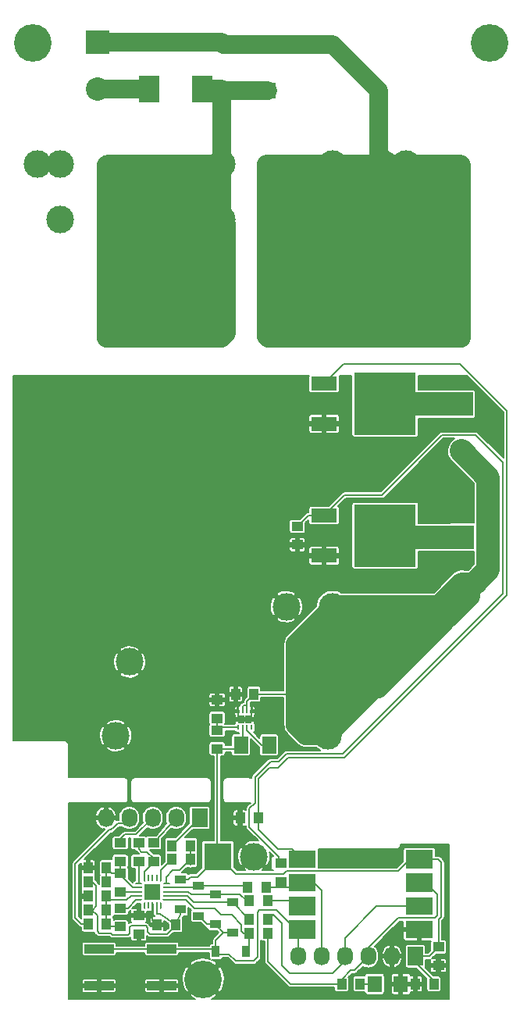
<source format=gtl>
G04 #@! TF.FileFunction,Copper,L1,Top,Signal*
%FSLAX46Y46*%
G04 Gerber Fmt 4.6, Leading zero omitted, Abs format (unit mm)*
G04 Created by KiCad (PCBNEW 4.0.2+dfsg1-stable) date dim. 11 sept. 2016 16:29:45 CEST*
%MOMM*%
G01*
G04 APERTURE LIST*
%ADD10C,0.150000*%
%ADD11R,0.280000X0.500000*%
%ADD12R,0.800000X0.900000*%
%ADD13C,3.000000*%
%ADD14R,1.700000X1.700000*%
%ADD15C,1.700000*%
%ADD16R,3.000000X3.000000*%
%ADD17R,1.250000X1.000000*%
%ADD18R,3.000000X1.900000*%
%ADD19R,3.000000X2.000000*%
%ADD20R,1.727200X2.032000*%
%ADD21O,1.727200X2.032000*%
%ADD22R,0.910000X1.220000*%
%ADD23R,1.000000X1.250000*%
%ADD24R,1.220000X0.910000*%
%ADD25R,1.597660X1.800860*%
%ADD26R,0.800000X0.200000*%
%ADD27R,0.200000X0.800000*%
%ADD28R,2.200000X3.000000*%
%ADD29R,1.501140X1.899920*%
%ADD30R,2.780000X1.550000*%
%ADD31R,6.730000X6.740000*%
%ADD32R,3.200000X1.000000*%
%ADD33R,2.540000X2.540000*%
%ADD34C,2.540000*%
%ADD35R,1.400000X1.400000*%
%ADD36C,1.400000*%
%ADD37C,4.064000*%
%ADD38C,0.200000*%
%ADD39C,2.000000*%
%ADD40C,2.500000*%
G04 APERTURE END LIST*
D10*
D11*
X106250000Y-33400000D03*
X105750000Y-33400000D03*
X105250000Y-33400000D03*
X104750000Y-33400000D03*
X104750000Y-35200000D03*
X105250000Y-35200000D03*
X105750000Y-35200000D03*
X106250000Y-35200000D03*
D12*
X105100000Y-34300000D03*
X105900000Y-34300000D03*
D13*
X91500000Y-36100000D03*
X114500000Y-36100000D03*
X123000000Y25900000D03*
X83000000Y25900000D03*
X120500000Y19900000D03*
X103000000Y19900000D03*
X85500000Y19900000D03*
X115000000Y-22100000D03*
X110000000Y-22100000D03*
X115000000Y25900000D03*
X85500000Y25900000D03*
X103000000Y25900000D03*
X120500000Y25900000D03*
X93000000Y-28100000D03*
X113000000Y-28100000D03*
D14*
X108000000Y33800000D03*
D15*
X120000000Y33800000D03*
D16*
X102600000Y-49200000D03*
D13*
X106485000Y-49200000D03*
D17*
X126500000Y-59000000D03*
X126500000Y-61000000D03*
D18*
X111750000Y-49490000D03*
X111750000Y-52030000D03*
D19*
X111750000Y-54570000D03*
X111750000Y-57110000D03*
D18*
X124450000Y-57110000D03*
X124450000Y-54570000D03*
D19*
X124450000Y-52030000D03*
X124450000Y-49490000D03*
D20*
X124000000Y-60000000D03*
D21*
X121460000Y-60000000D03*
X118920000Y-60000000D03*
X116380000Y-60000000D03*
X113840000Y-60000000D03*
X111300000Y-60000000D03*
D22*
X105635000Y-59500000D03*
X102365000Y-59500000D03*
D17*
X94000000Y-47700000D03*
X94000000Y-49700000D03*
D23*
X126000000Y-63000000D03*
X124000000Y-63000000D03*
D17*
X92000000Y-56800000D03*
X92000000Y-54800000D03*
X92000000Y-51000000D03*
X92000000Y-53000000D03*
D23*
X99600000Y-49500000D03*
X97600000Y-49500000D03*
X98000000Y-56575000D03*
X96000000Y-56575000D03*
D24*
X102300000Y-53265000D03*
X102300000Y-56535000D03*
X100500000Y-52365000D03*
X100500000Y-55635000D03*
X104200000Y-54165000D03*
X104200000Y-57435000D03*
X98500000Y-54935000D03*
X98500000Y-51665000D03*
D23*
X88500000Y-55000000D03*
X90500000Y-55000000D03*
X88500000Y-53500000D03*
X90500000Y-53500000D03*
X88500000Y-56500000D03*
X90500000Y-56500000D03*
D17*
X92000000Y-47700000D03*
X92000000Y-49700000D03*
X95600000Y-47700000D03*
X95600000Y-49700000D03*
D23*
X97600000Y-48000000D03*
X99600000Y-48000000D03*
X88500000Y-51900000D03*
X90500000Y-51900000D03*
X88500000Y-50400000D03*
X90500000Y-50400000D03*
D25*
X122419860Y-63000000D03*
X119580140Y-63000000D03*
D23*
X118000000Y-63000000D03*
X116000000Y-63000000D03*
D10*
G36*
X93600000Y-52200000D02*
X93700000Y-52000000D01*
X94300000Y-52000000D01*
X94400000Y-52200000D01*
X93600000Y-52200000D01*
X93600000Y-52200000D01*
G37*
D26*
X94000000Y-52550000D03*
X94000000Y-53000000D03*
X94000000Y-53450000D03*
D10*
G36*
X94400000Y-53800000D02*
X94300000Y-54000000D01*
X93700000Y-54000000D01*
X93600000Y-53800000D01*
X94400000Y-53800000D01*
X94400000Y-53800000D01*
G37*
G36*
X94700000Y-54900000D02*
X94500000Y-54800000D01*
X94500000Y-54200000D01*
X94700000Y-54100000D01*
X94700000Y-54900000D01*
X94700000Y-54900000D01*
G37*
D27*
X95050000Y-54500000D03*
X95500000Y-54500000D03*
X95950000Y-54500000D03*
D10*
G36*
X96300000Y-54100000D02*
X96500000Y-54200000D01*
X96500000Y-54800000D01*
X96300000Y-54900000D01*
X96300000Y-54100000D01*
X96300000Y-54100000D01*
G37*
G36*
X97400000Y-53800000D02*
X97300000Y-54000000D01*
X96700000Y-54000000D01*
X96600000Y-53800000D01*
X97400000Y-53800000D01*
X97400000Y-53800000D01*
G37*
D26*
X97000000Y-53450000D03*
X97000000Y-53000000D03*
X97000000Y-52550000D03*
D10*
G36*
X96600000Y-52200000D02*
X96700000Y-52000000D01*
X97300000Y-52000000D01*
X97400000Y-52200000D01*
X96600000Y-52200000D01*
X96600000Y-52200000D01*
G37*
G36*
X96300000Y-51100000D02*
X96500000Y-51200000D01*
X96500000Y-51800000D01*
X96300000Y-51900000D01*
X96300000Y-51100000D01*
X96300000Y-51100000D01*
G37*
D27*
X95950000Y-51500000D03*
X95500000Y-51500000D03*
X95050000Y-51500000D03*
D10*
G36*
X94700000Y-51900000D02*
X94500000Y-51800000D01*
X94500000Y-51200000D01*
X94700000Y-51100000D01*
X94700000Y-51900000D01*
X94700000Y-51900000D01*
G37*
D14*
X95500000Y-53000000D03*
D20*
X100600000Y-45000000D03*
D21*
X98060000Y-45000000D03*
X95520000Y-45000000D03*
X92980000Y-45000000D03*
X90440000Y-45000000D03*
D23*
X106500000Y-31600000D03*
X104500000Y-31600000D03*
D28*
X95100000Y34000000D03*
X100900000Y34000000D03*
D29*
X105076000Y-37100000D03*
X108124000Y-37100000D03*
D30*
X114100000Y-2280000D03*
D31*
X120735000Y-100000D03*
D30*
X114100000Y2080000D03*
D17*
X102500000Y-37500000D03*
X102500000Y-35500000D03*
X102500000Y-34200000D03*
X102500000Y-32200000D03*
D23*
X107800000Y-52500000D03*
X105800000Y-52500000D03*
X108000000Y-54000000D03*
X106000000Y-54000000D03*
X107000000Y-45000000D03*
X105000000Y-45000000D03*
X108000000Y-56000000D03*
X106000000Y-56000000D03*
X108000000Y-57500000D03*
X106000000Y-57500000D03*
D32*
X89700000Y-63200000D03*
X96500000Y-63200000D03*
X96500000Y-59200000D03*
X89700000Y-59200000D03*
D17*
X111200000Y-13400000D03*
X111200000Y-15400000D03*
D30*
X114100000Y-16580000D03*
D31*
X120735000Y-14400000D03*
D30*
X114100000Y-12220000D03*
D33*
X89500000Y39040000D03*
D34*
X89500000Y33960000D03*
D33*
X129000000Y-160000D03*
D34*
X129000000Y-5240000D03*
D33*
X129100000Y-14560000D03*
D34*
X129100000Y-19640000D03*
D35*
X103200000Y33800000D03*
D36*
X103200000Y38800000D03*
D17*
X94000000Y-57600000D03*
X94000000Y-55600000D03*
X109400000Y-49900000D03*
X109400000Y-51900000D03*
D37*
X101000000Y-62500000D03*
X132000000Y39000000D03*
X82500000Y39000000D03*
D38*
X104750000Y-33400000D02*
X104750000Y-33990000D01*
X104750000Y-33990000D02*
X105060000Y-34300000D01*
X106250000Y-33400000D02*
X106250000Y-33990000D01*
X106250000Y-33990000D02*
X105940000Y-34300000D01*
X96000000Y-56575000D02*
X95475000Y-56575000D01*
X95475000Y-56575000D02*
X95150000Y-56250000D01*
X95500000Y-54500000D02*
X95500000Y-56075000D01*
X95500000Y-56075000D02*
X96000000Y-56575000D01*
X124450000Y-57110000D02*
X124350000Y-57110000D01*
X122700000Y-63280140D02*
X122419860Y-63000000D01*
X122619860Y-63200000D02*
X122419860Y-63000000D01*
X88500000Y-50400000D02*
X87800000Y-50400000D01*
X87600000Y-53100000D02*
X88000000Y-53500000D01*
X87600000Y-50600000D02*
X87600000Y-53100000D01*
X87800000Y-50400000D02*
X87600000Y-50600000D01*
X88000000Y-53500000D02*
X88500000Y-53500000D01*
X96000000Y-56475000D02*
X96000000Y-56575000D01*
X96000000Y-56575000D02*
X96000000Y-56175000D01*
X126500000Y-59000000D02*
X126500000Y-56015686D01*
X126490000Y-49490000D02*
X124450000Y-49490000D01*
X126800000Y-49800000D02*
X126490000Y-49490000D01*
X126800000Y-55715686D02*
X126800000Y-49800000D01*
X126500000Y-56015686D02*
X126800000Y-55715686D01*
X105250000Y-35200000D02*
X105250000Y-36826000D01*
X105250000Y-36826000D02*
X105076000Y-37000000D01*
X102500000Y-37500000D02*
X104576000Y-37500000D01*
X104576000Y-37500000D02*
X105076000Y-37000000D01*
X102500000Y-37500000D02*
X102500000Y-49100000D01*
X102500000Y-49100000D02*
X102600000Y-49200000D01*
X102600000Y-49200000D02*
X102700000Y-49200000D01*
X102700000Y-49200000D02*
X104550000Y-51050000D01*
X122150000Y-50750000D02*
X123410000Y-49490000D01*
X110000000Y-50750000D02*
X122150000Y-50750000D01*
X109700000Y-51050000D02*
X110000000Y-50750000D01*
X104550000Y-51050000D02*
X109700000Y-51050000D01*
X123410000Y-49490000D02*
X124450000Y-49490000D01*
X98500000Y-51665000D02*
X99335000Y-51665000D01*
X100400000Y-51400000D02*
X102600000Y-49200000D01*
X99600000Y-51400000D02*
X100400000Y-51400000D01*
X99335000Y-51665000D02*
X99600000Y-51400000D01*
X126000000Y-63000000D02*
X126000000Y-62650000D01*
X126000000Y-62650000D02*
X124000000Y-60650000D01*
X124000000Y-60650000D02*
X124000000Y-60000000D01*
X102600000Y-49200000D02*
X101850000Y-49200000D01*
X124000000Y-60000000D02*
X125500000Y-60000000D01*
X125500000Y-60000000D02*
X126500000Y-59000000D01*
X125790000Y-49490000D02*
X124450000Y-49490000D01*
X124000000Y-60000000D02*
X124200000Y-60000000D01*
X125590000Y-49490000D02*
X124450000Y-49490000D01*
X124450000Y-49490000D02*
X125390000Y-49490000D01*
X98735000Y-51900000D02*
X98500000Y-51665000D01*
X125910000Y-49490000D02*
X124450000Y-49490000D01*
X124000000Y-60000000D02*
X124500000Y-60000000D01*
X125890000Y-49490000D02*
X124450000Y-49490000D01*
X97000000Y-53900000D02*
X99100000Y-53900000D01*
X99100000Y-53900000D02*
X100000000Y-54800000D01*
X106000000Y-57500000D02*
X105350000Y-57500000D01*
X100000000Y-54800000D02*
X102200000Y-54800000D01*
X102200000Y-54800000D02*
X102900000Y-55500000D01*
X105350000Y-57500000D02*
X105150000Y-57300000D01*
X105150000Y-57300000D02*
X105150000Y-56550000D01*
X105150000Y-56550000D02*
X104100000Y-55500000D01*
X104100000Y-55500000D02*
X102900000Y-55500000D01*
X106000000Y-57500000D02*
X105500000Y-57500000D01*
X97300000Y-53900000D02*
X97000000Y-53900000D01*
X97300000Y-53900000D02*
X97000000Y-53900000D01*
X106000000Y-57500000D02*
X106000000Y-59435000D01*
X106000000Y-59435000D02*
X105635000Y-59800000D01*
X105600002Y-59800000D02*
X105635000Y-59800000D01*
X105600000Y-57100000D02*
X106000000Y-57500000D01*
X106000000Y-56000000D02*
X106000000Y-55965000D01*
X106000000Y-55965000D02*
X104200000Y-54165000D01*
X104200000Y-54165000D02*
X99965000Y-54165000D01*
X99250000Y-53450000D02*
X97000000Y-53450000D01*
X99965000Y-54165000D02*
X99250000Y-53450000D01*
X105865000Y-55865000D02*
X106000000Y-56000000D01*
X106000000Y-56000000D02*
X105700000Y-56000000D01*
X104335000Y-54300000D02*
X104200000Y-54165000D01*
X104035000Y-54000000D02*
X104200000Y-54165000D01*
X97000000Y-52550000D02*
X100315000Y-52550000D01*
X100315000Y-52550000D02*
X100500000Y-52365000D01*
X100500000Y-52365000D02*
X105865000Y-52365000D01*
X105865000Y-52365000D02*
X106000000Y-52500000D01*
X100500000Y-52365000D02*
X100115000Y-52365000D01*
X100500000Y-52365000D02*
X101035000Y-52565000D01*
X100865000Y-52000000D02*
X100500000Y-52365000D01*
X100185000Y-52050000D02*
X100500000Y-52365000D01*
X105865000Y-52365000D02*
X106000000Y-52500000D01*
X105865000Y-52365000D02*
X106000000Y-52500000D01*
X106000000Y-54000000D02*
X105700000Y-54000000D01*
X105700000Y-54000000D02*
X104965000Y-53265000D01*
X104965000Y-53265000D02*
X102300000Y-53265000D01*
X105800000Y-54000000D02*
X106000000Y-54000000D01*
X97000000Y-53000000D02*
X99400000Y-53000000D01*
X101735000Y-53300000D02*
X102300000Y-53265000D01*
X99700000Y-53300000D02*
X101735000Y-53300000D01*
X99400000Y-53000000D02*
X99700000Y-53300000D01*
X105865000Y-53865000D02*
X106000000Y-54000000D01*
X105865000Y-53865000D02*
X106000000Y-54000000D01*
X105865000Y-53865000D02*
X106000000Y-54000000D01*
X102300000Y-53265000D02*
X102835000Y-53265000D01*
X90500000Y-55000000D02*
X90500000Y-53500000D01*
X90500000Y-56500000D02*
X90500000Y-55000000D01*
X92000000Y-56800000D02*
X90800000Y-56800000D01*
X90800000Y-56800000D02*
X90500000Y-56500000D01*
X94000000Y-53450000D02*
X93150000Y-53450000D01*
X92700000Y-53900000D02*
X90900000Y-53900000D01*
X93150000Y-53450000D02*
X92700000Y-53900000D01*
X90900000Y-53900000D02*
X90500000Y-53500000D01*
X94000000Y-53900000D02*
X93700000Y-53900000D01*
X93700000Y-53900000D02*
X92800000Y-54800000D01*
X92800000Y-54800000D02*
X92000000Y-54800000D01*
X92000000Y-51000000D02*
X91100000Y-51000000D01*
X91100000Y-51000000D02*
X90500000Y-50400000D01*
X90500000Y-51900000D02*
X90500000Y-50400000D01*
X92000000Y-49700000D02*
X92000000Y-51000000D01*
X92000000Y-51200000D02*
X92000000Y-51000000D01*
X94000000Y-52550000D02*
X93350000Y-52550000D01*
X93350000Y-52550000D02*
X92000000Y-51200000D01*
X94000000Y-53000000D02*
X92000000Y-53000000D01*
X94600000Y-51500000D02*
X94600000Y-50800000D01*
X94600000Y-50800000D02*
X95600000Y-49800000D01*
X95600000Y-49800000D02*
X95600000Y-49700000D01*
X95600000Y-49700000D02*
X95600000Y-49400000D01*
X95600000Y-49400000D02*
X94900000Y-48700000D01*
X94000000Y-48400000D02*
X94000000Y-47700000D01*
X94300000Y-48700000D02*
X94000000Y-48400000D01*
X94900000Y-48700000D02*
X94300000Y-48700000D01*
X95600000Y-50000000D02*
X95600000Y-49700000D01*
X94000000Y-47700000D02*
X94000000Y-48000000D01*
X95600000Y-49300000D02*
X95600000Y-49700000D01*
X94400000Y-48100000D02*
X94000000Y-47700000D01*
X94000000Y-49700000D02*
X94000000Y-52100000D01*
X97000000Y-52100000D02*
X97000000Y-51400000D01*
X98400000Y-50700000D02*
X99600000Y-49500000D01*
X97700000Y-50700000D02*
X98400000Y-50700000D01*
X97000000Y-51400000D02*
X97700000Y-50700000D01*
X99600000Y-49500000D02*
X99600000Y-50100000D01*
X99600000Y-48100000D02*
X99600000Y-49500000D01*
X96400000Y-51500000D02*
X96400000Y-50700000D01*
X96400000Y-50700000D02*
X97600000Y-49500000D01*
X88500000Y-51900000D02*
X88925000Y-51900000D01*
X88925000Y-51900000D02*
X89400000Y-52375000D01*
X98000000Y-56575000D02*
X98000000Y-56700000D01*
X98000000Y-56700000D02*
X97100000Y-57600000D01*
X92975000Y-57525000D02*
X92812500Y-57687500D01*
X92975000Y-56875000D02*
X92975000Y-57525000D01*
X93175000Y-56675000D02*
X92975000Y-56875000D01*
X94750000Y-56675000D02*
X93175000Y-56675000D01*
X94975000Y-56900000D02*
X94750000Y-56675000D01*
X94975000Y-57325000D02*
X94975000Y-56900000D01*
X95250000Y-57600000D02*
X94975000Y-57325000D01*
X97100000Y-57600000D02*
X95250000Y-57600000D01*
X91187500Y-57687500D02*
X92812500Y-57687500D01*
X98000000Y-56775000D02*
X98000000Y-56575000D01*
X95950000Y-54500000D02*
X95950000Y-55375000D01*
X96325000Y-55400000D02*
X98000000Y-56575000D01*
X95975000Y-55400000D02*
X96325000Y-55400000D01*
X95950000Y-55375000D02*
X95975000Y-55400000D01*
X98500000Y-54935000D02*
X98500000Y-55500000D01*
X98000000Y-56500000D02*
X98000000Y-56575000D01*
X98500000Y-55500000D02*
X98000000Y-56500000D01*
X89500000Y-56600000D02*
X89500000Y-57300000D01*
X89500000Y-57300000D02*
X89700000Y-57500000D01*
X91000000Y-57500000D02*
X91187500Y-57687500D01*
X89700000Y-57500000D02*
X91000000Y-57500000D01*
X88500000Y-55000000D02*
X88900000Y-55000000D01*
X88900000Y-55000000D02*
X89500000Y-55600000D01*
X89500000Y-55600000D02*
X89500000Y-56600000D01*
X89400000Y-54600000D02*
X89000000Y-55000000D01*
X89400000Y-52375000D02*
X89400000Y-54600000D01*
X89000000Y-55000000D02*
X88500000Y-55000000D01*
X119580140Y-63000000D02*
X118050000Y-63050000D01*
X118050000Y-63050000D02*
X118000000Y-63000000D01*
X119700000Y-63119860D02*
X119580140Y-63000000D01*
X102115000Y-59250000D02*
X102365000Y-59500000D01*
X111300000Y-60000000D02*
X111300000Y-57560000D01*
X111300000Y-57560000D02*
X111750000Y-57110000D01*
X111750000Y-57110000D02*
X111010000Y-57110000D01*
X111010000Y-57110000D02*
X108900000Y-55000000D01*
X103800000Y-59800000D02*
X102365000Y-59800000D01*
X104500000Y-60500000D02*
X103800000Y-59800000D01*
X106500000Y-60500000D02*
X104500000Y-60500000D01*
X106900000Y-60100000D02*
X106500000Y-60500000D01*
X106900000Y-55200000D02*
X106900000Y-60100000D01*
X107100000Y-55000000D02*
X106900000Y-55200000D01*
X108900000Y-55000000D02*
X107100000Y-55000000D01*
X102365000Y-59800000D02*
X102365000Y-58270000D01*
X102365000Y-58270000D02*
X103200000Y-57435000D01*
X102300000Y-56535000D02*
X101400000Y-56535000D01*
X101400000Y-56535000D02*
X100500000Y-55635000D01*
X104200000Y-57435000D02*
X103200000Y-57435000D01*
X103200000Y-57435000D02*
X102300000Y-56535000D01*
X110950000Y-59650000D02*
X111300000Y-60000000D01*
X111700000Y-57160000D02*
X111750000Y-57110000D01*
X104165000Y-57400000D02*
X104200000Y-57435000D01*
X102665000Y-56900000D02*
X102300000Y-56535000D01*
X96550000Y-59250000D02*
X102115000Y-59250000D01*
X96550000Y-59250000D02*
X89750000Y-59250000D01*
X95600000Y-47700000D02*
X95660000Y-47700000D01*
X95660000Y-47700000D02*
X98060000Y-45000000D01*
X92000000Y-47700000D02*
X92000000Y-47300000D01*
X92000000Y-47300000D02*
X92500000Y-46800000D01*
X92500000Y-46800000D02*
X93720000Y-46800000D01*
X93720000Y-46800000D02*
X95520000Y-45000000D01*
X97600000Y-48100000D02*
X97600000Y-48000000D01*
X97600000Y-48000000D02*
X100600000Y-45000000D01*
X87100000Y-55800000D02*
X87100000Y-50000000D01*
X87100000Y-50000000D02*
X90800000Y-46300000D01*
X88500000Y-56500000D02*
X87800000Y-56500000D01*
X87800000Y-56500000D02*
X87100000Y-55800000D01*
X88100000Y-56500000D02*
X88500000Y-56500000D01*
X91000000Y-46300000D02*
X91300000Y-46000000D01*
X90800000Y-46300000D02*
X91000000Y-46300000D01*
X91300000Y-46000000D02*
X91700000Y-45600000D01*
X91700000Y-45600000D02*
X92380000Y-45600000D01*
X92380000Y-45600000D02*
X92980000Y-45000000D01*
X92300000Y-45000000D02*
X92980000Y-45000000D01*
X92300000Y-45000000D02*
X92980000Y-45000000D01*
D39*
X92000000Y7000000D02*
X92000000Y25900000D01*
X92000000Y25900000D02*
X92000000Y25500000D01*
X92000000Y25500000D02*
X92000000Y25900000D01*
X93900000Y25500000D02*
X93900000Y7000000D01*
X93900000Y7000000D02*
X94500000Y7600000D01*
X94500000Y7600000D02*
X94500000Y8000000D01*
X94500000Y8000000D02*
X93500000Y8000000D01*
X93500000Y7000000D02*
X93500000Y8000000D01*
X93500000Y8000000D02*
X93500000Y25900000D01*
X93500000Y25900000D02*
X93900000Y25500000D01*
X93900000Y25500000D02*
X94000000Y25500000D01*
X94000000Y25500000D02*
X94000000Y25900000D01*
X95500000Y25900000D02*
X95500000Y7500000D01*
X95500000Y7500000D02*
X95500000Y8500000D01*
X95500000Y8500000D02*
X95500000Y7500000D01*
X97500000Y7000000D02*
X97500000Y25000000D01*
X99500000Y25900000D02*
X99500000Y7000000D01*
X99500000Y7000000D02*
X99000000Y7500000D01*
X99000000Y7500000D02*
X99000000Y23500000D01*
X99000000Y23500000D02*
X97500000Y25000000D01*
X97500000Y25000000D02*
X96600000Y25900000D01*
X101500000Y7000000D02*
X101500000Y25900000D01*
X101500000Y25900000D02*
X101500000Y25500000D01*
X101500000Y25500000D02*
X101500000Y25900000D01*
X90500000Y7000000D02*
X92000000Y7000000D01*
X92000000Y7000000D02*
X93500000Y7000000D01*
X93500000Y7000000D02*
X97500000Y7000000D01*
X97500000Y7000000D02*
X101500000Y7000000D01*
X101500000Y7000000D02*
X103000000Y7000000D01*
X103000000Y7000000D02*
X103500000Y7500000D01*
X103500000Y7500000D02*
X103500000Y19400000D01*
X103500000Y19400000D02*
X103000000Y19900000D01*
X103000000Y25900000D02*
X101500000Y25900000D01*
X101500000Y25900000D02*
X99500000Y25900000D01*
X99500000Y25900000D02*
X96600000Y25900000D01*
X96600000Y25900000D02*
X95500000Y25900000D01*
X95500000Y25900000D02*
X94000000Y25900000D01*
X94000000Y25900000D02*
X92000000Y25900000D01*
X92000000Y25900000D02*
X90600000Y25900000D01*
X90600000Y25900000D02*
X90500000Y25800000D01*
X90500000Y25800000D02*
X90500000Y7000000D01*
X90500000Y7000000D02*
X91000000Y7500000D01*
X91000000Y7500000D02*
X95500000Y7500000D01*
X95500000Y7500000D02*
X103500000Y7500000D01*
X103500000Y7500000D02*
X103000000Y8000000D01*
X103000000Y8000000D02*
X103000000Y19900000D01*
X100900000Y34000000D02*
X103000000Y34000000D01*
X103000000Y34000000D02*
X103200000Y33800000D01*
X103200000Y33800000D02*
X108000000Y33800000D01*
X103000000Y25900000D02*
X103000000Y33600000D01*
X103000000Y33600000D02*
X103200000Y33800000D01*
X103000000Y19900000D02*
X103000000Y25900000D01*
X115500000Y13500000D02*
X114000000Y12000000D01*
X114000000Y12000000D02*
X113500000Y12500000D01*
X117000000Y16000000D02*
X110500000Y16000000D01*
X110500000Y16000000D02*
X110500000Y10500000D01*
X110500000Y10500000D02*
X115500000Y10500000D01*
X115500000Y10500000D02*
X115500000Y13500000D01*
X115500000Y13500000D02*
X115500000Y15000000D01*
X115500000Y15000000D02*
X115000000Y14500000D01*
X115000000Y14500000D02*
X112000000Y14500000D01*
X112000000Y14500000D02*
X112000000Y12000000D01*
X112000000Y12000000D02*
X114000000Y12000000D01*
X114000000Y12000000D02*
X113500000Y12500000D01*
X113500000Y12500000D02*
X113500000Y13000000D01*
X118500000Y7000000D02*
X118500000Y18000000D01*
X118500000Y18000000D02*
X118000000Y17500000D01*
X118000000Y17500000D02*
X110000000Y17500000D01*
X110000000Y17500000D02*
X109000000Y16500000D01*
X109000000Y16500000D02*
X109000000Y8500000D01*
X109000000Y8500000D02*
X109500000Y9000000D01*
X109500000Y9000000D02*
X117500000Y9000000D01*
X117500000Y9000000D02*
X117000000Y9500000D01*
X117000000Y9500000D02*
X117000000Y16000000D01*
X107800000Y18000000D02*
X107800000Y7200000D01*
X107800000Y7200000D02*
X108000000Y7000000D01*
X108000000Y7000000D02*
X118500000Y7000000D01*
X118500000Y7000000D02*
X120000000Y7000000D01*
X126900000Y25900000D02*
X128900000Y25900000D01*
X128900000Y25900000D02*
X129000000Y25800000D01*
X129000000Y25800000D02*
X129000000Y7000000D01*
X129000000Y7000000D02*
X127000000Y7000000D01*
X124900000Y25900000D02*
X126900000Y25900000D01*
X126900000Y25900000D02*
X127000000Y25800000D01*
X127000000Y25800000D02*
X127000000Y7000000D01*
X127000000Y7000000D02*
X125000000Y7000000D01*
X123000000Y25900000D02*
X124900000Y25900000D01*
X124900000Y25900000D02*
X125000000Y25800000D01*
X125000000Y25800000D02*
X125000000Y7000000D01*
X125000000Y7000000D02*
X123000000Y7000000D01*
X121000000Y7000000D02*
X121000000Y9000000D01*
X121000000Y9000000D02*
X121000000Y25400000D01*
X121000000Y25400000D02*
X120500000Y25900000D01*
X123000000Y25900000D02*
X123000000Y7000000D01*
X123000000Y7000000D02*
X121000000Y7000000D01*
X121000000Y7000000D02*
X120000000Y7000000D01*
X120000000Y9000000D02*
X120000000Y7000000D01*
X120000000Y16000000D02*
X120000000Y9000000D01*
X120000000Y18000000D02*
X120000000Y16000000D01*
X120500000Y18000000D02*
X120000000Y18000000D01*
X120000000Y18000000D02*
X107800000Y18000000D01*
X107800000Y18000000D02*
X108000000Y18000000D01*
X108000000Y18000000D02*
X107800000Y18000000D01*
X107800000Y20000000D02*
X120400000Y20000000D01*
X120400000Y20000000D02*
X120500000Y19900000D01*
X120500000Y22000000D02*
X109000000Y22000000D01*
X120500000Y24000000D02*
X107800000Y24000000D01*
X107800000Y24000000D02*
X108000000Y24000000D01*
X108000000Y24000000D02*
X107800000Y24000000D01*
X107800000Y25900000D02*
X107800000Y24000000D01*
X115000000Y25900000D02*
X107800000Y25900000D01*
X107800000Y24000000D02*
X107800000Y20000000D01*
X107800000Y20000000D02*
X107800000Y18000000D01*
X120500000Y18000000D02*
X120500000Y19900000D01*
X89500000Y39040000D02*
X102960000Y39040000D01*
X102960000Y39040000D02*
X103200000Y38800000D01*
X120500000Y25900000D02*
X120500000Y24000000D01*
X120500000Y24000000D02*
X120500000Y22000000D01*
X120500000Y22000000D02*
X120500000Y19900000D01*
X120500000Y25900000D02*
X123000000Y25900000D01*
X115000000Y25900000D02*
X120500000Y25900000D01*
X120000000Y33800000D02*
X120000000Y26400000D01*
X120000000Y26400000D02*
X120500000Y25900000D01*
X103200000Y38800000D02*
X115000000Y38800000D01*
X115000000Y38800000D02*
X120000000Y33800000D01*
X103060000Y38940000D02*
X103200000Y38800000D01*
X114500000Y-36100000D02*
X112100000Y-36100000D01*
X112100000Y-36100000D02*
X111000000Y-35000000D01*
X111000000Y-35000000D02*
X111000000Y-26100000D01*
X111000000Y-26100000D02*
X115000000Y-22100000D01*
X113000000Y-28100000D02*
X113000000Y-24100000D01*
X113000000Y-24100000D02*
X115000000Y-22100000D01*
X127500000Y-23500000D02*
X120000000Y-31000000D01*
X120000000Y-31000000D02*
X119600000Y-31000000D01*
X119600000Y-31000000D02*
X114500000Y-36100000D01*
X127000000Y-24000000D02*
X127500000Y-23500000D01*
X127500000Y-23500000D02*
X130000000Y-21000000D01*
X130000000Y-21000000D02*
X130000000Y-20540000D01*
X130000000Y-20540000D02*
X129100000Y-19640000D01*
X118300000Y-32300000D02*
X118300000Y-27800000D01*
X118300000Y-27800000D02*
X119500000Y-29000000D01*
X119500000Y-29000000D02*
X120000000Y-29000000D01*
X122800000Y-27800000D02*
X117200000Y-27800000D01*
X117200000Y-27800000D02*
X117000000Y-28000000D01*
X117000000Y-28000000D02*
X117000000Y-33600000D01*
X115800000Y-34800000D02*
X115800000Y-27200000D01*
X115800000Y-27200000D02*
X117000000Y-26000000D01*
X117000000Y-26000000D02*
X124600000Y-26000000D01*
X127000000Y-24000000D02*
X126600000Y-24000000D01*
X126600000Y-24000000D02*
X124600000Y-26000000D01*
X124600000Y-26000000D02*
X122800000Y-27800000D01*
X122800000Y-27800000D02*
X118300000Y-32300000D01*
X118300000Y-32300000D02*
X117000000Y-33600000D01*
X117000000Y-33600000D02*
X115800000Y-34800000D01*
X115800000Y-34800000D02*
X114500000Y-36100000D01*
X117000000Y-24000000D02*
X127000000Y-24000000D01*
X114500000Y-36100000D02*
X114500000Y-28500000D01*
X114500000Y-28500000D02*
X117000000Y-26000000D01*
X117000000Y-26000000D02*
X117000000Y-24000000D01*
D38*
X106500000Y-31600000D02*
X113000000Y-31600000D01*
X113000000Y-31600000D02*
X113000000Y-31500000D01*
D40*
X115000000Y-22100000D02*
X115000000Y-26100000D01*
X115000000Y-26100000D02*
X113000000Y-28100000D01*
X115000000Y-22100000D02*
X126640000Y-22100000D01*
X126640000Y-22100000D02*
X129100000Y-19640000D01*
X129100000Y-19640000D02*
X130360000Y-19640000D01*
X130360000Y-19640000D02*
X131900000Y-18100000D01*
X131900000Y-18100000D02*
X131900000Y-8140000D01*
X131900000Y-8140000D02*
X129000000Y-5240000D01*
X113000000Y-28100000D02*
X113000000Y-31500000D01*
X113000000Y-31500000D02*
X113000000Y-34600000D01*
X113000000Y-34600000D02*
X114500000Y-36100000D01*
D38*
X113000000Y-34600000D02*
X114500000Y-36100000D01*
X105250000Y-33400000D02*
X105250000Y-32950000D01*
X105400000Y-32800000D02*
X105750000Y-32800000D01*
X105250000Y-32950000D02*
X105400000Y-32800000D01*
X105750000Y-33400000D02*
X105750000Y-32800000D01*
X105750000Y-32800000D02*
X105750000Y-32350000D01*
X105750000Y-32350000D02*
X106500000Y-31600000D01*
D39*
X89500000Y33960000D02*
X95060000Y33960000D01*
X95060000Y33960000D02*
X95100000Y34000000D01*
D38*
X105750000Y-35200000D02*
X105750000Y-35550000D01*
X107300000Y-37100000D02*
X108124000Y-37100000D01*
X105750000Y-35550000D02*
X107300000Y-37100000D01*
X118920000Y-59055000D02*
X122125000Y-55850000D01*
X126099998Y-55850000D02*
X126349998Y-55600000D01*
X126349998Y-55600000D02*
X126349998Y-53299998D01*
X126349998Y-53299998D02*
X125080000Y-52030000D01*
X122125000Y-55850000D02*
X126099998Y-55850000D01*
X116000000Y-63000000D02*
X110450000Y-63000000D01*
X110450000Y-63000000D02*
X108000000Y-60550000D01*
X116000000Y-63000000D02*
X116000000Y-62500000D01*
X116000000Y-62500000D02*
X116975000Y-61525000D01*
X116975000Y-61525000D02*
X117395000Y-61525000D01*
X117395000Y-61525000D02*
X118920000Y-60000000D01*
X118920000Y-60000000D02*
X118920000Y-59055000D01*
X125080000Y-52030000D02*
X124450000Y-52030000D01*
X118920000Y-60000000D02*
X118920000Y-60270000D01*
X125230000Y-52030000D02*
X124450000Y-52030000D01*
X108000000Y-57500000D02*
X108000000Y-60550000D01*
X123430000Y-52030000D02*
X124450000Y-52030000D01*
X124450000Y-52030000D02*
X123070000Y-52030000D01*
X118920000Y-60620000D02*
X118920000Y-60000000D01*
X116380000Y-60000000D02*
X116380000Y-60470000D01*
X116380000Y-60470000D02*
X115050000Y-61800000D01*
X116380000Y-60000000D02*
X116380000Y-57995000D01*
X119805000Y-54570000D02*
X124450000Y-54570000D01*
X116380000Y-57995000D02*
X119805000Y-54570000D01*
X116380000Y-60000000D02*
X116380000Y-59270000D01*
X108000000Y-56000000D02*
X108600000Y-55500000D01*
X110350000Y-61800000D02*
X115050000Y-61800000D01*
X109550000Y-61000000D02*
X110350000Y-61800000D01*
X109550000Y-56450000D02*
X109550000Y-61000000D01*
X108600000Y-55500000D02*
X109550000Y-56450000D01*
X108000000Y-56000000D02*
X108300000Y-56000000D01*
X109200000Y-51900000D02*
X109200000Y-52200000D01*
X109200000Y-52200000D02*
X109500000Y-52500000D01*
X113840000Y-60000000D02*
X113840000Y-52865000D01*
X113840000Y-52865000D02*
X113005000Y-52030000D01*
X113005000Y-52030000D02*
X111750000Y-52030000D01*
X108000000Y-52500000D02*
X109500000Y-52500000D01*
X109500000Y-52500000D02*
X111280000Y-52500000D01*
X111280000Y-52500000D02*
X111750000Y-52030000D01*
X111750000Y-52030000D02*
X110670000Y-52030000D01*
D40*
X129000000Y-160000D02*
X120795000Y-160000D01*
X120795000Y-160000D02*
X120735000Y-100000D01*
D38*
X107000000Y-41700000D02*
X107000000Y-40800000D01*
X108200000Y-39600000D02*
X109100000Y-39600000D01*
X107000000Y-40800000D02*
X108200000Y-39600000D01*
X107000000Y-45000000D02*
X107000000Y-41700000D01*
X109100000Y-39600000D02*
X110200000Y-38500000D01*
X107000000Y-45000000D02*
X107000000Y-46300000D01*
X107000000Y-46300000D02*
X109100000Y-48400000D01*
X109100000Y-48400000D02*
X110660000Y-48400000D01*
X110660000Y-48400000D02*
X111750000Y-49490000D01*
X110200000Y-38500000D02*
X116300000Y-38500000D01*
X133900000Y-20900000D02*
X116300000Y-38500000D01*
X133900000Y-900000D02*
X133900000Y-20900000D01*
X128800000Y4200000D02*
X133900000Y-900000D01*
X116220000Y4200000D02*
X114100000Y2080000D01*
X116220000Y4200000D02*
X128800000Y4200000D01*
X107000000Y-45000000D02*
X107000000Y-44700000D01*
X104750000Y-35200000D02*
X102800000Y-35200000D01*
X102800000Y-35200000D02*
X102500000Y-35500000D01*
X102500000Y-34200000D02*
X102500000Y-35500000D01*
X108000000Y-54000000D02*
X111180000Y-54000000D01*
X111180000Y-54000000D02*
X111750000Y-54570000D01*
X108400000Y-54000000D02*
X108000000Y-54000000D01*
X112220000Y-54100000D02*
X111750000Y-54570000D01*
D40*
X129100000Y-14560000D02*
X120895000Y-14560000D01*
X120895000Y-14560000D02*
X120735000Y-14400000D01*
D38*
X106000000Y-44500000D02*
X106000000Y-44000000D01*
X106600000Y-40600000D02*
X108300000Y-38900000D01*
X106600000Y-43400000D02*
X106600000Y-40600000D01*
X106000000Y-44000000D02*
X106600000Y-43400000D01*
X108300000Y-38900000D02*
X109200000Y-38900000D01*
X110050000Y-38050000D02*
X109200000Y-38900000D01*
X116320000Y-10000000D02*
X114100000Y-12220000D01*
X120400000Y-10000000D02*
X116320000Y-10000000D01*
X126900000Y-3500000D02*
X120400000Y-10000000D01*
X130500000Y-3500000D02*
X126900000Y-3500000D01*
X133500000Y-6500000D02*
X130500000Y-3500000D01*
X133500000Y-20700000D02*
X133500000Y-6500000D01*
X116150000Y-38050000D02*
X133500000Y-20700000D01*
X116150000Y-38050000D02*
X110050000Y-38050000D01*
X106000000Y-44500000D02*
X106000000Y-46000000D01*
X109200000Y-49900000D02*
X109200000Y-49200000D01*
X109200000Y-49200000D02*
X106000000Y-46000000D01*
X114100000Y-12220000D02*
X112380000Y-12220000D01*
X112380000Y-12220000D02*
X111200000Y-13400000D01*
D10*
G36*
X112433670Y2855000D02*
X112433670Y1305000D01*
X112437162Y1261207D01*
X112460164Y1186930D01*
X112502949Y1122002D01*
X112562128Y1071564D01*
X112633016Y1039610D01*
X112710000Y1028670D01*
X115490000Y1028670D01*
X115533793Y1032162D01*
X115608070Y1055164D01*
X115672998Y1097949D01*
X115723436Y1157128D01*
X115755390Y1228016D01*
X115766330Y1305000D01*
X115766330Y2855000D01*
X115762838Y2898793D01*
X115754722Y2925000D01*
X117093670Y2925000D01*
X117093670Y-3470000D01*
X117097162Y-3513793D01*
X117120164Y-3588070D01*
X117162949Y-3652998D01*
X117222128Y-3703436D01*
X117293016Y-3735390D01*
X117370000Y-3746330D01*
X124100000Y-3746330D01*
X124143793Y-3742838D01*
X124218070Y-3719836D01*
X124282998Y-3677051D01*
X124333436Y-3617872D01*
X124365390Y-3546984D01*
X124376330Y-3470000D01*
X124376330Y-1685000D01*
X127629966Y-1685000D01*
X127653016Y-1695390D01*
X127730000Y-1706330D01*
X130270000Y-1706330D01*
X130313793Y-1702838D01*
X130388070Y-1679836D01*
X130452998Y-1637051D01*
X130503436Y-1577872D01*
X130535390Y-1506984D01*
X130546330Y-1430000D01*
X130546330Y1110000D01*
X130542838Y1153793D01*
X130519836Y1228070D01*
X130477051Y1292998D01*
X130417872Y1343436D01*
X130346984Y1375390D01*
X130270000Y1386330D01*
X127730000Y1386330D01*
X127686207Y1382838D01*
X127628605Y1365000D01*
X124376330Y1365000D01*
X124376330Y2925000D01*
X129544670Y2925000D01*
X133525000Y-1055330D01*
X133525000Y-5994670D01*
X130765165Y-3234835D01*
X130738425Y-3212871D01*
X130711863Y-3190582D01*
X130710132Y-3189630D01*
X130708611Y-3188381D01*
X130678104Y-3172023D01*
X130647728Y-3155324D01*
X130645849Y-3154728D01*
X130644111Y-3153796D01*
X130611001Y-3143674D01*
X130577967Y-3133195D01*
X130576005Y-3132975D01*
X130574121Y-3132399D01*
X130539647Y-3128897D01*
X130505236Y-3125037D01*
X130501386Y-3125010D01*
X130501309Y-3125002D01*
X130501238Y-3125009D01*
X130500000Y-3125000D01*
X126900000Y-3125000D01*
X126865531Y-3128380D01*
X126831018Y-3131399D01*
X126829122Y-3131950D01*
X126827162Y-3132142D01*
X126794008Y-3142152D01*
X126760737Y-3151818D01*
X126758988Y-3152725D01*
X126757099Y-3153295D01*
X126726489Y-3169571D01*
X126695761Y-3185499D01*
X126694221Y-3186728D01*
X126692478Y-3187655D01*
X126665602Y-3209574D01*
X126638563Y-3231159D01*
X126635820Y-3233863D01*
X126635762Y-3233911D01*
X126635717Y-3233965D01*
X126634835Y-3234835D01*
X120244670Y-9625000D01*
X116320000Y-9625000D01*
X116285531Y-9628380D01*
X116251018Y-9631399D01*
X116249122Y-9631950D01*
X116247162Y-9632142D01*
X116214008Y-9642152D01*
X116180737Y-9651818D01*
X116178988Y-9652725D01*
X116177099Y-9653295D01*
X116146489Y-9669571D01*
X116115761Y-9685499D01*
X116114221Y-9686728D01*
X116112478Y-9687655D01*
X116085602Y-9709574D01*
X116058563Y-9731159D01*
X116055820Y-9733863D01*
X116055762Y-9733911D01*
X116055717Y-9733965D01*
X116054835Y-9734835D01*
X114621000Y-11168670D01*
X112710000Y-11168670D01*
X112666207Y-11172162D01*
X112591930Y-11195164D01*
X112527002Y-11237949D01*
X112476564Y-11297128D01*
X112444610Y-11368016D01*
X112433670Y-11445000D01*
X112433670Y-11845000D01*
X112380000Y-11845000D01*
X112345527Y-11848380D01*
X112311018Y-11851399D01*
X112309122Y-11851950D01*
X112307162Y-11852142D01*
X112274008Y-11862152D01*
X112240737Y-11871818D01*
X112238988Y-11872725D01*
X112237099Y-11873295D01*
X112206489Y-11889571D01*
X112175761Y-11905499D01*
X112174222Y-11906728D01*
X112172478Y-11907655D01*
X112145578Y-11929594D01*
X112118564Y-11951159D01*
X112115822Y-11953862D01*
X112115762Y-11953911D01*
X112115716Y-11953966D01*
X112114835Y-11954835D01*
X111446000Y-12623670D01*
X110575000Y-12623670D01*
X110531207Y-12627162D01*
X110456930Y-12650164D01*
X110392002Y-12692949D01*
X110341564Y-12752128D01*
X110309610Y-12823016D01*
X110298670Y-12900000D01*
X110298670Y-13900000D01*
X110302162Y-13943793D01*
X110325164Y-14018070D01*
X110367949Y-14082998D01*
X110427128Y-14133436D01*
X110498016Y-14165390D01*
X110575000Y-14176330D01*
X111825000Y-14176330D01*
X111868793Y-14172838D01*
X111943070Y-14149836D01*
X112007998Y-14107051D01*
X112058436Y-14047872D01*
X112090390Y-13976984D01*
X112101330Y-13900000D01*
X112101330Y-13029000D01*
X112433670Y-12696660D01*
X112433670Y-12995000D01*
X112437162Y-13038793D01*
X112460164Y-13113070D01*
X112502949Y-13177998D01*
X112562128Y-13228436D01*
X112633016Y-13260390D01*
X112710000Y-13271330D01*
X115490000Y-13271330D01*
X115533793Y-13267838D01*
X115608070Y-13244836D01*
X115672998Y-13202051D01*
X115723436Y-13142872D01*
X115755390Y-13071984D01*
X115766330Y-12995000D01*
X115766330Y-11445000D01*
X115762838Y-11401207D01*
X115739836Y-11326930D01*
X115697051Y-11262002D01*
X115638355Y-11211975D01*
X116475330Y-10375000D01*
X120400000Y-10375000D01*
X120434473Y-10371620D01*
X120468982Y-10368601D01*
X120470878Y-10368050D01*
X120472838Y-10367858D01*
X120505992Y-10357848D01*
X120539263Y-10348182D01*
X120541012Y-10347275D01*
X120542901Y-10346705D01*
X120573511Y-10330429D01*
X120604239Y-10314501D01*
X120605778Y-10313272D01*
X120607522Y-10312345D01*
X120634422Y-10290406D01*
X120661436Y-10268841D01*
X120664178Y-10266138D01*
X120664238Y-10266089D01*
X120664284Y-10266034D01*
X120665165Y-10265165D01*
X127055330Y-3875000D01*
X128264225Y-3875000D01*
X128027213Y-4030097D01*
X127810734Y-4242088D01*
X127639555Y-4492089D01*
X127520194Y-4770578D01*
X127457199Y-5066947D01*
X127452969Y-5369908D01*
X127507664Y-5667920D01*
X127619202Y-5949634D01*
X127783335Y-6204317D01*
X127993809Y-6422270D01*
X128098028Y-6494704D01*
X130375000Y-8771676D01*
X130375000Y-13014381D01*
X130370000Y-13013670D01*
X127830000Y-13013670D01*
X127786207Y-13017162D01*
X127728605Y-13035000D01*
X124376330Y-13035000D01*
X124376330Y-11030000D01*
X124372838Y-10986207D01*
X124349836Y-10911930D01*
X124307051Y-10847002D01*
X124247872Y-10796564D01*
X124176984Y-10764610D01*
X124100000Y-10753670D01*
X117370000Y-10753670D01*
X117326207Y-10757162D01*
X117251930Y-10780164D01*
X117187002Y-10822949D01*
X117136564Y-10882128D01*
X117104610Y-10953016D01*
X117093670Y-11030000D01*
X117093670Y-17770000D01*
X117097162Y-17813793D01*
X117120164Y-17888070D01*
X117162949Y-17952998D01*
X117222128Y-18003436D01*
X117293016Y-18035390D01*
X117370000Y-18046330D01*
X124100000Y-18046330D01*
X124143793Y-18042838D01*
X124218070Y-18019836D01*
X124282998Y-17977051D01*
X124333436Y-17917872D01*
X124365390Y-17846984D01*
X124376330Y-17770000D01*
X124376330Y-16085000D01*
X127729966Y-16085000D01*
X127753016Y-16095390D01*
X127830000Y-16106330D01*
X130370000Y-16106330D01*
X130375000Y-16105931D01*
X130375000Y-17468324D01*
X129728324Y-18115000D01*
X129354699Y-18115000D01*
X129262278Y-18096029D01*
X128959295Y-18093913D01*
X128661672Y-18150688D01*
X128380744Y-18264190D01*
X128127213Y-18430097D01*
X127910734Y-18642088D01*
X127844492Y-18738832D01*
X126008324Y-20575000D01*
X115913448Y-20575000D01*
X115848318Y-20531069D01*
X115527421Y-20396177D01*
X115186436Y-20326183D01*
X114838349Y-20323753D01*
X114496419Y-20388979D01*
X114173671Y-20519378D01*
X113882397Y-20709982D01*
X113633692Y-20953532D01*
X113437030Y-21240750D01*
X113299901Y-21560697D01*
X113227527Y-21901185D01*
X113225146Y-22071732D01*
X110098439Y-25198439D01*
X110023713Y-25289411D01*
X109947980Y-25379667D01*
X109944749Y-25385544D01*
X109940495Y-25390723D01*
X109884866Y-25494471D01*
X109828102Y-25597724D01*
X109826074Y-25604118D01*
X109822907Y-25610024D01*
X109788470Y-25722660D01*
X109752862Y-25834913D01*
X109752115Y-25841572D01*
X109750154Y-25847986D01*
X109738247Y-25965207D01*
X109725124Y-26082198D01*
X109725033Y-26095295D01*
X109725007Y-26095549D01*
X109725029Y-26095785D01*
X109725000Y-26100000D01*
X109725000Y-31225000D01*
X107276330Y-31225000D01*
X107276330Y-30975000D01*
X107272838Y-30931207D01*
X107249836Y-30856930D01*
X107207051Y-30792002D01*
X107147872Y-30741564D01*
X107076984Y-30709610D01*
X107000000Y-30698670D01*
X106000000Y-30698670D01*
X105956207Y-30702162D01*
X105881930Y-30725164D01*
X105817002Y-30767949D01*
X105766564Y-30827128D01*
X105734610Y-30898016D01*
X105723670Y-30975000D01*
X105723670Y-31846000D01*
X105484835Y-32084835D01*
X105462871Y-32111575D01*
X105440582Y-32138137D01*
X105439630Y-32139868D01*
X105438381Y-32141389D01*
X105422023Y-32171896D01*
X105405324Y-32202272D01*
X105404728Y-32204151D01*
X105403796Y-32205889D01*
X105393674Y-32238999D01*
X105383195Y-32272033D01*
X105382975Y-32273995D01*
X105382399Y-32275879D01*
X105378897Y-32310353D01*
X105375037Y-32344764D01*
X105375010Y-32348614D01*
X105375002Y-32348691D01*
X105375009Y-32348762D01*
X105375000Y-32350000D01*
X105375000Y-32427451D01*
X105365527Y-32428380D01*
X105331018Y-32431399D01*
X105329122Y-32431950D01*
X105327162Y-32432142D01*
X105294008Y-32442152D01*
X105260737Y-32451818D01*
X105258988Y-32452725D01*
X105257099Y-32453295D01*
X105226489Y-32469571D01*
X105195761Y-32485499D01*
X105194222Y-32486728D01*
X105192478Y-32487655D01*
X105165578Y-32509594D01*
X105138564Y-32531159D01*
X105135822Y-32533862D01*
X105135762Y-32533911D01*
X105135716Y-32533966D01*
X105134835Y-32534835D01*
X104984835Y-32684835D01*
X104962871Y-32711575D01*
X104940582Y-32738137D01*
X104939630Y-32739868D01*
X104938381Y-32741389D01*
X104922023Y-32771896D01*
X104905324Y-32802272D01*
X104904728Y-32804151D01*
X104903796Y-32805889D01*
X104893674Y-32838999D01*
X104883195Y-32872033D01*
X104882975Y-32873995D01*
X104882399Y-32875879D01*
X104881780Y-32881970D01*
X104820000Y-32943750D01*
X104820000Y-33275000D01*
X104833670Y-33275000D01*
X104833670Y-33525000D01*
X104820000Y-33525000D01*
X104820000Y-33575000D01*
X104680000Y-33575000D01*
X104680000Y-33525000D01*
X104403750Y-33525000D01*
X104335000Y-33593750D01*
X104335000Y-33677085D01*
X104345568Y-33730214D01*
X104366298Y-33780261D01*
X104396393Y-33825302D01*
X104425000Y-33853908D01*
X104425000Y-34052250D01*
X104493750Y-34121000D01*
X104921000Y-34121000D01*
X104921000Y-34101000D01*
X105273750Y-34101000D01*
X105279000Y-34106250D01*
X105279000Y-34121000D01*
X105721000Y-34121000D01*
X105721000Y-34106250D01*
X105726250Y-34101000D01*
X106079000Y-34101000D01*
X106079000Y-34121000D01*
X106506250Y-34121000D01*
X106575000Y-34052250D01*
X106575000Y-33853908D01*
X106603607Y-33825302D01*
X106633702Y-33780261D01*
X106654432Y-33730214D01*
X106665000Y-33677085D01*
X106665000Y-33593750D01*
X106596250Y-33525000D01*
X106320000Y-33525000D01*
X106320000Y-33575000D01*
X106180000Y-33575000D01*
X106180000Y-33525000D01*
X106166330Y-33525000D01*
X106166330Y-33275000D01*
X106180000Y-33275000D01*
X106180000Y-32943750D01*
X106320000Y-32943750D01*
X106320000Y-33275000D01*
X106596250Y-33275000D01*
X106665000Y-33206250D01*
X106665000Y-33122915D01*
X106654432Y-33069786D01*
X106633702Y-33019739D01*
X106603607Y-32974698D01*
X106565302Y-32936394D01*
X106520261Y-32906298D01*
X106470215Y-32885568D01*
X106417085Y-32875000D01*
X106388750Y-32875000D01*
X106320000Y-32943750D01*
X106180000Y-32943750D01*
X106125000Y-32888750D01*
X106125000Y-32505330D01*
X106129000Y-32501330D01*
X107000000Y-32501330D01*
X107043793Y-32497838D01*
X107118070Y-32474836D01*
X107182998Y-32432051D01*
X107233436Y-32372872D01*
X107265390Y-32301984D01*
X107276330Y-32225000D01*
X107276330Y-31975000D01*
X109725000Y-31975000D01*
X109725000Y-35000000D01*
X109736492Y-35117205D01*
X109746757Y-35234538D01*
X109748628Y-35240978D01*
X109749282Y-35247649D01*
X109783311Y-35360358D01*
X109816180Y-35473494D01*
X109819267Y-35479449D01*
X109821204Y-35485865D01*
X109876486Y-35589836D01*
X109930695Y-35694415D01*
X109934877Y-35699654D01*
X109938025Y-35705574D01*
X110012468Y-35796850D01*
X110085939Y-35888886D01*
X110095137Y-35898213D01*
X110095297Y-35898409D01*
X110095479Y-35898560D01*
X110098439Y-35901561D01*
X111198439Y-37001561D01*
X111289438Y-37076309D01*
X111379667Y-37152020D01*
X111385540Y-37155249D01*
X111390723Y-37159506D01*
X111494510Y-37215155D01*
X111597724Y-37271898D01*
X111604118Y-37273926D01*
X111610024Y-37277093D01*
X111722660Y-37311530D01*
X111834913Y-37347138D01*
X111841572Y-37347885D01*
X111847986Y-37349846D01*
X111965202Y-37361753D01*
X112082198Y-37374876D01*
X112095296Y-37374967D01*
X112095550Y-37374993D01*
X112095786Y-37374971D01*
X112100000Y-37375000D01*
X113263607Y-37375000D01*
X113344021Y-37458271D01*
X113629859Y-37656933D01*
X113671213Y-37675000D01*
X110050000Y-37675000D01*
X110015617Y-37678371D01*
X109981019Y-37681398D01*
X109979118Y-37681950D01*
X109977162Y-37682142D01*
X109944084Y-37692129D01*
X109910737Y-37701817D01*
X109908983Y-37702726D01*
X109907099Y-37703295D01*
X109876564Y-37719531D01*
X109845761Y-37735498D01*
X109844218Y-37736730D01*
X109842478Y-37737655D01*
X109815636Y-37759547D01*
X109788564Y-37781158D01*
X109785820Y-37783864D01*
X109785762Y-37783911D01*
X109785717Y-37783965D01*
X109784835Y-37784835D01*
X109044670Y-38525000D01*
X108300000Y-38525000D01*
X108265527Y-38528380D01*
X108231018Y-38531399D01*
X108229122Y-38531950D01*
X108227162Y-38532142D01*
X108194008Y-38542152D01*
X108160737Y-38551818D01*
X108158988Y-38552725D01*
X108157099Y-38553295D01*
X108126489Y-38569571D01*
X108095761Y-38585499D01*
X108094221Y-38586728D01*
X108092478Y-38587655D01*
X108065602Y-38609574D01*
X108038563Y-38631159D01*
X108035820Y-38633863D01*
X108035762Y-38633911D01*
X108035717Y-38633965D01*
X108034835Y-38634835D01*
X106334835Y-40334835D01*
X106312871Y-40361575D01*
X106290582Y-40388137D01*
X106289630Y-40389868D01*
X106288381Y-40391389D01*
X106272023Y-40421896D01*
X106255324Y-40452272D01*
X106254728Y-40454151D01*
X106253796Y-40455889D01*
X106243674Y-40488999D01*
X106233195Y-40522033D01*
X106232975Y-40523995D01*
X106232399Y-40525879D01*
X106228897Y-40560353D01*
X106225037Y-40594764D01*
X106225010Y-40598614D01*
X106225002Y-40598691D01*
X106225009Y-40598762D01*
X106225000Y-40600000D01*
X106225000Y-40701605D01*
X106211863Y-40690582D01*
X106210707Y-40689946D01*
X106209697Y-40689111D01*
X106178704Y-40672353D01*
X106147728Y-40655324D01*
X106146475Y-40654926D01*
X106145318Y-40654301D01*
X106111568Y-40643854D01*
X106077967Y-40633195D01*
X106076663Y-40633049D01*
X106075404Y-40632659D01*
X106040224Y-40628961D01*
X106005236Y-40625037D01*
X106002715Y-40625019D01*
X106002618Y-40625009D01*
X106002521Y-40625018D01*
X106000000Y-40625000D01*
X103500000Y-40625000D01*
X103464919Y-40628440D01*
X103429732Y-40631642D01*
X103428468Y-40632014D01*
X103427162Y-40632142D01*
X103393392Y-40642338D01*
X103359523Y-40652306D01*
X103358359Y-40652915D01*
X103357099Y-40653295D01*
X103325963Y-40669851D01*
X103294664Y-40686213D01*
X103293637Y-40687039D01*
X103292478Y-40687655D01*
X103265146Y-40709946D01*
X103237626Y-40732073D01*
X103236781Y-40733080D01*
X103235762Y-40733911D01*
X103213302Y-40761060D01*
X103190582Y-40788137D01*
X103189946Y-40789293D01*
X103189111Y-40790303D01*
X103172353Y-40821296D01*
X103155324Y-40852272D01*
X103154926Y-40853525D01*
X103154301Y-40854682D01*
X103143854Y-40888432D01*
X103133195Y-40922033D01*
X103133049Y-40923337D01*
X103132659Y-40924596D01*
X103128961Y-40959776D01*
X103125037Y-40994764D01*
X103125019Y-40997285D01*
X103125009Y-40997382D01*
X103125018Y-40997479D01*
X103125000Y-41000000D01*
X103125000Y-43000000D01*
X103128440Y-43035081D01*
X103131642Y-43070268D01*
X103132014Y-43071532D01*
X103132142Y-43072838D01*
X103142338Y-43106608D01*
X103152306Y-43140477D01*
X103152915Y-43141641D01*
X103153295Y-43142901D01*
X103169851Y-43174037D01*
X103186213Y-43205336D01*
X103187039Y-43206363D01*
X103187655Y-43207522D01*
X103209946Y-43234854D01*
X103232073Y-43262374D01*
X103233080Y-43263219D01*
X103233911Y-43264238D01*
X103261060Y-43286698D01*
X103288137Y-43309418D01*
X103289293Y-43310054D01*
X103290303Y-43310889D01*
X103321296Y-43327647D01*
X103352272Y-43344676D01*
X103353525Y-43345074D01*
X103354682Y-43345699D01*
X103388432Y-43356146D01*
X103422033Y-43366805D01*
X103423337Y-43366951D01*
X103424596Y-43367341D01*
X103459776Y-43371039D01*
X103494764Y-43374963D01*
X103497285Y-43374981D01*
X103497382Y-43374991D01*
X103497479Y-43374982D01*
X103500000Y-43375000D01*
X106000000Y-43375000D01*
X106035081Y-43371560D01*
X106070268Y-43368358D01*
X106071532Y-43367986D01*
X106072838Y-43367858D01*
X106106608Y-43357662D01*
X106114260Y-43355410D01*
X105734835Y-43734835D01*
X105712871Y-43761575D01*
X105690582Y-43788137D01*
X105689630Y-43789868D01*
X105688381Y-43791389D01*
X105672023Y-43821896D01*
X105655324Y-43852272D01*
X105654728Y-43854151D01*
X105653796Y-43855889D01*
X105643674Y-43888999D01*
X105633195Y-43922033D01*
X105632975Y-43923995D01*
X105632399Y-43925879D01*
X105628897Y-43960353D01*
X105625037Y-43994764D01*
X105625010Y-43998614D01*
X105625002Y-43998691D01*
X105625009Y-43998762D01*
X105625000Y-44000000D01*
X105625000Y-44129119D01*
X105580214Y-44110568D01*
X105527085Y-44100000D01*
X105247750Y-44100000D01*
X105179000Y-44168750D01*
X105179000Y-44821000D01*
X105199000Y-44821000D01*
X105199000Y-45179000D01*
X105179000Y-45179000D01*
X105179000Y-45831250D01*
X105247750Y-45900000D01*
X105527085Y-45900000D01*
X105580214Y-45889432D01*
X105625000Y-45870881D01*
X105625000Y-46000000D01*
X105628380Y-46034473D01*
X105631399Y-46068982D01*
X105631950Y-46070878D01*
X105632142Y-46072838D01*
X105642152Y-46105992D01*
X105651818Y-46139263D01*
X105652725Y-46141012D01*
X105653295Y-46142901D01*
X105669571Y-46173511D01*
X105685499Y-46204239D01*
X105686728Y-46205778D01*
X105687655Y-46207522D01*
X105709594Y-46234422D01*
X105731159Y-46261436D01*
X105733862Y-46264178D01*
X105733911Y-46264238D01*
X105733966Y-46264284D01*
X105734835Y-46265165D01*
X106957528Y-47487858D01*
X106725213Y-47432662D01*
X106375807Y-47419758D01*
X106030598Y-47475268D01*
X105702850Y-47597058D01*
X105586740Y-47659119D01*
X105405623Y-47867478D01*
X106485000Y-48946856D01*
X106499143Y-48932714D01*
X106752287Y-49185858D01*
X106738144Y-49200000D01*
X107817522Y-50279377D01*
X108025881Y-50098260D01*
X108171515Y-49780388D01*
X108252338Y-49440213D01*
X108265242Y-49090807D01*
X108209732Y-48745598D01*
X108206458Y-48736788D01*
X108593340Y-49123670D01*
X108575000Y-49123670D01*
X108531207Y-49127162D01*
X108456930Y-49150164D01*
X108392002Y-49192949D01*
X108341564Y-49252128D01*
X108309610Y-49323016D01*
X108298670Y-49400000D01*
X108298670Y-50400000D01*
X108302162Y-50443793D01*
X108325164Y-50518070D01*
X108367949Y-50582998D01*
X108427128Y-50633436D01*
X108498016Y-50665390D01*
X108565641Y-50675000D01*
X107440527Y-50675000D01*
X107564377Y-50532522D01*
X106485000Y-49453144D01*
X105405623Y-50532522D01*
X105529473Y-50675000D01*
X104705330Y-50675000D01*
X104376330Y-50346000D01*
X104376330Y-49309193D01*
X104704758Y-49309193D01*
X104760268Y-49654402D01*
X104882058Y-49982150D01*
X104944119Y-50098260D01*
X105152478Y-50279377D01*
X106231856Y-49200000D01*
X105152478Y-48120623D01*
X104944119Y-48301740D01*
X104798485Y-48619612D01*
X104717662Y-48959787D01*
X104704758Y-49309193D01*
X104376330Y-49309193D01*
X104376330Y-47700000D01*
X104372838Y-47656207D01*
X104349836Y-47581930D01*
X104307051Y-47517002D01*
X104247872Y-47466564D01*
X104176984Y-47434610D01*
X104100000Y-47423670D01*
X102875000Y-47423670D01*
X102875000Y-45247750D01*
X104225000Y-45247750D01*
X104225000Y-45652085D01*
X104235568Y-45705215D01*
X104256298Y-45755261D01*
X104286394Y-45800302D01*
X104324698Y-45838607D01*
X104369739Y-45868702D01*
X104419786Y-45889432D01*
X104472915Y-45900000D01*
X104752250Y-45900000D01*
X104821000Y-45831250D01*
X104821000Y-45179000D01*
X104293750Y-45179000D01*
X104225000Y-45247750D01*
X102875000Y-45247750D01*
X102875000Y-44347915D01*
X104225000Y-44347915D01*
X104225000Y-44752250D01*
X104293750Y-44821000D01*
X104821000Y-44821000D01*
X104821000Y-44168750D01*
X104752250Y-44100000D01*
X104472915Y-44100000D01*
X104419786Y-44110568D01*
X104369739Y-44131298D01*
X104324698Y-44161393D01*
X104286394Y-44199698D01*
X104256298Y-44244739D01*
X104235568Y-44294785D01*
X104225000Y-44347915D01*
X102875000Y-44347915D01*
X102875000Y-38276330D01*
X103125000Y-38276330D01*
X103168793Y-38272838D01*
X103243070Y-38249836D01*
X103307998Y-38207051D01*
X103358436Y-38147872D01*
X103390390Y-38076984D01*
X103401330Y-38000000D01*
X103401330Y-37875000D01*
X104049100Y-37875000D01*
X104049100Y-38049960D01*
X104052592Y-38093753D01*
X104075594Y-38168030D01*
X104118379Y-38232958D01*
X104177558Y-38283396D01*
X104248446Y-38315350D01*
X104325430Y-38326290D01*
X105826570Y-38326290D01*
X105870363Y-38322798D01*
X105944640Y-38299796D01*
X106009568Y-38257011D01*
X106060006Y-38197832D01*
X106091960Y-38126944D01*
X106102900Y-38049960D01*
X106102900Y-36433230D01*
X107034835Y-37365165D01*
X107061575Y-37387129D01*
X107088137Y-37409418D01*
X107089868Y-37410370D01*
X107091389Y-37411619D01*
X107097100Y-37414681D01*
X107097100Y-38049960D01*
X107100592Y-38093753D01*
X107123594Y-38168030D01*
X107166379Y-38232958D01*
X107225558Y-38283396D01*
X107296446Y-38315350D01*
X107373430Y-38326290D01*
X108874570Y-38326290D01*
X108918363Y-38322798D01*
X108992640Y-38299796D01*
X109057568Y-38257011D01*
X109108006Y-38197832D01*
X109139960Y-38126944D01*
X109150900Y-38049960D01*
X109150900Y-36150040D01*
X109147408Y-36106247D01*
X109124406Y-36031970D01*
X109081621Y-35967042D01*
X109022442Y-35916604D01*
X108951554Y-35884650D01*
X108874570Y-35873710D01*
X107373430Y-35873710D01*
X107329637Y-35877202D01*
X107255360Y-35900204D01*
X107190432Y-35942989D01*
X107139994Y-36002168D01*
X107108040Y-36073056D01*
X107097100Y-36150040D01*
X107097100Y-36366770D01*
X106448587Y-35718257D01*
X106508070Y-35699836D01*
X106572998Y-35657051D01*
X106623436Y-35597872D01*
X106655390Y-35526984D01*
X106666330Y-35450000D01*
X106666330Y-34950000D01*
X106662838Y-34906207D01*
X106639836Y-34831930D01*
X106597051Y-34767002D01*
X106575000Y-34748208D01*
X106575000Y-34547750D01*
X106506250Y-34479000D01*
X106079000Y-34479000D01*
X106079000Y-34499000D01*
X105726250Y-34499000D01*
X105721000Y-34493750D01*
X105721000Y-34479000D01*
X105279000Y-34479000D01*
X105279000Y-34493750D01*
X105273750Y-34499000D01*
X104921000Y-34499000D01*
X104921000Y-34479000D01*
X104493750Y-34479000D01*
X104425000Y-34547750D01*
X104425000Y-34745298D01*
X104376564Y-34802128D01*
X104366254Y-34825000D01*
X103368746Y-34825000D01*
X103390390Y-34776984D01*
X103401330Y-34700000D01*
X103401330Y-33700000D01*
X103397838Y-33656207D01*
X103374836Y-33581930D01*
X103332051Y-33517002D01*
X103272872Y-33466564D01*
X103201984Y-33434610D01*
X103125000Y-33423670D01*
X101875000Y-33423670D01*
X101831207Y-33427162D01*
X101756930Y-33450164D01*
X101692002Y-33492949D01*
X101641564Y-33552128D01*
X101609610Y-33623016D01*
X101598670Y-33700000D01*
X101598670Y-34700000D01*
X101602162Y-34743793D01*
X101625164Y-34818070D01*
X101644972Y-34848129D01*
X101641564Y-34852128D01*
X101609610Y-34923016D01*
X101598670Y-35000000D01*
X101598670Y-36000000D01*
X101602162Y-36043793D01*
X101625164Y-36118070D01*
X101667949Y-36182998D01*
X101727128Y-36233436D01*
X101798016Y-36265390D01*
X101875000Y-36276330D01*
X103125000Y-36276330D01*
X103168793Y-36272838D01*
X103243070Y-36249836D01*
X103307998Y-36207051D01*
X103358436Y-36147872D01*
X103390390Y-36076984D01*
X103401330Y-36000000D01*
X103401330Y-35575000D01*
X104364731Y-35575000D01*
X104402949Y-35632998D01*
X104462128Y-35683436D01*
X104533016Y-35715390D01*
X104610000Y-35726330D01*
X104875000Y-35726330D01*
X104875000Y-35873710D01*
X104325430Y-35873710D01*
X104281637Y-35877202D01*
X104207360Y-35900204D01*
X104142432Y-35942989D01*
X104091994Y-36002168D01*
X104060040Y-36073056D01*
X104049100Y-36150040D01*
X104049100Y-37125000D01*
X103401330Y-37125000D01*
X103401330Y-37000000D01*
X103397838Y-36956207D01*
X103374836Y-36881930D01*
X103332051Y-36817002D01*
X103272872Y-36766564D01*
X103201984Y-36734610D01*
X103125000Y-36723670D01*
X101875000Y-36723670D01*
X101831207Y-36727162D01*
X101756930Y-36750164D01*
X101692002Y-36792949D01*
X101641564Y-36852128D01*
X101609610Y-36923016D01*
X101598670Y-37000000D01*
X101598670Y-38000000D01*
X101602162Y-38043793D01*
X101625164Y-38118070D01*
X101667949Y-38182998D01*
X101727128Y-38233436D01*
X101798016Y-38265390D01*
X101875000Y-38276330D01*
X102125000Y-38276330D01*
X102125000Y-47423670D01*
X101100000Y-47423670D01*
X101056207Y-47427162D01*
X100981930Y-47450164D01*
X100917002Y-47492949D01*
X100866564Y-47552128D01*
X100834610Y-47623016D01*
X100823670Y-47700000D01*
X100823670Y-50446000D01*
X100244670Y-51025000D01*
X99600000Y-51025000D01*
X99565621Y-51028371D01*
X99531018Y-51031398D01*
X99529117Y-51031950D01*
X99527162Y-51032142D01*
X99494050Y-51042139D01*
X99460737Y-51051818D01*
X99458988Y-51052725D01*
X99457099Y-51053295D01*
X99426529Y-51069550D01*
X99395761Y-51085498D01*
X99394218Y-51086730D01*
X99392478Y-51087655D01*
X99365636Y-51109547D01*
X99365360Y-51109767D01*
X99359836Y-51091930D01*
X99317051Y-51027002D01*
X99257872Y-50976564D01*
X99186984Y-50944610D01*
X99110000Y-50933670D01*
X98696660Y-50933670D01*
X99229000Y-50401330D01*
X99378748Y-50401330D01*
X99390303Y-50410889D01*
X99454682Y-50445699D01*
X99524596Y-50467341D01*
X99597382Y-50474991D01*
X99670268Y-50468358D01*
X99740477Y-50447694D01*
X99805336Y-50413787D01*
X99820829Y-50401330D01*
X100100000Y-50401330D01*
X100143793Y-50397838D01*
X100218070Y-50374836D01*
X100282998Y-50332051D01*
X100333436Y-50272872D01*
X100365390Y-50201984D01*
X100376330Y-50125000D01*
X100376330Y-48875000D01*
X100372838Y-48831207D01*
X100349836Y-48756930D01*
X100344365Y-48748627D01*
X100365390Y-48701984D01*
X100376330Y-48625000D01*
X100376330Y-47375000D01*
X100372838Y-47331207D01*
X100349836Y-47256930D01*
X100307051Y-47192002D01*
X100247872Y-47141564D01*
X100176984Y-47109610D01*
X100100000Y-47098670D01*
X99100000Y-47098670D01*
X99056207Y-47102162D01*
X99015590Y-47114740D01*
X99838000Y-46292330D01*
X101463600Y-46292330D01*
X101507393Y-46288838D01*
X101581670Y-46265836D01*
X101646598Y-46223051D01*
X101697036Y-46163872D01*
X101728990Y-46092984D01*
X101739930Y-46016000D01*
X101739930Y-43984000D01*
X101736438Y-43940207D01*
X101713436Y-43865930D01*
X101670651Y-43801002D01*
X101611472Y-43750564D01*
X101540584Y-43718610D01*
X101463600Y-43707670D01*
X99736400Y-43707670D01*
X99692607Y-43711162D01*
X99618330Y-43734164D01*
X99553402Y-43776949D01*
X99502964Y-43836128D01*
X99471010Y-43907016D01*
X99460070Y-43984000D01*
X99460070Y-45609600D01*
X97971000Y-47098670D01*
X97100000Y-47098670D01*
X97056207Y-47102162D01*
X96981930Y-47125164D01*
X96917002Y-47167949D01*
X96866564Y-47227128D01*
X96834610Y-47298016D01*
X96823670Y-47375000D01*
X96823670Y-48625000D01*
X96827162Y-48668793D01*
X96850164Y-48743070D01*
X96855635Y-48751373D01*
X96834610Y-48798016D01*
X96823670Y-48875000D01*
X96823670Y-49746000D01*
X96501330Y-50068340D01*
X96501330Y-49200000D01*
X96497838Y-49156207D01*
X96474836Y-49081930D01*
X96432051Y-49017002D01*
X96372872Y-48966564D01*
X96301984Y-48934610D01*
X96225000Y-48923670D01*
X95654000Y-48923670D01*
X95206660Y-48476330D01*
X96225000Y-48476330D01*
X96268793Y-48472838D01*
X96343070Y-48449836D01*
X96407998Y-48407051D01*
X96458436Y-48347872D01*
X96490390Y-48276984D01*
X96501330Y-48200000D01*
X96501330Y-47317953D01*
X97530252Y-46160416D01*
X97618775Y-46208280D01*
X97831053Y-46273991D01*
X98052051Y-46297219D01*
X98273352Y-46277079D01*
X98486527Y-46214339D01*
X98683455Y-46111387D01*
X98856637Y-45972146D01*
X98999474Y-45801918D01*
X99106527Y-45607189D01*
X99173719Y-45395375D01*
X99198489Y-45174544D01*
X99198600Y-45158647D01*
X99198600Y-44841353D01*
X99176916Y-44620198D01*
X99112688Y-44407466D01*
X99008364Y-44211261D01*
X98867917Y-44039056D01*
X98696697Y-43897411D01*
X98501225Y-43791720D01*
X98288947Y-43726009D01*
X98067949Y-43702781D01*
X97846648Y-43722921D01*
X97633473Y-43785661D01*
X97436545Y-43888613D01*
X97263363Y-44027854D01*
X97120526Y-44198082D01*
X97013473Y-44392811D01*
X96946281Y-44604625D01*
X96921511Y-44825456D01*
X96921400Y-44841353D01*
X96921400Y-45158647D01*
X96943084Y-45379802D01*
X97007312Y-45592534D01*
X97016391Y-45609610D01*
X95848339Y-46923670D01*
X94975000Y-46923670D01*
X94931207Y-46927162D01*
X94856930Y-46950164D01*
X94798672Y-46988554D01*
X94772872Y-46966564D01*
X94701984Y-46934610D01*
X94625000Y-46923670D01*
X94126660Y-46923670D01*
X94925127Y-46125203D01*
X95078775Y-46208280D01*
X95291053Y-46273991D01*
X95512051Y-46297219D01*
X95733352Y-46277079D01*
X95946527Y-46214339D01*
X96143455Y-46111387D01*
X96316637Y-45972146D01*
X96459474Y-45801918D01*
X96566527Y-45607189D01*
X96633719Y-45395375D01*
X96658489Y-45174544D01*
X96658600Y-45158647D01*
X96658600Y-44841353D01*
X96636916Y-44620198D01*
X96572688Y-44407466D01*
X96468364Y-44211261D01*
X96327917Y-44039056D01*
X96156697Y-43897411D01*
X95961225Y-43791720D01*
X95748947Y-43726009D01*
X95527949Y-43702781D01*
X95306648Y-43722921D01*
X95093473Y-43785661D01*
X94896545Y-43888613D01*
X94723363Y-44027854D01*
X94580526Y-44198082D01*
X94473473Y-44392811D01*
X94406281Y-44604625D01*
X94381511Y-44825456D01*
X94381400Y-44841353D01*
X94381400Y-45158647D01*
X94403084Y-45379802D01*
X94451038Y-45538632D01*
X93564670Y-46425000D01*
X92500000Y-46425000D01*
X92465572Y-46428376D01*
X92431018Y-46431399D01*
X92429122Y-46431950D01*
X92427162Y-46432142D01*
X92394008Y-46442152D01*
X92360737Y-46451818D01*
X92358988Y-46452725D01*
X92357099Y-46453295D01*
X92326489Y-46469571D01*
X92295761Y-46485499D01*
X92294222Y-46486728D01*
X92292478Y-46487655D01*
X92265578Y-46509594D01*
X92238564Y-46531159D01*
X92235822Y-46533862D01*
X92235762Y-46533911D01*
X92235716Y-46533966D01*
X92234835Y-46534835D01*
X91846000Y-46923670D01*
X91375000Y-46923670D01*
X91331207Y-46927162D01*
X91256930Y-46950164D01*
X91192002Y-46992949D01*
X91141564Y-47052128D01*
X91109610Y-47123016D01*
X91098670Y-47200000D01*
X91098670Y-48200000D01*
X91102162Y-48243793D01*
X91125164Y-48318070D01*
X91167949Y-48382998D01*
X91227128Y-48433436D01*
X91298016Y-48465390D01*
X91375000Y-48476330D01*
X92625000Y-48476330D01*
X92668793Y-48472838D01*
X92743070Y-48449836D01*
X92807998Y-48407051D01*
X92858436Y-48347872D01*
X92890390Y-48276984D01*
X92901330Y-48200000D01*
X92901330Y-47200000D01*
X92899337Y-47175000D01*
X93102223Y-47175000D01*
X93098670Y-47200000D01*
X93098670Y-48200000D01*
X93102162Y-48243793D01*
X93125164Y-48318070D01*
X93167949Y-48382998D01*
X93227128Y-48433436D01*
X93298016Y-48465390D01*
X93375000Y-48476330D01*
X93633196Y-48476330D01*
X93642152Y-48505992D01*
X93651818Y-48539263D01*
X93652725Y-48541012D01*
X93653295Y-48542901D01*
X93669571Y-48573511D01*
X93685499Y-48604239D01*
X93686728Y-48605778D01*
X93687655Y-48607522D01*
X93709594Y-48634422D01*
X93731159Y-48661436D01*
X93733862Y-48664178D01*
X93733911Y-48664238D01*
X93733966Y-48664284D01*
X93734835Y-48665165D01*
X93993340Y-48923670D01*
X93375000Y-48923670D01*
X93331207Y-48927162D01*
X93256930Y-48950164D01*
X93192002Y-48992949D01*
X93141564Y-49052128D01*
X93109610Y-49123016D01*
X93098670Y-49200000D01*
X93098670Y-50200000D01*
X93102162Y-50243793D01*
X93125164Y-50318070D01*
X93167949Y-50382998D01*
X93227128Y-50433436D01*
X93298016Y-50465390D01*
X93375000Y-50476330D01*
X93625000Y-50476330D01*
X93625000Y-51734632D01*
X93557339Y-51763344D01*
X93497056Y-51812458D01*
X93452843Y-51876421D01*
X93370812Y-52040482D01*
X92892496Y-51562166D01*
X92901330Y-51500000D01*
X92901330Y-50500000D01*
X92897838Y-50456207D01*
X92874836Y-50381930D01*
X92855028Y-50351871D01*
X92858436Y-50347872D01*
X92890390Y-50276984D01*
X92901330Y-50200000D01*
X92901330Y-49200000D01*
X92897838Y-49156207D01*
X92874836Y-49081930D01*
X92832051Y-49017002D01*
X92772872Y-48966564D01*
X92701984Y-48934610D01*
X92625000Y-48923670D01*
X91375000Y-48923670D01*
X91331207Y-48927162D01*
X91256930Y-48950164D01*
X91192002Y-48992949D01*
X91141564Y-49052128D01*
X91109610Y-49123016D01*
X91098670Y-49200000D01*
X91098670Y-49519385D01*
X91076984Y-49509610D01*
X91000000Y-49498670D01*
X90000000Y-49498670D01*
X89956207Y-49502162D01*
X89881930Y-49525164D01*
X89817002Y-49567949D01*
X89766564Y-49627128D01*
X89734610Y-49698016D01*
X89723670Y-49775000D01*
X89723670Y-51025000D01*
X89727162Y-51068793D01*
X89750164Y-51143070D01*
X89755635Y-51151373D01*
X89734610Y-51198016D01*
X89723670Y-51275000D01*
X89723670Y-52188448D01*
X89714501Y-52170760D01*
X89713270Y-52169219D01*
X89712345Y-52167478D01*
X89690444Y-52140624D01*
X89668841Y-52113563D01*
X89666137Y-52110820D01*
X89666089Y-52110762D01*
X89666035Y-52110717D01*
X89665165Y-52109835D01*
X89276330Y-51721000D01*
X89276330Y-51275000D01*
X89272838Y-51231207D01*
X89249836Y-51156930D01*
X89245645Y-51150570D01*
X89264432Y-51105215D01*
X89275000Y-51052085D01*
X89275000Y-50647750D01*
X89206250Y-50579000D01*
X88679000Y-50579000D01*
X88679000Y-50599000D01*
X88321000Y-50599000D01*
X88321000Y-50579000D01*
X87793750Y-50579000D01*
X87725000Y-50647750D01*
X87725000Y-51052085D01*
X87735568Y-51105215D01*
X87755141Y-51152469D01*
X87734610Y-51198016D01*
X87723670Y-51275000D01*
X87723670Y-52525000D01*
X87727162Y-52568793D01*
X87750164Y-52643070D01*
X87787048Y-52699044D01*
X87786394Y-52699698D01*
X87756298Y-52744739D01*
X87735568Y-52794785D01*
X87725000Y-52847915D01*
X87725000Y-53252250D01*
X87793750Y-53321000D01*
X88321000Y-53321000D01*
X88321000Y-53301000D01*
X88679000Y-53301000D01*
X88679000Y-53321000D01*
X88699000Y-53321000D01*
X88699000Y-53679000D01*
X88679000Y-53679000D01*
X88679000Y-53699000D01*
X88321000Y-53699000D01*
X88321000Y-53679000D01*
X87793750Y-53679000D01*
X87725000Y-53747750D01*
X87725000Y-54152085D01*
X87735568Y-54205215D01*
X87755141Y-54252469D01*
X87734610Y-54298016D01*
X87723670Y-54375000D01*
X87723670Y-55625000D01*
X87727162Y-55668793D01*
X87750164Y-55743070D01*
X87755635Y-55751373D01*
X87734610Y-55798016D01*
X87723670Y-55875000D01*
X87723670Y-55893340D01*
X87475000Y-55644670D01*
X87475000Y-50155330D01*
X87725000Y-49905330D01*
X87725000Y-50152250D01*
X87793750Y-50221000D01*
X88321000Y-50221000D01*
X88321000Y-49568750D01*
X88679000Y-49568750D01*
X88679000Y-50221000D01*
X89206250Y-50221000D01*
X89275000Y-50152250D01*
X89275000Y-49747915D01*
X89264432Y-49694785D01*
X89243702Y-49644739D01*
X89213606Y-49599698D01*
X89175302Y-49561393D01*
X89130261Y-49531298D01*
X89080214Y-49510568D01*
X89027085Y-49500000D01*
X88747750Y-49500000D01*
X88679000Y-49568750D01*
X88321000Y-49568750D01*
X88252250Y-49500000D01*
X88130330Y-49500000D01*
X90955330Y-46675000D01*
X91000000Y-46675000D01*
X91034473Y-46671620D01*
X91068982Y-46668601D01*
X91070878Y-46668050D01*
X91072838Y-46667858D01*
X91105992Y-46657848D01*
X91139263Y-46648182D01*
X91141012Y-46647275D01*
X91142901Y-46646705D01*
X91173511Y-46630429D01*
X91204239Y-46614501D01*
X91205778Y-46613272D01*
X91207522Y-46612345D01*
X91234422Y-46590406D01*
X91261436Y-46568841D01*
X91264178Y-46566138D01*
X91264238Y-46566089D01*
X91264284Y-46566034D01*
X91265165Y-46565165D01*
X91855330Y-45975000D01*
X92189074Y-45975000D01*
X92343303Y-46102589D01*
X92538775Y-46208280D01*
X92751053Y-46273991D01*
X92972051Y-46297219D01*
X93193352Y-46277079D01*
X93406527Y-46214339D01*
X93603455Y-46111387D01*
X93776637Y-45972146D01*
X93919474Y-45801918D01*
X94026527Y-45607189D01*
X94093719Y-45395375D01*
X94118489Y-45174544D01*
X94118600Y-45158647D01*
X94118600Y-44841353D01*
X94096916Y-44620198D01*
X94032688Y-44407466D01*
X93928364Y-44211261D01*
X93787917Y-44039056D01*
X93616697Y-43897411D01*
X93421225Y-43791720D01*
X93208947Y-43726009D01*
X92987949Y-43702781D01*
X92766648Y-43722921D01*
X92553473Y-43785661D01*
X92356545Y-43888613D01*
X92183363Y-44027854D01*
X92040526Y-44198082D01*
X91933473Y-44392811D01*
X91866281Y-44604625D01*
X91841511Y-44825456D01*
X91841400Y-44841353D01*
X91841400Y-45158647D01*
X91847906Y-45225000D01*
X91700000Y-45225000D01*
X91665531Y-45228380D01*
X91631018Y-45231399D01*
X91629122Y-45231950D01*
X91627162Y-45232142D01*
X91594022Y-45242148D01*
X91560736Y-45251818D01*
X91558985Y-45252726D01*
X91557099Y-45253295D01*
X91532647Y-45266296D01*
X91507758Y-45179000D01*
X90619000Y-45179000D01*
X90619000Y-45199000D01*
X90261000Y-45199000D01*
X90261000Y-45179000D01*
X89372242Y-45179000D01*
X89321645Y-45356462D01*
X89382944Y-45570721D01*
X89484865Y-45768904D01*
X89623492Y-45943396D01*
X89793497Y-46087490D01*
X89988346Y-46195649D01*
X90087302Y-46234996D01*
X90260998Y-46207169D01*
X90260998Y-46291000D01*
X90278670Y-46291000D01*
X86834835Y-49734835D01*
X86812871Y-49761575D01*
X86790582Y-49788137D01*
X86789630Y-49789868D01*
X86788381Y-49791389D01*
X86772023Y-49821896D01*
X86755324Y-49852272D01*
X86754728Y-49854151D01*
X86753796Y-49855889D01*
X86743674Y-49888999D01*
X86733195Y-49922033D01*
X86732975Y-49923995D01*
X86732399Y-49925879D01*
X86728897Y-49960353D01*
X86725037Y-49994764D01*
X86725010Y-49998614D01*
X86725002Y-49998691D01*
X86725009Y-49998762D01*
X86725000Y-50000000D01*
X86725000Y-55800000D01*
X86728380Y-55834473D01*
X86731399Y-55868982D01*
X86731950Y-55870878D01*
X86732142Y-55872838D01*
X86742152Y-55905992D01*
X86751818Y-55939263D01*
X86752725Y-55941012D01*
X86753295Y-55942901D01*
X86769571Y-55973511D01*
X86785499Y-56004239D01*
X86786728Y-56005778D01*
X86787655Y-56007522D01*
X86809594Y-56034422D01*
X86831159Y-56061436D01*
X86833862Y-56064178D01*
X86833911Y-56064238D01*
X86833966Y-56064284D01*
X86834835Y-56065165D01*
X87534835Y-56765165D01*
X87561575Y-56787129D01*
X87588137Y-56809418D01*
X87589868Y-56810370D01*
X87591389Y-56811619D01*
X87621880Y-56827968D01*
X87652272Y-56844676D01*
X87654153Y-56845273D01*
X87655888Y-56846203D01*
X87688967Y-56856316D01*
X87722033Y-56866805D01*
X87723670Y-56866989D01*
X87723670Y-57125000D01*
X87727162Y-57168793D01*
X87750164Y-57243070D01*
X87792949Y-57307998D01*
X87852128Y-57358436D01*
X87923016Y-57390390D01*
X88000000Y-57401330D01*
X89000000Y-57401330D01*
X89043793Y-57397838D01*
X89118070Y-57374836D01*
X89131157Y-57366212D01*
X89131399Y-57368982D01*
X89131950Y-57370878D01*
X89132142Y-57372838D01*
X89142152Y-57405992D01*
X89151818Y-57439263D01*
X89152725Y-57441012D01*
X89153295Y-57442901D01*
X89169571Y-57473511D01*
X89185499Y-57504239D01*
X89186728Y-57505778D01*
X89187655Y-57507522D01*
X89209594Y-57534422D01*
X89231159Y-57561436D01*
X89233862Y-57564178D01*
X89233911Y-57564238D01*
X89233966Y-57564284D01*
X89234835Y-57565165D01*
X89434835Y-57765165D01*
X89461553Y-57787111D01*
X89488137Y-57809418D01*
X89489871Y-57810371D01*
X89491390Y-57811619D01*
X89521875Y-57827966D01*
X89552272Y-57844676D01*
X89554151Y-57845272D01*
X89555889Y-57846204D01*
X89589040Y-57856339D01*
X89622033Y-57866805D01*
X89623990Y-57867025D01*
X89625879Y-57867602D01*
X89660402Y-57871109D01*
X89694764Y-57874963D01*
X89698614Y-57874990D01*
X89698691Y-57874998D01*
X89698762Y-57874991D01*
X89700000Y-57875000D01*
X90844670Y-57875000D01*
X90922335Y-57952665D01*
X90949075Y-57974629D01*
X90975637Y-57996918D01*
X90977368Y-57997870D01*
X90978889Y-57999119D01*
X91009396Y-58015477D01*
X91039772Y-58032176D01*
X91041651Y-58032772D01*
X91043389Y-58033704D01*
X91076499Y-58043826D01*
X91109533Y-58054305D01*
X91111495Y-58054525D01*
X91113379Y-58055101D01*
X91147853Y-58058603D01*
X91182264Y-58062463D01*
X91186114Y-58062490D01*
X91186191Y-58062498D01*
X91186262Y-58062491D01*
X91187500Y-58062500D01*
X92812500Y-58062500D01*
X92846973Y-58059120D01*
X92881482Y-58056101D01*
X92883378Y-58055550D01*
X92885338Y-58055358D01*
X92918492Y-58045348D01*
X92951763Y-58035682D01*
X92953512Y-58034775D01*
X92955401Y-58034205D01*
X92986011Y-58017929D01*
X93016739Y-58002001D01*
X93018278Y-58000772D01*
X93020022Y-57999845D01*
X93046922Y-57977906D01*
X93073936Y-57956341D01*
X93076678Y-57953638D01*
X93076738Y-57953589D01*
X93076784Y-57953534D01*
X93077665Y-57952665D01*
X93100000Y-57930330D01*
X93100000Y-58127085D01*
X93110568Y-58180214D01*
X93131298Y-58230261D01*
X93161393Y-58275302D01*
X93199698Y-58313606D01*
X93244739Y-58343702D01*
X93294785Y-58364432D01*
X93347915Y-58375000D01*
X93752250Y-58375000D01*
X93821000Y-58306250D01*
X93821000Y-57779000D01*
X93801000Y-57779000D01*
X93801000Y-57421000D01*
X93821000Y-57421000D01*
X93821000Y-57401000D01*
X94179000Y-57401000D01*
X94179000Y-57421000D01*
X94199000Y-57421000D01*
X94199000Y-57779000D01*
X94179000Y-57779000D01*
X94179000Y-58306250D01*
X94247750Y-58375000D01*
X94652085Y-58375000D01*
X94705215Y-58364432D01*
X94755261Y-58343702D01*
X94800302Y-58313606D01*
X94838607Y-58275302D01*
X94868702Y-58230261D01*
X94889432Y-58180214D01*
X94900000Y-58127085D01*
X94900000Y-57847750D01*
X94831252Y-57779002D01*
X94898672Y-57779002D01*
X94984835Y-57865165D01*
X95011553Y-57887111D01*
X95038137Y-57909418D01*
X95039871Y-57910371D01*
X95041390Y-57911619D01*
X95071875Y-57927966D01*
X95102272Y-57944676D01*
X95104151Y-57945272D01*
X95105889Y-57946204D01*
X95139040Y-57956339D01*
X95172033Y-57966805D01*
X95173990Y-57967025D01*
X95175879Y-57967602D01*
X95210402Y-57971109D01*
X95244764Y-57974963D01*
X95248614Y-57974990D01*
X95248691Y-57974998D01*
X95248762Y-57974991D01*
X95250000Y-57975000D01*
X97100000Y-57975000D01*
X97134473Y-57971620D01*
X97168982Y-57968601D01*
X97170878Y-57968050D01*
X97172838Y-57967858D01*
X97205992Y-57957848D01*
X97239263Y-57948182D01*
X97241012Y-57947275D01*
X97242901Y-57946705D01*
X97273511Y-57930429D01*
X97304239Y-57914501D01*
X97305778Y-57913272D01*
X97307522Y-57912345D01*
X97334422Y-57890406D01*
X97361436Y-57868841D01*
X97364178Y-57866138D01*
X97364238Y-57866089D01*
X97364284Y-57866034D01*
X97365165Y-57865165D01*
X97754000Y-57476330D01*
X98500000Y-57476330D01*
X98543793Y-57472838D01*
X98618070Y-57449836D01*
X98682998Y-57407051D01*
X98733436Y-57347872D01*
X98765390Y-57276984D01*
X98776330Y-57200000D01*
X98776330Y-55950000D01*
X98772838Y-55906207D01*
X98751160Y-55836205D01*
X98835410Y-55667705D01*
X98835937Y-55666330D01*
X99110000Y-55666330D01*
X99153793Y-55662838D01*
X99228070Y-55639836D01*
X99292998Y-55597051D01*
X99343436Y-55537872D01*
X99375390Y-55466984D01*
X99386330Y-55390000D01*
X99386330Y-54716660D01*
X99677377Y-55007707D01*
X99656564Y-55032128D01*
X99624610Y-55103016D01*
X99613670Y-55180000D01*
X99613670Y-56090000D01*
X99617162Y-56133793D01*
X99640164Y-56208070D01*
X99682949Y-56272998D01*
X99742128Y-56323436D01*
X99813016Y-56355390D01*
X99890000Y-56366330D01*
X100701000Y-56366330D01*
X101134835Y-56800165D01*
X101161575Y-56822129D01*
X101188137Y-56844418D01*
X101189868Y-56845370D01*
X101191389Y-56846619D01*
X101221896Y-56862977D01*
X101252272Y-56879676D01*
X101254151Y-56880272D01*
X101255889Y-56881204D01*
X101288999Y-56891326D01*
X101322033Y-56901805D01*
X101323995Y-56902025D01*
X101325879Y-56902601D01*
X101360353Y-56906103D01*
X101394764Y-56909963D01*
X101398614Y-56909990D01*
X101398691Y-56909998D01*
X101398762Y-56909991D01*
X101400000Y-56910000D01*
X101413670Y-56910000D01*
X101413670Y-56990000D01*
X101417162Y-57033793D01*
X101440164Y-57108070D01*
X101482949Y-57172998D01*
X101542128Y-57223436D01*
X101613016Y-57255390D01*
X101690000Y-57266330D01*
X102501000Y-57266330D01*
X102669670Y-57435000D01*
X102099835Y-58004835D01*
X102077871Y-58031575D01*
X102055582Y-58058137D01*
X102054630Y-58059868D01*
X102053381Y-58061389D01*
X102037023Y-58091896D01*
X102020324Y-58122272D01*
X102019728Y-58124151D01*
X102018796Y-58125889D01*
X102008674Y-58158999D01*
X101998195Y-58192033D01*
X101997975Y-58193995D01*
X101997399Y-58195879D01*
X101993897Y-58230353D01*
X101990037Y-58264764D01*
X101990010Y-58268614D01*
X101990002Y-58268691D01*
X101990009Y-58268762D01*
X101990000Y-58270000D01*
X101990000Y-58613670D01*
X101910000Y-58613670D01*
X101866207Y-58617162D01*
X101791930Y-58640164D01*
X101727002Y-58682949D01*
X101676564Y-58742128D01*
X101644610Y-58813016D01*
X101635802Y-58875000D01*
X98376330Y-58875000D01*
X98376330Y-58700000D01*
X98372838Y-58656207D01*
X98349836Y-58581930D01*
X98307051Y-58517002D01*
X98247872Y-58466564D01*
X98176984Y-58434610D01*
X98100000Y-58423670D01*
X94900000Y-58423670D01*
X94856207Y-58427162D01*
X94781930Y-58450164D01*
X94717002Y-58492949D01*
X94666564Y-58552128D01*
X94634610Y-58623016D01*
X94623670Y-58700000D01*
X94623670Y-58875000D01*
X91576330Y-58875000D01*
X91576330Y-58700000D01*
X91572838Y-58656207D01*
X91549836Y-58581930D01*
X91507051Y-58517002D01*
X91447872Y-58466564D01*
X91376984Y-58434610D01*
X91300000Y-58423670D01*
X88100000Y-58423670D01*
X88056207Y-58427162D01*
X87981930Y-58450164D01*
X87917002Y-58492949D01*
X87866564Y-58552128D01*
X87834610Y-58623016D01*
X87823670Y-58700000D01*
X87823670Y-59700000D01*
X87827162Y-59743793D01*
X87850164Y-59818070D01*
X87892949Y-59882998D01*
X87952128Y-59933436D01*
X88023016Y-59965390D01*
X88100000Y-59976330D01*
X91300000Y-59976330D01*
X91343793Y-59972838D01*
X91418070Y-59949836D01*
X91482998Y-59907051D01*
X91533436Y-59847872D01*
X91565390Y-59776984D01*
X91576330Y-59700000D01*
X91576330Y-59625000D01*
X94623670Y-59625000D01*
X94623670Y-59700000D01*
X94627162Y-59743793D01*
X94650164Y-59818070D01*
X94692949Y-59882998D01*
X94752128Y-59933436D01*
X94823016Y-59965390D01*
X94900000Y-59976330D01*
X98100000Y-59976330D01*
X98143793Y-59972838D01*
X98218070Y-59949836D01*
X98282998Y-59907051D01*
X98333436Y-59847872D01*
X98365390Y-59776984D01*
X98376330Y-59700000D01*
X98376330Y-59625000D01*
X101633670Y-59625000D01*
X101633670Y-60110000D01*
X101637162Y-60153793D01*
X101660164Y-60228070D01*
X101702949Y-60292998D01*
X101713696Y-60302157D01*
X101365494Y-60210832D01*
X100911877Y-60183513D01*
X100461646Y-60245216D01*
X100032104Y-60393568D01*
X99786300Y-60524952D01*
X99541041Y-60787896D01*
X101000000Y-62246856D01*
X102458959Y-60787896D01*
X102213700Y-60524952D01*
X101928806Y-60386330D01*
X102820000Y-60386330D01*
X102863793Y-60382838D01*
X102938070Y-60359836D01*
X103002998Y-60317051D01*
X103053436Y-60257872D01*
X103085390Y-60186984D01*
X103087093Y-60175000D01*
X103644670Y-60175000D01*
X104234835Y-60765165D01*
X104261575Y-60787129D01*
X104288137Y-60809418D01*
X104289868Y-60810370D01*
X104291389Y-60811619D01*
X104321880Y-60827968D01*
X104352272Y-60844676D01*
X104354153Y-60845273D01*
X104355888Y-60846203D01*
X104388967Y-60856316D01*
X104422033Y-60866805D01*
X104423995Y-60867025D01*
X104425879Y-60867601D01*
X104460308Y-60871098D01*
X104494764Y-60874963D01*
X104498625Y-60874990D01*
X104498691Y-60874997D01*
X104498753Y-60874991D01*
X104500000Y-60875000D01*
X106500000Y-60875000D01*
X106534473Y-60871620D01*
X106568982Y-60868601D01*
X106570878Y-60868050D01*
X106572838Y-60867858D01*
X106605992Y-60857848D01*
X106639263Y-60848182D01*
X106641012Y-60847275D01*
X106642901Y-60846705D01*
X106673511Y-60830429D01*
X106704239Y-60814501D01*
X106705778Y-60813272D01*
X106707522Y-60812345D01*
X106734422Y-60790406D01*
X106761436Y-60768841D01*
X106764178Y-60766138D01*
X106764238Y-60766089D01*
X106764284Y-60766034D01*
X106765165Y-60765165D01*
X107165165Y-60365165D01*
X107187166Y-60338381D01*
X107209418Y-60311863D01*
X107210370Y-60310132D01*
X107211619Y-60308611D01*
X107227958Y-60278139D01*
X107244676Y-60247728D01*
X107245273Y-60245845D01*
X107246203Y-60244111D01*
X107256312Y-60211047D01*
X107266805Y-60177967D01*
X107267025Y-60176005D01*
X107267601Y-60174121D01*
X107271103Y-60139647D01*
X107274963Y-60105236D01*
X107274990Y-60101386D01*
X107274998Y-60101309D01*
X107274991Y-60101238D01*
X107275000Y-60100000D01*
X107275000Y-58280760D01*
X107292949Y-58307998D01*
X107352128Y-58358436D01*
X107423016Y-58390390D01*
X107500000Y-58401330D01*
X107625000Y-58401330D01*
X107625000Y-60550000D01*
X107628380Y-60584473D01*
X107631399Y-60618982D01*
X107631950Y-60620878D01*
X107632142Y-60622838D01*
X107642152Y-60655992D01*
X107651818Y-60689263D01*
X107652725Y-60691012D01*
X107653295Y-60692901D01*
X107669571Y-60723511D01*
X107685499Y-60754239D01*
X107686728Y-60755778D01*
X107687655Y-60757522D01*
X107709594Y-60784422D01*
X107731159Y-60811436D01*
X107733862Y-60814178D01*
X107733911Y-60814238D01*
X107733966Y-60814284D01*
X107734835Y-60815165D01*
X110184835Y-63265165D01*
X110211575Y-63287129D01*
X110238137Y-63309418D01*
X110239868Y-63310370D01*
X110241389Y-63311619D01*
X110271896Y-63327977D01*
X110302272Y-63344676D01*
X110304151Y-63345272D01*
X110305889Y-63346204D01*
X110338999Y-63356326D01*
X110372033Y-63366805D01*
X110373995Y-63367025D01*
X110375879Y-63367601D01*
X110410353Y-63371103D01*
X110444764Y-63374963D01*
X110448614Y-63374990D01*
X110448691Y-63374998D01*
X110448762Y-63374991D01*
X110450000Y-63375000D01*
X115223670Y-63375000D01*
X115223670Y-63625000D01*
X115227162Y-63668793D01*
X115250164Y-63743070D01*
X115292949Y-63807998D01*
X115352128Y-63858436D01*
X115423016Y-63890390D01*
X115500000Y-63901330D01*
X116500000Y-63901330D01*
X116543793Y-63897838D01*
X116618070Y-63874836D01*
X116682998Y-63832051D01*
X116733436Y-63772872D01*
X116765390Y-63701984D01*
X116776330Y-63625000D01*
X116776330Y-62375000D01*
X117223670Y-62375000D01*
X117223670Y-63625000D01*
X117227162Y-63668793D01*
X117250164Y-63743070D01*
X117292949Y-63807998D01*
X117352128Y-63858436D01*
X117423016Y-63890390D01*
X117500000Y-63901330D01*
X118500000Y-63901330D01*
X118505020Y-63900930D01*
X118508472Y-63944223D01*
X118531474Y-64018500D01*
X118574259Y-64083428D01*
X118633438Y-64133866D01*
X118704326Y-64165820D01*
X118781310Y-64176760D01*
X120378970Y-64176760D01*
X120422763Y-64173268D01*
X120497040Y-64150266D01*
X120561968Y-64107481D01*
X120612406Y-64048302D01*
X120644360Y-63977414D01*
X120655300Y-63900430D01*
X120655300Y-63247750D01*
X121346030Y-63247750D01*
X121346030Y-63927515D01*
X121356598Y-63980645D01*
X121377328Y-64030691D01*
X121407424Y-64075732D01*
X121445728Y-64114037D01*
X121490769Y-64144132D01*
X121540816Y-64164862D01*
X121593945Y-64175430D01*
X122172110Y-64175430D01*
X122240860Y-64106680D01*
X122240860Y-63179000D01*
X122598860Y-63179000D01*
X122598860Y-64106680D01*
X122667610Y-64175430D01*
X123245775Y-64175430D01*
X123298904Y-64164862D01*
X123348951Y-64144132D01*
X123393992Y-64114037D01*
X123432296Y-64075732D01*
X123462392Y-64030691D01*
X123483122Y-63980645D01*
X123493690Y-63927515D01*
X123493690Y-63900000D01*
X123752250Y-63900000D01*
X123821000Y-63831250D01*
X123821000Y-63179000D01*
X124179000Y-63179000D01*
X124179000Y-63831250D01*
X124247750Y-63900000D01*
X124527085Y-63900000D01*
X124580214Y-63889432D01*
X124630261Y-63868702D01*
X124675302Y-63838607D01*
X124713606Y-63800302D01*
X124743702Y-63755261D01*
X124764432Y-63705215D01*
X124775000Y-63652085D01*
X124775000Y-63247750D01*
X124706250Y-63179000D01*
X124179000Y-63179000D01*
X123821000Y-63179000D01*
X122598860Y-63179000D01*
X122240860Y-63179000D01*
X121414780Y-63179000D01*
X121346030Y-63247750D01*
X120655300Y-63247750D01*
X120655300Y-62099570D01*
X120653141Y-62072485D01*
X121346030Y-62072485D01*
X121346030Y-62752250D01*
X121414780Y-62821000D01*
X122240860Y-62821000D01*
X122240860Y-61893320D01*
X122598860Y-61893320D01*
X122598860Y-62821000D01*
X123821000Y-62821000D01*
X123821000Y-62168750D01*
X124179000Y-62168750D01*
X124179000Y-62821000D01*
X124706250Y-62821000D01*
X124775000Y-62752250D01*
X124775000Y-62347915D01*
X124764432Y-62294785D01*
X124743702Y-62244739D01*
X124713606Y-62199698D01*
X124675302Y-62161393D01*
X124630261Y-62131298D01*
X124580214Y-62110568D01*
X124527085Y-62100000D01*
X124247750Y-62100000D01*
X124179000Y-62168750D01*
X123821000Y-62168750D01*
X123752250Y-62100000D01*
X123493690Y-62100000D01*
X123493690Y-62072485D01*
X123483122Y-62019355D01*
X123462392Y-61969309D01*
X123432296Y-61924268D01*
X123393992Y-61885963D01*
X123348951Y-61855868D01*
X123298904Y-61835138D01*
X123245775Y-61824570D01*
X122667610Y-61824570D01*
X122598860Y-61893320D01*
X122240860Y-61893320D01*
X122172110Y-61824570D01*
X121593945Y-61824570D01*
X121540816Y-61835138D01*
X121490769Y-61855868D01*
X121445728Y-61885963D01*
X121407424Y-61924268D01*
X121377328Y-61969309D01*
X121356598Y-62019355D01*
X121346030Y-62072485D01*
X120653141Y-62072485D01*
X120651808Y-62055777D01*
X120628806Y-61981500D01*
X120586021Y-61916572D01*
X120526842Y-61866134D01*
X120455954Y-61834180D01*
X120378970Y-61823240D01*
X118781310Y-61823240D01*
X118737517Y-61826732D01*
X118663240Y-61849734D01*
X118598312Y-61892519D01*
X118547874Y-61951698D01*
X118515920Y-62022586D01*
X118505007Y-62099382D01*
X118500000Y-62098670D01*
X117500000Y-62098670D01*
X117456207Y-62102162D01*
X117381930Y-62125164D01*
X117317002Y-62167949D01*
X117266564Y-62227128D01*
X117234610Y-62298016D01*
X117223670Y-62375000D01*
X116776330Y-62375000D01*
X116772838Y-62331207D01*
X116755408Y-62274922D01*
X117130330Y-61900000D01*
X117395000Y-61900000D01*
X117429473Y-61896620D01*
X117463982Y-61893601D01*
X117465878Y-61893050D01*
X117467838Y-61892858D01*
X117500992Y-61882848D01*
X117534263Y-61873182D01*
X117536012Y-61872275D01*
X117537901Y-61871705D01*
X117568511Y-61855429D01*
X117599239Y-61839501D01*
X117600778Y-61838272D01*
X117602522Y-61837345D01*
X117629422Y-61815406D01*
X117656436Y-61793841D01*
X117659178Y-61791138D01*
X117659238Y-61791089D01*
X117659284Y-61791034D01*
X117660165Y-61790165D01*
X118325127Y-61125203D01*
X118478775Y-61208280D01*
X118691053Y-61273991D01*
X118912051Y-61297219D01*
X119133352Y-61277079D01*
X119346527Y-61214339D01*
X119543455Y-61111387D01*
X119716637Y-60972146D01*
X119859474Y-60801918D01*
X119966527Y-60607189D01*
X120033719Y-60395375D01*
X120038083Y-60356462D01*
X120341645Y-60356462D01*
X120402944Y-60570721D01*
X120504865Y-60768904D01*
X120643492Y-60943396D01*
X120813497Y-61087490D01*
X121008346Y-61195649D01*
X121107302Y-61234996D01*
X121281000Y-61207169D01*
X121281000Y-60179000D01*
X121639000Y-60179000D01*
X121639000Y-61207169D01*
X121812698Y-61234996D01*
X121911654Y-61195649D01*
X122106503Y-61087490D01*
X122276508Y-60943396D01*
X122415135Y-60768904D01*
X122517056Y-60570721D01*
X122578355Y-60356462D01*
X122527758Y-60179000D01*
X121639000Y-60179000D01*
X121281000Y-60179000D01*
X120392242Y-60179000D01*
X120341645Y-60356462D01*
X120038083Y-60356462D01*
X120058489Y-60174544D01*
X120058600Y-60158647D01*
X120058600Y-59841353D01*
X120039205Y-59643538D01*
X120341645Y-59643538D01*
X120392242Y-59821000D01*
X121281000Y-59821000D01*
X121281000Y-58792831D01*
X121639000Y-58792831D01*
X121639000Y-59821000D01*
X122527758Y-59821000D01*
X122578355Y-59643538D01*
X122517056Y-59429279D01*
X122415135Y-59231096D01*
X122276508Y-59056604D01*
X122106503Y-58912510D01*
X121911654Y-58804351D01*
X121812698Y-58765004D01*
X121639000Y-58792831D01*
X121281000Y-58792831D01*
X121107302Y-58765004D01*
X121008346Y-58804351D01*
X120813497Y-58912510D01*
X120643492Y-59056604D01*
X120504865Y-59231096D01*
X120402944Y-59429279D01*
X120341645Y-59643538D01*
X120039205Y-59643538D01*
X120036916Y-59620198D01*
X119972688Y-59407466D01*
X119868364Y-59211261D01*
X119727917Y-59039056D01*
X119584729Y-58920601D01*
X121147580Y-57357750D01*
X122675000Y-57357750D01*
X122675000Y-58087085D01*
X122685568Y-58140215D01*
X122706298Y-58190261D01*
X122736394Y-58235302D01*
X122774698Y-58273607D01*
X122819739Y-58303702D01*
X122869786Y-58324432D01*
X122922915Y-58335000D01*
X124202250Y-58335000D01*
X124271000Y-58266250D01*
X124271000Y-57289000D01*
X122743750Y-57289000D01*
X122675000Y-57357750D01*
X121147580Y-57357750D01*
X122280330Y-56225000D01*
X122675000Y-56225000D01*
X122675000Y-56862250D01*
X122743750Y-56931000D01*
X124271000Y-56931000D01*
X124271000Y-56911000D01*
X124629000Y-56911000D01*
X124629000Y-56931000D01*
X124649000Y-56931000D01*
X124649000Y-57289000D01*
X124629000Y-57289000D01*
X124629000Y-58266250D01*
X124697750Y-58335000D01*
X125656162Y-58335000D01*
X125641564Y-58352128D01*
X125609610Y-58423016D01*
X125598670Y-58500000D01*
X125598670Y-59371000D01*
X125344670Y-59625000D01*
X125139930Y-59625000D01*
X125139930Y-58984000D01*
X125136438Y-58940207D01*
X125113436Y-58865930D01*
X125070651Y-58801002D01*
X125011472Y-58750564D01*
X124940584Y-58718610D01*
X124863600Y-58707670D01*
X123136400Y-58707670D01*
X123092607Y-58711162D01*
X123018330Y-58734164D01*
X122953402Y-58776949D01*
X122902964Y-58836128D01*
X122871010Y-58907016D01*
X122860070Y-58984000D01*
X122860070Y-61016000D01*
X122863562Y-61059793D01*
X122886564Y-61134070D01*
X122929349Y-61198998D01*
X122988528Y-61249436D01*
X123059416Y-61281390D01*
X123136400Y-61292330D01*
X124112000Y-61292330D01*
X125223670Y-62404000D01*
X125223670Y-63625000D01*
X125227162Y-63668793D01*
X125250164Y-63743070D01*
X125292949Y-63807998D01*
X125352128Y-63858436D01*
X125423016Y-63890390D01*
X125500000Y-63901330D01*
X126500000Y-63901330D01*
X126543793Y-63897838D01*
X126618070Y-63874836D01*
X126682998Y-63832051D01*
X126733436Y-63772872D01*
X126765390Y-63701984D01*
X126776330Y-63625000D01*
X126776330Y-62375000D01*
X126772838Y-62331207D01*
X126749836Y-62256930D01*
X126707051Y-62192002D01*
X126647872Y-62141564D01*
X126576984Y-62109610D01*
X126500000Y-62098670D01*
X125979000Y-62098670D01*
X125128080Y-61247750D01*
X125600000Y-61247750D01*
X125600000Y-61527085D01*
X125610568Y-61580214D01*
X125631298Y-61630261D01*
X125661393Y-61675302D01*
X125699698Y-61713606D01*
X125744739Y-61743702D01*
X125794785Y-61764432D01*
X125847915Y-61775000D01*
X126252250Y-61775000D01*
X126321000Y-61706250D01*
X126321000Y-61179000D01*
X126679000Y-61179000D01*
X126679000Y-61706250D01*
X126747750Y-61775000D01*
X127152085Y-61775000D01*
X127205215Y-61764432D01*
X127255261Y-61743702D01*
X127300302Y-61713606D01*
X127338607Y-61675302D01*
X127368702Y-61630261D01*
X127389432Y-61580214D01*
X127400000Y-61527085D01*
X127400000Y-61247750D01*
X127331250Y-61179000D01*
X126679000Y-61179000D01*
X126321000Y-61179000D01*
X125668750Y-61179000D01*
X125600000Y-61247750D01*
X125128080Y-61247750D01*
X125072726Y-61192396D01*
X125097036Y-61163872D01*
X125128990Y-61092984D01*
X125139930Y-61016000D01*
X125139930Y-60375000D01*
X125500000Y-60375000D01*
X125534473Y-60371620D01*
X125568982Y-60368601D01*
X125570878Y-60368050D01*
X125572838Y-60367858D01*
X125605992Y-60357848D01*
X125639263Y-60348182D01*
X125641012Y-60347275D01*
X125642901Y-60346705D01*
X125648776Y-60343581D01*
X125631298Y-60369739D01*
X125610568Y-60419786D01*
X125600000Y-60472915D01*
X125600000Y-60752250D01*
X125668750Y-60821000D01*
X126321000Y-60821000D01*
X126321000Y-60293750D01*
X126679000Y-60293750D01*
X126679000Y-60821000D01*
X127331250Y-60821000D01*
X127400000Y-60752250D01*
X127400000Y-60472915D01*
X127389432Y-60419786D01*
X127368702Y-60369739D01*
X127338607Y-60324698D01*
X127300302Y-60286394D01*
X127255261Y-60256298D01*
X127205215Y-60235568D01*
X127152085Y-60225000D01*
X126747750Y-60225000D01*
X126679000Y-60293750D01*
X126321000Y-60293750D01*
X126252250Y-60225000D01*
X125847915Y-60225000D01*
X125794785Y-60235568D01*
X125794746Y-60235584D01*
X126254000Y-59776330D01*
X127125000Y-59776330D01*
X127168793Y-59772838D01*
X127243070Y-59749836D01*
X127307998Y-59707051D01*
X127358436Y-59647872D01*
X127390390Y-59576984D01*
X127401330Y-59500000D01*
X127401330Y-58500000D01*
X127397838Y-58456207D01*
X127374836Y-58381930D01*
X127332051Y-58317002D01*
X127272872Y-58266564D01*
X127201984Y-58234610D01*
X127125000Y-58223670D01*
X126875000Y-58223670D01*
X126875000Y-56171016D01*
X127065165Y-55980851D01*
X127087129Y-55954111D01*
X127109418Y-55927549D01*
X127110370Y-55925818D01*
X127111619Y-55924297D01*
X127127977Y-55893790D01*
X127144676Y-55863414D01*
X127145272Y-55861535D01*
X127146204Y-55859797D01*
X127156326Y-55826687D01*
X127166805Y-55793653D01*
X127167025Y-55791691D01*
X127167601Y-55789807D01*
X127171103Y-55755333D01*
X127174963Y-55720922D01*
X127174990Y-55717072D01*
X127174998Y-55716995D01*
X127174991Y-55716924D01*
X127175000Y-55715686D01*
X127175000Y-49800000D01*
X127171620Y-49765531D01*
X127168601Y-49731018D01*
X127168050Y-49729122D01*
X127167858Y-49727162D01*
X127157848Y-49694008D01*
X127148182Y-49660737D01*
X127147275Y-49658988D01*
X127146705Y-49657099D01*
X127130429Y-49626489D01*
X127114501Y-49595761D01*
X127113272Y-49594221D01*
X127112345Y-49592478D01*
X127090426Y-49565602D01*
X127068841Y-49538563D01*
X127066137Y-49535820D01*
X127066089Y-49535762D01*
X127066035Y-49535717D01*
X127065165Y-49534835D01*
X126755165Y-49224835D01*
X126728425Y-49202871D01*
X126701863Y-49180582D01*
X126700132Y-49179630D01*
X126698611Y-49178381D01*
X126668104Y-49162023D01*
X126637728Y-49145324D01*
X126635849Y-49144728D01*
X126634111Y-49143796D01*
X126601001Y-49133674D01*
X126567967Y-49123195D01*
X126566005Y-49122975D01*
X126564121Y-49122399D01*
X126529647Y-49118897D01*
X126495236Y-49115037D01*
X126491386Y-49115010D01*
X126491309Y-49115002D01*
X126491238Y-49115009D01*
X126490000Y-49115000D01*
X126226330Y-49115000D01*
X126226330Y-48490000D01*
X126222838Y-48446207D01*
X126199836Y-48371930D01*
X126157051Y-48307002D01*
X126097872Y-48256564D01*
X126026984Y-48224610D01*
X125950000Y-48213670D01*
X122950000Y-48213670D01*
X122906207Y-48217162D01*
X122831930Y-48240164D01*
X122767002Y-48282949D01*
X122716564Y-48342128D01*
X122684610Y-48413016D01*
X122673670Y-48490000D01*
X122673670Y-49696000D01*
X121994670Y-50375000D01*
X113526330Y-50375000D01*
X113526330Y-48540000D01*
X113522838Y-48496207D01*
X113499836Y-48421930D01*
X113468911Y-48375000D01*
X122000000Y-48375000D01*
X122035081Y-48371560D01*
X122070268Y-48368358D01*
X122071532Y-48367986D01*
X122072838Y-48367858D01*
X122106608Y-48357662D01*
X122140477Y-48347694D01*
X122141641Y-48347085D01*
X122142901Y-48346705D01*
X122174037Y-48330149D01*
X122205336Y-48313787D01*
X122206363Y-48312961D01*
X122207522Y-48312345D01*
X122234854Y-48290054D01*
X122262374Y-48267927D01*
X122263219Y-48266920D01*
X122264238Y-48266089D01*
X122286698Y-48238940D01*
X122309418Y-48211863D01*
X122310054Y-48210707D01*
X122310889Y-48209697D01*
X122327647Y-48178704D01*
X122344676Y-48147728D01*
X122345074Y-48146475D01*
X122345699Y-48145318D01*
X122356146Y-48111568D01*
X122366805Y-48077967D01*
X122366951Y-48076663D01*
X122367341Y-48075404D01*
X122371039Y-48040224D01*
X122374963Y-48005236D01*
X122374981Y-48002715D01*
X122374991Y-48002618D01*
X122374982Y-48002521D01*
X122375000Y-48000000D01*
X122375000Y-47875000D01*
X127625000Y-47875000D01*
X127625000Y-64625000D01*
X101914134Y-64625000D01*
X101967896Y-64606432D01*
X102213700Y-64475048D01*
X102458959Y-64212104D01*
X101000000Y-62753144D01*
X99541041Y-64212104D01*
X99786300Y-64475048D01*
X100094480Y-64625000D01*
X86375000Y-64625000D01*
X86375000Y-63447750D01*
X87825000Y-63447750D01*
X87825000Y-63727085D01*
X87835568Y-63780215D01*
X87856298Y-63830261D01*
X87886394Y-63875302D01*
X87924698Y-63913607D01*
X87969739Y-63943702D01*
X88019786Y-63964432D01*
X88072915Y-63975000D01*
X89452250Y-63975000D01*
X89521000Y-63906250D01*
X89521000Y-63379000D01*
X89879000Y-63379000D01*
X89879000Y-63906250D01*
X89947750Y-63975000D01*
X91327085Y-63975000D01*
X91380214Y-63964432D01*
X91430261Y-63943702D01*
X91475302Y-63913607D01*
X91513606Y-63875302D01*
X91543702Y-63830261D01*
X91564432Y-63780215D01*
X91575000Y-63727085D01*
X91575000Y-63447750D01*
X94625000Y-63447750D01*
X94625000Y-63727085D01*
X94635568Y-63780215D01*
X94656298Y-63830261D01*
X94686394Y-63875302D01*
X94724698Y-63913607D01*
X94769739Y-63943702D01*
X94819786Y-63964432D01*
X94872915Y-63975000D01*
X96252250Y-63975000D01*
X96321000Y-63906250D01*
X96321000Y-63379000D01*
X96679000Y-63379000D01*
X96679000Y-63906250D01*
X96747750Y-63975000D01*
X98127085Y-63975000D01*
X98180214Y-63964432D01*
X98230261Y-63943702D01*
X98275302Y-63913607D01*
X98313606Y-63875302D01*
X98343702Y-63830261D01*
X98364432Y-63780215D01*
X98375000Y-63727085D01*
X98375000Y-63447750D01*
X98306250Y-63379000D01*
X96679000Y-63379000D01*
X96321000Y-63379000D01*
X94693750Y-63379000D01*
X94625000Y-63447750D01*
X91575000Y-63447750D01*
X91506250Y-63379000D01*
X89879000Y-63379000D01*
X89521000Y-63379000D01*
X87893750Y-63379000D01*
X87825000Y-63447750D01*
X86375000Y-63447750D01*
X86375000Y-62672915D01*
X87825000Y-62672915D01*
X87825000Y-62952250D01*
X87893750Y-63021000D01*
X89521000Y-63021000D01*
X89521000Y-62493750D01*
X89879000Y-62493750D01*
X89879000Y-63021000D01*
X91506250Y-63021000D01*
X91575000Y-62952250D01*
X91575000Y-62672915D01*
X94625000Y-62672915D01*
X94625000Y-62952250D01*
X94693750Y-63021000D01*
X96321000Y-63021000D01*
X96321000Y-62493750D01*
X96679000Y-62493750D01*
X96679000Y-63021000D01*
X98306250Y-63021000D01*
X98375000Y-62952250D01*
X98375000Y-62672915D01*
X98364432Y-62619785D01*
X98351318Y-62588123D01*
X98683513Y-62588123D01*
X98745216Y-63038354D01*
X98893568Y-63467896D01*
X99024952Y-63713700D01*
X99287896Y-63958959D01*
X100746856Y-62500000D01*
X101253144Y-62500000D01*
X102712104Y-63958959D01*
X102975048Y-63713700D01*
X103173878Y-63305067D01*
X103289168Y-62865494D01*
X103316487Y-62411877D01*
X103254784Y-61961646D01*
X103106432Y-61532104D01*
X102975048Y-61286300D01*
X102712104Y-61041041D01*
X101253144Y-62500000D01*
X100746856Y-62500000D01*
X99287896Y-61041041D01*
X99024952Y-61286300D01*
X98826122Y-61694933D01*
X98710832Y-62134506D01*
X98683513Y-62588123D01*
X98351318Y-62588123D01*
X98343702Y-62569739D01*
X98313606Y-62524698D01*
X98275302Y-62486393D01*
X98230261Y-62456298D01*
X98180214Y-62435568D01*
X98127085Y-62425000D01*
X96747750Y-62425000D01*
X96679000Y-62493750D01*
X96321000Y-62493750D01*
X96252250Y-62425000D01*
X94872915Y-62425000D01*
X94819786Y-62435568D01*
X94769739Y-62456298D01*
X94724698Y-62486393D01*
X94686394Y-62524698D01*
X94656298Y-62569739D01*
X94635568Y-62619785D01*
X94625000Y-62672915D01*
X91575000Y-62672915D01*
X91564432Y-62619785D01*
X91543702Y-62569739D01*
X91513606Y-62524698D01*
X91475302Y-62486393D01*
X91430261Y-62456298D01*
X91380214Y-62435568D01*
X91327085Y-62425000D01*
X89947750Y-62425000D01*
X89879000Y-62493750D01*
X89521000Y-62493750D01*
X89452250Y-62425000D01*
X88072915Y-62425000D01*
X88019786Y-62435568D01*
X87969739Y-62456298D01*
X87924698Y-62486393D01*
X87886394Y-62524698D01*
X87856298Y-62569739D01*
X87835568Y-62619785D01*
X87825000Y-62672915D01*
X86375000Y-62672915D01*
X86375000Y-44643538D01*
X89321645Y-44643538D01*
X89372242Y-44821000D01*
X90261000Y-44821000D01*
X90261000Y-43792831D01*
X90619000Y-43792831D01*
X90619000Y-44821000D01*
X91507758Y-44821000D01*
X91558355Y-44643538D01*
X91497056Y-44429279D01*
X91395135Y-44231096D01*
X91256508Y-44056604D01*
X91086503Y-43912510D01*
X90891654Y-43804351D01*
X90792698Y-43765004D01*
X90619000Y-43792831D01*
X90261000Y-43792831D01*
X90087302Y-43765004D01*
X89988346Y-43804351D01*
X89793497Y-43912510D01*
X89623492Y-44056604D01*
X89484865Y-44231096D01*
X89382944Y-44429279D01*
X89321645Y-44643538D01*
X86375000Y-44643538D01*
X86375000Y-43375000D01*
X92500000Y-43375000D01*
X92535081Y-43371560D01*
X92570268Y-43368358D01*
X92571532Y-43367986D01*
X92572838Y-43367858D01*
X92606608Y-43357662D01*
X92640477Y-43347694D01*
X92641641Y-43347085D01*
X92642901Y-43346705D01*
X92674037Y-43330149D01*
X92705336Y-43313787D01*
X92706363Y-43312961D01*
X92707522Y-43312345D01*
X92734854Y-43290054D01*
X92762374Y-43267927D01*
X92763219Y-43266920D01*
X92764238Y-43266089D01*
X92786698Y-43238940D01*
X92809418Y-43211863D01*
X92810054Y-43210707D01*
X92810889Y-43209697D01*
X92827647Y-43178704D01*
X92844676Y-43147728D01*
X92845074Y-43146475D01*
X92845699Y-43145318D01*
X92856146Y-43111568D01*
X92866805Y-43077967D01*
X92866951Y-43076663D01*
X92867341Y-43075404D01*
X92871039Y-43040224D01*
X92874963Y-43005236D01*
X92874981Y-43002715D01*
X92874991Y-43002618D01*
X92874982Y-43002521D01*
X92875000Y-43000000D01*
X92875000Y-41000000D01*
X93125000Y-41000000D01*
X93125000Y-43000000D01*
X93128440Y-43035081D01*
X93131642Y-43070268D01*
X93132014Y-43071532D01*
X93132142Y-43072838D01*
X93142338Y-43106608D01*
X93152306Y-43140477D01*
X93152915Y-43141641D01*
X93153295Y-43142901D01*
X93169851Y-43174037D01*
X93186213Y-43205336D01*
X93187039Y-43206363D01*
X93187655Y-43207522D01*
X93209946Y-43234854D01*
X93232073Y-43262374D01*
X93233080Y-43263219D01*
X93233911Y-43264238D01*
X93261060Y-43286698D01*
X93288137Y-43309418D01*
X93289293Y-43310054D01*
X93290303Y-43310889D01*
X93321296Y-43327647D01*
X93352272Y-43344676D01*
X93353525Y-43345074D01*
X93354682Y-43345699D01*
X93388432Y-43356146D01*
X93422033Y-43366805D01*
X93423337Y-43366951D01*
X93424596Y-43367341D01*
X93459776Y-43371039D01*
X93494764Y-43374963D01*
X93497285Y-43374981D01*
X93497382Y-43374991D01*
X93497479Y-43374982D01*
X93500000Y-43375000D01*
X101500000Y-43375000D01*
X101535081Y-43371560D01*
X101570268Y-43368358D01*
X101571532Y-43367986D01*
X101572838Y-43367858D01*
X101606608Y-43357662D01*
X101640477Y-43347694D01*
X101641641Y-43347085D01*
X101642901Y-43346705D01*
X101674037Y-43330149D01*
X101705336Y-43313787D01*
X101706363Y-43312961D01*
X101707522Y-43312345D01*
X101734854Y-43290054D01*
X101762374Y-43267927D01*
X101763219Y-43266920D01*
X101764238Y-43266089D01*
X101786698Y-43238940D01*
X101809418Y-43211863D01*
X101810054Y-43210707D01*
X101810889Y-43209697D01*
X101827647Y-43178704D01*
X101844676Y-43147728D01*
X101845074Y-43146475D01*
X101845699Y-43145318D01*
X101856146Y-43111568D01*
X101866805Y-43077967D01*
X101866951Y-43076663D01*
X101867341Y-43075404D01*
X101871039Y-43040224D01*
X101874963Y-43005236D01*
X101874981Y-43002715D01*
X101874991Y-43002618D01*
X101874982Y-43002521D01*
X101875000Y-43000000D01*
X101875000Y-41000000D01*
X101871560Y-40964919D01*
X101868358Y-40929732D01*
X101867986Y-40928468D01*
X101867858Y-40927162D01*
X101857662Y-40893392D01*
X101847694Y-40859523D01*
X101847085Y-40858359D01*
X101846705Y-40857099D01*
X101830149Y-40825963D01*
X101813787Y-40794664D01*
X101812961Y-40793637D01*
X101812345Y-40792478D01*
X101790054Y-40765146D01*
X101767927Y-40737626D01*
X101766920Y-40736781D01*
X101766089Y-40735762D01*
X101738940Y-40713302D01*
X101711863Y-40690582D01*
X101710707Y-40689946D01*
X101709697Y-40689111D01*
X101678704Y-40672353D01*
X101647728Y-40655324D01*
X101646475Y-40654926D01*
X101645318Y-40654301D01*
X101611568Y-40643854D01*
X101577967Y-40633195D01*
X101576663Y-40633049D01*
X101575404Y-40632659D01*
X101540224Y-40628961D01*
X101505236Y-40625037D01*
X101502715Y-40625019D01*
X101502618Y-40625009D01*
X101502521Y-40625018D01*
X101500000Y-40625000D01*
X93500000Y-40625000D01*
X93464919Y-40628440D01*
X93429732Y-40631642D01*
X93428468Y-40632014D01*
X93427162Y-40632142D01*
X93393392Y-40642338D01*
X93359523Y-40652306D01*
X93358359Y-40652915D01*
X93357099Y-40653295D01*
X93325963Y-40669851D01*
X93294664Y-40686213D01*
X93293637Y-40687039D01*
X93292478Y-40687655D01*
X93265146Y-40709946D01*
X93237626Y-40732073D01*
X93236781Y-40733080D01*
X93235762Y-40733911D01*
X93213302Y-40761060D01*
X93190582Y-40788137D01*
X93189946Y-40789293D01*
X93189111Y-40790303D01*
X93172353Y-40821296D01*
X93155324Y-40852272D01*
X93154926Y-40853525D01*
X93154301Y-40854682D01*
X93143854Y-40888432D01*
X93133195Y-40922033D01*
X93133049Y-40923337D01*
X93132659Y-40924596D01*
X93128961Y-40959776D01*
X93125037Y-40994764D01*
X93125019Y-40997285D01*
X93125009Y-40997382D01*
X93125018Y-40997479D01*
X93125000Y-41000000D01*
X92875000Y-41000000D01*
X92871560Y-40964919D01*
X92868358Y-40929732D01*
X92867986Y-40928468D01*
X92867858Y-40927162D01*
X92857662Y-40893392D01*
X92847694Y-40859523D01*
X92847085Y-40858359D01*
X92846705Y-40857099D01*
X92830149Y-40825963D01*
X92813787Y-40794664D01*
X92812961Y-40793637D01*
X92812345Y-40792478D01*
X92790054Y-40765146D01*
X92767927Y-40737626D01*
X92766920Y-40736781D01*
X92766089Y-40735762D01*
X92738940Y-40713302D01*
X92711863Y-40690582D01*
X92710707Y-40689946D01*
X92709697Y-40689111D01*
X92678704Y-40672353D01*
X92647728Y-40655324D01*
X92646475Y-40654926D01*
X92645318Y-40654301D01*
X92611568Y-40643854D01*
X92577967Y-40633195D01*
X92576663Y-40633049D01*
X92575404Y-40632659D01*
X92540224Y-40628961D01*
X92505236Y-40625037D01*
X92502715Y-40625019D01*
X92502618Y-40625009D01*
X92502521Y-40625018D01*
X92500000Y-40625000D01*
X86375000Y-40625000D01*
X86375000Y-37432522D01*
X90420623Y-37432522D01*
X90601740Y-37640881D01*
X90919612Y-37786515D01*
X91259787Y-37867338D01*
X91609193Y-37880242D01*
X91954402Y-37824732D01*
X92282150Y-37702942D01*
X92398260Y-37640881D01*
X92579377Y-37432522D01*
X91500000Y-36353144D01*
X90420623Y-37432522D01*
X86375000Y-37432522D01*
X86375000Y-37000000D01*
X86371560Y-36964919D01*
X86368358Y-36929732D01*
X86367986Y-36928468D01*
X86367858Y-36927162D01*
X86357662Y-36893392D01*
X86347694Y-36859523D01*
X86347085Y-36858359D01*
X86346705Y-36857099D01*
X86330149Y-36825963D01*
X86313787Y-36794664D01*
X86312961Y-36793637D01*
X86312345Y-36792478D01*
X86290054Y-36765146D01*
X86267927Y-36737626D01*
X86266920Y-36736781D01*
X86266089Y-36735762D01*
X86238940Y-36713302D01*
X86211863Y-36690582D01*
X86210707Y-36689946D01*
X86209697Y-36689111D01*
X86178704Y-36672353D01*
X86147728Y-36655324D01*
X86146475Y-36654926D01*
X86145318Y-36654301D01*
X86111568Y-36643854D01*
X86077967Y-36633195D01*
X86076663Y-36633049D01*
X86075404Y-36632659D01*
X86040224Y-36628961D01*
X86005236Y-36625037D01*
X86002715Y-36625019D01*
X86002618Y-36625009D01*
X86002521Y-36625018D01*
X86000000Y-36625000D01*
X80375000Y-36625000D01*
X80375000Y-36209193D01*
X89719758Y-36209193D01*
X89775268Y-36554402D01*
X89897058Y-36882150D01*
X89959119Y-36998260D01*
X90167478Y-37179377D01*
X91246856Y-36100000D01*
X91753144Y-36100000D01*
X92832522Y-37179377D01*
X93040881Y-36998260D01*
X93186515Y-36680388D01*
X93267338Y-36340213D01*
X93280242Y-35990807D01*
X93224732Y-35645598D01*
X93102942Y-35317850D01*
X93040881Y-35201740D01*
X92832522Y-35020623D01*
X91753144Y-36100000D01*
X91246856Y-36100000D01*
X90167478Y-35020623D01*
X89959119Y-35201740D01*
X89813485Y-35519612D01*
X89732662Y-35859787D01*
X89719758Y-36209193D01*
X80375000Y-36209193D01*
X80375000Y-34767478D01*
X90420623Y-34767478D01*
X91500000Y-35846856D01*
X92579377Y-34767478D01*
X92398260Y-34559119D01*
X92080388Y-34413485D01*
X91740213Y-34332662D01*
X91390807Y-34319758D01*
X91045598Y-34375268D01*
X90717850Y-34497058D01*
X90601740Y-34559119D01*
X90420623Y-34767478D01*
X80375000Y-34767478D01*
X80375000Y-33122915D01*
X104335000Y-33122915D01*
X104335000Y-33206250D01*
X104403750Y-33275000D01*
X104680000Y-33275000D01*
X104680000Y-32943750D01*
X104611250Y-32875000D01*
X104582915Y-32875000D01*
X104529785Y-32885568D01*
X104479739Y-32906298D01*
X104434698Y-32936394D01*
X104396393Y-32974698D01*
X104366298Y-33019739D01*
X104345568Y-33069786D01*
X104335000Y-33122915D01*
X80375000Y-33122915D01*
X80375000Y-32447750D01*
X101600000Y-32447750D01*
X101600000Y-32727085D01*
X101610568Y-32780214D01*
X101631298Y-32830261D01*
X101661393Y-32875302D01*
X101699698Y-32913606D01*
X101744739Y-32943702D01*
X101794785Y-32964432D01*
X101847915Y-32975000D01*
X102252250Y-32975000D01*
X102321000Y-32906250D01*
X102321000Y-32379000D01*
X102679000Y-32379000D01*
X102679000Y-32906250D01*
X102747750Y-32975000D01*
X103152085Y-32975000D01*
X103205215Y-32964432D01*
X103255261Y-32943702D01*
X103300302Y-32913606D01*
X103338607Y-32875302D01*
X103368702Y-32830261D01*
X103389432Y-32780214D01*
X103400000Y-32727085D01*
X103400000Y-32447750D01*
X103331250Y-32379000D01*
X102679000Y-32379000D01*
X102321000Y-32379000D01*
X101668750Y-32379000D01*
X101600000Y-32447750D01*
X80375000Y-32447750D01*
X80375000Y-31672915D01*
X101600000Y-31672915D01*
X101600000Y-31952250D01*
X101668750Y-32021000D01*
X102321000Y-32021000D01*
X102321000Y-31493750D01*
X102679000Y-31493750D01*
X102679000Y-32021000D01*
X103331250Y-32021000D01*
X103400000Y-31952250D01*
X103400000Y-31847750D01*
X103725000Y-31847750D01*
X103725000Y-32252085D01*
X103735568Y-32305215D01*
X103756298Y-32355261D01*
X103786394Y-32400302D01*
X103824698Y-32438607D01*
X103869739Y-32468702D01*
X103919786Y-32489432D01*
X103972915Y-32500000D01*
X104252250Y-32500000D01*
X104321000Y-32431250D01*
X104321000Y-31779000D01*
X104679000Y-31779000D01*
X104679000Y-32431250D01*
X104747750Y-32500000D01*
X105027085Y-32500000D01*
X105080214Y-32489432D01*
X105130261Y-32468702D01*
X105175302Y-32438607D01*
X105213606Y-32400302D01*
X105243702Y-32355261D01*
X105264432Y-32305215D01*
X105275000Y-32252085D01*
X105275000Y-31847750D01*
X105206250Y-31779000D01*
X104679000Y-31779000D01*
X104321000Y-31779000D01*
X103793750Y-31779000D01*
X103725000Y-31847750D01*
X103400000Y-31847750D01*
X103400000Y-31672915D01*
X103389432Y-31619786D01*
X103368702Y-31569739D01*
X103338607Y-31524698D01*
X103300302Y-31486394D01*
X103255261Y-31456298D01*
X103205215Y-31435568D01*
X103152085Y-31425000D01*
X102747750Y-31425000D01*
X102679000Y-31493750D01*
X102321000Y-31493750D01*
X102252250Y-31425000D01*
X101847915Y-31425000D01*
X101794785Y-31435568D01*
X101744739Y-31456298D01*
X101699698Y-31486394D01*
X101661393Y-31524698D01*
X101631298Y-31569739D01*
X101610568Y-31619786D01*
X101600000Y-31672915D01*
X80375000Y-31672915D01*
X80375000Y-30947915D01*
X103725000Y-30947915D01*
X103725000Y-31352250D01*
X103793750Y-31421000D01*
X104321000Y-31421000D01*
X104321000Y-30768750D01*
X104679000Y-30768750D01*
X104679000Y-31421000D01*
X105206250Y-31421000D01*
X105275000Y-31352250D01*
X105275000Y-30947915D01*
X105264432Y-30894785D01*
X105243702Y-30844739D01*
X105213606Y-30799698D01*
X105175302Y-30761393D01*
X105130261Y-30731298D01*
X105080214Y-30710568D01*
X105027085Y-30700000D01*
X104747750Y-30700000D01*
X104679000Y-30768750D01*
X104321000Y-30768750D01*
X104252250Y-30700000D01*
X103972915Y-30700000D01*
X103919786Y-30710568D01*
X103869739Y-30731298D01*
X103824698Y-30761393D01*
X103786394Y-30799698D01*
X103756298Y-30844739D01*
X103735568Y-30894785D01*
X103725000Y-30947915D01*
X80375000Y-30947915D01*
X80375000Y-29432522D01*
X91920623Y-29432522D01*
X92101740Y-29640881D01*
X92419612Y-29786515D01*
X92759787Y-29867338D01*
X93109193Y-29880242D01*
X93454402Y-29824732D01*
X93782150Y-29702942D01*
X93898260Y-29640881D01*
X94079377Y-29432522D01*
X93000000Y-28353144D01*
X91920623Y-29432522D01*
X80375000Y-29432522D01*
X80375000Y-28209193D01*
X91219758Y-28209193D01*
X91275268Y-28554402D01*
X91397058Y-28882150D01*
X91459119Y-28998260D01*
X91667478Y-29179377D01*
X92746856Y-28100000D01*
X93253144Y-28100000D01*
X94332522Y-29179377D01*
X94540881Y-28998260D01*
X94686515Y-28680388D01*
X94767338Y-28340213D01*
X94780242Y-27990807D01*
X94724732Y-27645598D01*
X94602942Y-27317850D01*
X94540881Y-27201740D01*
X94332522Y-27020623D01*
X93253144Y-28100000D01*
X92746856Y-28100000D01*
X91667478Y-27020623D01*
X91459119Y-27201740D01*
X91313485Y-27519612D01*
X91232662Y-27859787D01*
X91219758Y-28209193D01*
X80375000Y-28209193D01*
X80375000Y-26767478D01*
X91920623Y-26767478D01*
X93000000Y-27846856D01*
X94079377Y-26767478D01*
X93898260Y-26559119D01*
X93580388Y-26413485D01*
X93240213Y-26332662D01*
X92890807Y-26319758D01*
X92545598Y-26375268D01*
X92217850Y-26497058D01*
X92101740Y-26559119D01*
X91920623Y-26767478D01*
X80375000Y-26767478D01*
X80375000Y-23432522D01*
X108920623Y-23432522D01*
X109101740Y-23640881D01*
X109419612Y-23786515D01*
X109759787Y-23867338D01*
X110109193Y-23880242D01*
X110454402Y-23824732D01*
X110782150Y-23702942D01*
X110898260Y-23640881D01*
X111079377Y-23432522D01*
X110000000Y-22353144D01*
X108920623Y-23432522D01*
X80375000Y-23432522D01*
X80375000Y-22209193D01*
X108219758Y-22209193D01*
X108275268Y-22554402D01*
X108397058Y-22882150D01*
X108459119Y-22998260D01*
X108667478Y-23179377D01*
X109746856Y-22100000D01*
X110253144Y-22100000D01*
X111332522Y-23179377D01*
X111540881Y-22998260D01*
X111686515Y-22680388D01*
X111767338Y-22340213D01*
X111780242Y-21990807D01*
X111724732Y-21645598D01*
X111602942Y-21317850D01*
X111540881Y-21201740D01*
X111332522Y-21020623D01*
X110253144Y-22100000D01*
X109746856Y-22100000D01*
X108667478Y-21020623D01*
X108459119Y-21201740D01*
X108313485Y-21519612D01*
X108232662Y-21859787D01*
X108219758Y-22209193D01*
X80375000Y-22209193D01*
X80375000Y-20767478D01*
X108920623Y-20767478D01*
X110000000Y-21846856D01*
X111079377Y-20767478D01*
X110898260Y-20559119D01*
X110580388Y-20413485D01*
X110240213Y-20332662D01*
X109890807Y-20319758D01*
X109545598Y-20375268D01*
X109217850Y-20497058D01*
X109101740Y-20559119D01*
X108920623Y-20767478D01*
X80375000Y-20767478D01*
X80375000Y-16827750D01*
X112435000Y-16827750D01*
X112435000Y-17382085D01*
X112445568Y-17435214D01*
X112466298Y-17485261D01*
X112496393Y-17530302D01*
X112534698Y-17568606D01*
X112579739Y-17598702D01*
X112629785Y-17619432D01*
X112682915Y-17630000D01*
X113852250Y-17630000D01*
X113921000Y-17561250D01*
X113921000Y-16759000D01*
X114279000Y-16759000D01*
X114279000Y-17561250D01*
X114347750Y-17630000D01*
X115517085Y-17630000D01*
X115570215Y-17619432D01*
X115620261Y-17598702D01*
X115665302Y-17568606D01*
X115703607Y-17530302D01*
X115733702Y-17485261D01*
X115754432Y-17435214D01*
X115765000Y-17382085D01*
X115765000Y-16827750D01*
X115696250Y-16759000D01*
X114279000Y-16759000D01*
X113921000Y-16759000D01*
X112503750Y-16759000D01*
X112435000Y-16827750D01*
X80375000Y-16827750D01*
X80375000Y-15647750D01*
X110300000Y-15647750D01*
X110300000Y-15927085D01*
X110310568Y-15980214D01*
X110331298Y-16030261D01*
X110361393Y-16075302D01*
X110399698Y-16113606D01*
X110444739Y-16143702D01*
X110494785Y-16164432D01*
X110547915Y-16175000D01*
X110952250Y-16175000D01*
X111021000Y-16106250D01*
X111021000Y-15579000D01*
X111379000Y-15579000D01*
X111379000Y-16106250D01*
X111447750Y-16175000D01*
X111852085Y-16175000D01*
X111905215Y-16164432D01*
X111955261Y-16143702D01*
X112000302Y-16113606D01*
X112038607Y-16075302D01*
X112068702Y-16030261D01*
X112089432Y-15980214D01*
X112100000Y-15927085D01*
X112100000Y-15777915D01*
X112435000Y-15777915D01*
X112435000Y-16332250D01*
X112503750Y-16401000D01*
X113921000Y-16401000D01*
X113921000Y-15598750D01*
X114279000Y-15598750D01*
X114279000Y-16401000D01*
X115696250Y-16401000D01*
X115765000Y-16332250D01*
X115765000Y-15777915D01*
X115754432Y-15724786D01*
X115733702Y-15674739D01*
X115703607Y-15629698D01*
X115665302Y-15591394D01*
X115620261Y-15561298D01*
X115570215Y-15540568D01*
X115517085Y-15530000D01*
X114347750Y-15530000D01*
X114279000Y-15598750D01*
X113921000Y-15598750D01*
X113852250Y-15530000D01*
X112682915Y-15530000D01*
X112629785Y-15540568D01*
X112579739Y-15561298D01*
X112534698Y-15591394D01*
X112496393Y-15629698D01*
X112466298Y-15674739D01*
X112445568Y-15724786D01*
X112435000Y-15777915D01*
X112100000Y-15777915D01*
X112100000Y-15647750D01*
X112031250Y-15579000D01*
X111379000Y-15579000D01*
X111021000Y-15579000D01*
X110368750Y-15579000D01*
X110300000Y-15647750D01*
X80375000Y-15647750D01*
X80375000Y-14872915D01*
X110300000Y-14872915D01*
X110300000Y-15152250D01*
X110368750Y-15221000D01*
X111021000Y-15221000D01*
X111021000Y-14693750D01*
X111379000Y-14693750D01*
X111379000Y-15221000D01*
X112031250Y-15221000D01*
X112100000Y-15152250D01*
X112100000Y-14872915D01*
X112089432Y-14819786D01*
X112068702Y-14769739D01*
X112038607Y-14724698D01*
X112000302Y-14686394D01*
X111955261Y-14656298D01*
X111905215Y-14635568D01*
X111852085Y-14625000D01*
X111447750Y-14625000D01*
X111379000Y-14693750D01*
X111021000Y-14693750D01*
X110952250Y-14625000D01*
X110547915Y-14625000D01*
X110494785Y-14635568D01*
X110444739Y-14656298D01*
X110399698Y-14686394D01*
X110361393Y-14724698D01*
X110331298Y-14769739D01*
X110310568Y-14819786D01*
X110300000Y-14872915D01*
X80375000Y-14872915D01*
X80375000Y-2527750D01*
X112435000Y-2527750D01*
X112435000Y-3082085D01*
X112445568Y-3135214D01*
X112466298Y-3185261D01*
X112496393Y-3230302D01*
X112534698Y-3268606D01*
X112579739Y-3298702D01*
X112629785Y-3319432D01*
X112682915Y-3330000D01*
X113852250Y-3330000D01*
X113921000Y-3261250D01*
X113921000Y-2459000D01*
X114279000Y-2459000D01*
X114279000Y-3261250D01*
X114347750Y-3330000D01*
X115517085Y-3330000D01*
X115570215Y-3319432D01*
X115620261Y-3298702D01*
X115665302Y-3268606D01*
X115703607Y-3230302D01*
X115733702Y-3185261D01*
X115754432Y-3135214D01*
X115765000Y-3082085D01*
X115765000Y-2527750D01*
X115696250Y-2459000D01*
X114279000Y-2459000D01*
X113921000Y-2459000D01*
X112503750Y-2459000D01*
X112435000Y-2527750D01*
X80375000Y-2527750D01*
X80375000Y-1477915D01*
X112435000Y-1477915D01*
X112435000Y-2032250D01*
X112503750Y-2101000D01*
X113921000Y-2101000D01*
X113921000Y-1298750D01*
X114279000Y-1298750D01*
X114279000Y-2101000D01*
X115696250Y-2101000D01*
X115765000Y-2032250D01*
X115765000Y-1477915D01*
X115754432Y-1424786D01*
X115733702Y-1374739D01*
X115703607Y-1329698D01*
X115665302Y-1291394D01*
X115620261Y-1261298D01*
X115570215Y-1240568D01*
X115517085Y-1230000D01*
X114347750Y-1230000D01*
X114279000Y-1298750D01*
X113921000Y-1298750D01*
X113852250Y-1230000D01*
X112682915Y-1230000D01*
X112629785Y-1240568D01*
X112579739Y-1261298D01*
X112534698Y-1291394D01*
X112496393Y-1329698D01*
X112466298Y-1374739D01*
X112445568Y-1424786D01*
X112435000Y-1477915D01*
X80375000Y-1477915D01*
X80375000Y2925000D01*
X112443618Y2925000D01*
X112433670Y2855000D01*
X112433670Y2855000D01*
G37*
X112433670Y2855000D02*
X112433670Y1305000D01*
X112437162Y1261207D01*
X112460164Y1186930D01*
X112502949Y1122002D01*
X112562128Y1071564D01*
X112633016Y1039610D01*
X112710000Y1028670D01*
X115490000Y1028670D01*
X115533793Y1032162D01*
X115608070Y1055164D01*
X115672998Y1097949D01*
X115723436Y1157128D01*
X115755390Y1228016D01*
X115766330Y1305000D01*
X115766330Y2855000D01*
X115762838Y2898793D01*
X115754722Y2925000D01*
X117093670Y2925000D01*
X117093670Y-3470000D01*
X117097162Y-3513793D01*
X117120164Y-3588070D01*
X117162949Y-3652998D01*
X117222128Y-3703436D01*
X117293016Y-3735390D01*
X117370000Y-3746330D01*
X124100000Y-3746330D01*
X124143793Y-3742838D01*
X124218070Y-3719836D01*
X124282998Y-3677051D01*
X124333436Y-3617872D01*
X124365390Y-3546984D01*
X124376330Y-3470000D01*
X124376330Y-1685000D01*
X127629966Y-1685000D01*
X127653016Y-1695390D01*
X127730000Y-1706330D01*
X130270000Y-1706330D01*
X130313793Y-1702838D01*
X130388070Y-1679836D01*
X130452998Y-1637051D01*
X130503436Y-1577872D01*
X130535390Y-1506984D01*
X130546330Y-1430000D01*
X130546330Y1110000D01*
X130542838Y1153793D01*
X130519836Y1228070D01*
X130477051Y1292998D01*
X130417872Y1343436D01*
X130346984Y1375390D01*
X130270000Y1386330D01*
X127730000Y1386330D01*
X127686207Y1382838D01*
X127628605Y1365000D01*
X124376330Y1365000D01*
X124376330Y2925000D01*
X129544670Y2925000D01*
X133525000Y-1055330D01*
X133525000Y-5994670D01*
X130765165Y-3234835D01*
X130738425Y-3212871D01*
X130711863Y-3190582D01*
X130710132Y-3189630D01*
X130708611Y-3188381D01*
X130678104Y-3172023D01*
X130647728Y-3155324D01*
X130645849Y-3154728D01*
X130644111Y-3153796D01*
X130611001Y-3143674D01*
X130577967Y-3133195D01*
X130576005Y-3132975D01*
X130574121Y-3132399D01*
X130539647Y-3128897D01*
X130505236Y-3125037D01*
X130501386Y-3125010D01*
X130501309Y-3125002D01*
X130501238Y-3125009D01*
X130500000Y-3125000D01*
X126900000Y-3125000D01*
X126865531Y-3128380D01*
X126831018Y-3131399D01*
X126829122Y-3131950D01*
X126827162Y-3132142D01*
X126794008Y-3142152D01*
X126760737Y-3151818D01*
X126758988Y-3152725D01*
X126757099Y-3153295D01*
X126726489Y-3169571D01*
X126695761Y-3185499D01*
X126694221Y-3186728D01*
X126692478Y-3187655D01*
X126665602Y-3209574D01*
X126638563Y-3231159D01*
X126635820Y-3233863D01*
X126635762Y-3233911D01*
X126635717Y-3233965D01*
X126634835Y-3234835D01*
X120244670Y-9625000D01*
X116320000Y-9625000D01*
X116285531Y-9628380D01*
X116251018Y-9631399D01*
X116249122Y-9631950D01*
X116247162Y-9632142D01*
X116214008Y-9642152D01*
X116180737Y-9651818D01*
X116178988Y-9652725D01*
X116177099Y-9653295D01*
X116146489Y-9669571D01*
X116115761Y-9685499D01*
X116114221Y-9686728D01*
X116112478Y-9687655D01*
X116085602Y-9709574D01*
X116058563Y-9731159D01*
X116055820Y-9733863D01*
X116055762Y-9733911D01*
X116055717Y-9733965D01*
X116054835Y-9734835D01*
X114621000Y-11168670D01*
X112710000Y-11168670D01*
X112666207Y-11172162D01*
X112591930Y-11195164D01*
X112527002Y-11237949D01*
X112476564Y-11297128D01*
X112444610Y-11368016D01*
X112433670Y-11445000D01*
X112433670Y-11845000D01*
X112380000Y-11845000D01*
X112345527Y-11848380D01*
X112311018Y-11851399D01*
X112309122Y-11851950D01*
X112307162Y-11852142D01*
X112274008Y-11862152D01*
X112240737Y-11871818D01*
X112238988Y-11872725D01*
X112237099Y-11873295D01*
X112206489Y-11889571D01*
X112175761Y-11905499D01*
X112174222Y-11906728D01*
X112172478Y-11907655D01*
X112145578Y-11929594D01*
X112118564Y-11951159D01*
X112115822Y-11953862D01*
X112115762Y-11953911D01*
X112115716Y-11953966D01*
X112114835Y-11954835D01*
X111446000Y-12623670D01*
X110575000Y-12623670D01*
X110531207Y-12627162D01*
X110456930Y-12650164D01*
X110392002Y-12692949D01*
X110341564Y-12752128D01*
X110309610Y-12823016D01*
X110298670Y-12900000D01*
X110298670Y-13900000D01*
X110302162Y-13943793D01*
X110325164Y-14018070D01*
X110367949Y-14082998D01*
X110427128Y-14133436D01*
X110498016Y-14165390D01*
X110575000Y-14176330D01*
X111825000Y-14176330D01*
X111868793Y-14172838D01*
X111943070Y-14149836D01*
X112007998Y-14107051D01*
X112058436Y-14047872D01*
X112090390Y-13976984D01*
X112101330Y-13900000D01*
X112101330Y-13029000D01*
X112433670Y-12696660D01*
X112433670Y-12995000D01*
X112437162Y-13038793D01*
X112460164Y-13113070D01*
X112502949Y-13177998D01*
X112562128Y-13228436D01*
X112633016Y-13260390D01*
X112710000Y-13271330D01*
X115490000Y-13271330D01*
X115533793Y-13267838D01*
X115608070Y-13244836D01*
X115672998Y-13202051D01*
X115723436Y-13142872D01*
X115755390Y-13071984D01*
X115766330Y-12995000D01*
X115766330Y-11445000D01*
X115762838Y-11401207D01*
X115739836Y-11326930D01*
X115697051Y-11262002D01*
X115638355Y-11211975D01*
X116475330Y-10375000D01*
X120400000Y-10375000D01*
X120434473Y-10371620D01*
X120468982Y-10368601D01*
X120470878Y-10368050D01*
X120472838Y-10367858D01*
X120505992Y-10357848D01*
X120539263Y-10348182D01*
X120541012Y-10347275D01*
X120542901Y-10346705D01*
X120573511Y-10330429D01*
X120604239Y-10314501D01*
X120605778Y-10313272D01*
X120607522Y-10312345D01*
X120634422Y-10290406D01*
X120661436Y-10268841D01*
X120664178Y-10266138D01*
X120664238Y-10266089D01*
X120664284Y-10266034D01*
X120665165Y-10265165D01*
X127055330Y-3875000D01*
X128264225Y-3875000D01*
X128027213Y-4030097D01*
X127810734Y-4242088D01*
X127639555Y-4492089D01*
X127520194Y-4770578D01*
X127457199Y-5066947D01*
X127452969Y-5369908D01*
X127507664Y-5667920D01*
X127619202Y-5949634D01*
X127783335Y-6204317D01*
X127993809Y-6422270D01*
X128098028Y-6494704D01*
X130375000Y-8771676D01*
X130375000Y-13014381D01*
X130370000Y-13013670D01*
X127830000Y-13013670D01*
X127786207Y-13017162D01*
X127728605Y-13035000D01*
X124376330Y-13035000D01*
X124376330Y-11030000D01*
X124372838Y-10986207D01*
X124349836Y-10911930D01*
X124307051Y-10847002D01*
X124247872Y-10796564D01*
X124176984Y-10764610D01*
X124100000Y-10753670D01*
X117370000Y-10753670D01*
X117326207Y-10757162D01*
X117251930Y-10780164D01*
X117187002Y-10822949D01*
X117136564Y-10882128D01*
X117104610Y-10953016D01*
X117093670Y-11030000D01*
X117093670Y-17770000D01*
X117097162Y-17813793D01*
X117120164Y-17888070D01*
X117162949Y-17952998D01*
X117222128Y-18003436D01*
X117293016Y-18035390D01*
X117370000Y-18046330D01*
X124100000Y-18046330D01*
X124143793Y-18042838D01*
X124218070Y-18019836D01*
X124282998Y-17977051D01*
X124333436Y-17917872D01*
X124365390Y-17846984D01*
X124376330Y-17770000D01*
X124376330Y-16085000D01*
X127729966Y-16085000D01*
X127753016Y-16095390D01*
X127830000Y-16106330D01*
X130370000Y-16106330D01*
X130375000Y-16105931D01*
X130375000Y-17468324D01*
X129728324Y-18115000D01*
X129354699Y-18115000D01*
X129262278Y-18096029D01*
X128959295Y-18093913D01*
X128661672Y-18150688D01*
X128380744Y-18264190D01*
X128127213Y-18430097D01*
X127910734Y-18642088D01*
X127844492Y-18738832D01*
X126008324Y-20575000D01*
X115913448Y-20575000D01*
X115848318Y-20531069D01*
X115527421Y-20396177D01*
X115186436Y-20326183D01*
X114838349Y-20323753D01*
X114496419Y-20388979D01*
X114173671Y-20519378D01*
X113882397Y-20709982D01*
X113633692Y-20953532D01*
X113437030Y-21240750D01*
X113299901Y-21560697D01*
X113227527Y-21901185D01*
X113225146Y-22071732D01*
X110098439Y-25198439D01*
X110023713Y-25289411D01*
X109947980Y-25379667D01*
X109944749Y-25385544D01*
X109940495Y-25390723D01*
X109884866Y-25494471D01*
X109828102Y-25597724D01*
X109826074Y-25604118D01*
X109822907Y-25610024D01*
X109788470Y-25722660D01*
X109752862Y-25834913D01*
X109752115Y-25841572D01*
X109750154Y-25847986D01*
X109738247Y-25965207D01*
X109725124Y-26082198D01*
X109725033Y-26095295D01*
X109725007Y-26095549D01*
X109725029Y-26095785D01*
X109725000Y-26100000D01*
X109725000Y-31225000D01*
X107276330Y-31225000D01*
X107276330Y-30975000D01*
X107272838Y-30931207D01*
X107249836Y-30856930D01*
X107207051Y-30792002D01*
X107147872Y-30741564D01*
X107076984Y-30709610D01*
X107000000Y-30698670D01*
X106000000Y-30698670D01*
X105956207Y-30702162D01*
X105881930Y-30725164D01*
X105817002Y-30767949D01*
X105766564Y-30827128D01*
X105734610Y-30898016D01*
X105723670Y-30975000D01*
X105723670Y-31846000D01*
X105484835Y-32084835D01*
X105462871Y-32111575D01*
X105440582Y-32138137D01*
X105439630Y-32139868D01*
X105438381Y-32141389D01*
X105422023Y-32171896D01*
X105405324Y-32202272D01*
X105404728Y-32204151D01*
X105403796Y-32205889D01*
X105393674Y-32238999D01*
X105383195Y-32272033D01*
X105382975Y-32273995D01*
X105382399Y-32275879D01*
X105378897Y-32310353D01*
X105375037Y-32344764D01*
X105375010Y-32348614D01*
X105375002Y-32348691D01*
X105375009Y-32348762D01*
X105375000Y-32350000D01*
X105375000Y-32427451D01*
X105365527Y-32428380D01*
X105331018Y-32431399D01*
X105329122Y-32431950D01*
X105327162Y-32432142D01*
X105294008Y-32442152D01*
X105260737Y-32451818D01*
X105258988Y-32452725D01*
X105257099Y-32453295D01*
X105226489Y-32469571D01*
X105195761Y-32485499D01*
X105194222Y-32486728D01*
X105192478Y-32487655D01*
X105165578Y-32509594D01*
X105138564Y-32531159D01*
X105135822Y-32533862D01*
X105135762Y-32533911D01*
X105135716Y-32533966D01*
X105134835Y-32534835D01*
X104984835Y-32684835D01*
X104962871Y-32711575D01*
X104940582Y-32738137D01*
X104939630Y-32739868D01*
X104938381Y-32741389D01*
X104922023Y-32771896D01*
X104905324Y-32802272D01*
X104904728Y-32804151D01*
X104903796Y-32805889D01*
X104893674Y-32838999D01*
X104883195Y-32872033D01*
X104882975Y-32873995D01*
X104882399Y-32875879D01*
X104881780Y-32881970D01*
X104820000Y-32943750D01*
X104820000Y-33275000D01*
X104833670Y-33275000D01*
X104833670Y-33525000D01*
X104820000Y-33525000D01*
X104820000Y-33575000D01*
X104680000Y-33575000D01*
X104680000Y-33525000D01*
X104403750Y-33525000D01*
X104335000Y-33593750D01*
X104335000Y-33677085D01*
X104345568Y-33730214D01*
X104366298Y-33780261D01*
X104396393Y-33825302D01*
X104425000Y-33853908D01*
X104425000Y-34052250D01*
X104493750Y-34121000D01*
X104921000Y-34121000D01*
X104921000Y-34101000D01*
X105273750Y-34101000D01*
X105279000Y-34106250D01*
X105279000Y-34121000D01*
X105721000Y-34121000D01*
X105721000Y-34106250D01*
X105726250Y-34101000D01*
X106079000Y-34101000D01*
X106079000Y-34121000D01*
X106506250Y-34121000D01*
X106575000Y-34052250D01*
X106575000Y-33853908D01*
X106603607Y-33825302D01*
X106633702Y-33780261D01*
X106654432Y-33730214D01*
X106665000Y-33677085D01*
X106665000Y-33593750D01*
X106596250Y-33525000D01*
X106320000Y-33525000D01*
X106320000Y-33575000D01*
X106180000Y-33575000D01*
X106180000Y-33525000D01*
X106166330Y-33525000D01*
X106166330Y-33275000D01*
X106180000Y-33275000D01*
X106180000Y-32943750D01*
X106320000Y-32943750D01*
X106320000Y-33275000D01*
X106596250Y-33275000D01*
X106665000Y-33206250D01*
X106665000Y-33122915D01*
X106654432Y-33069786D01*
X106633702Y-33019739D01*
X106603607Y-32974698D01*
X106565302Y-32936394D01*
X106520261Y-32906298D01*
X106470215Y-32885568D01*
X106417085Y-32875000D01*
X106388750Y-32875000D01*
X106320000Y-32943750D01*
X106180000Y-32943750D01*
X106125000Y-32888750D01*
X106125000Y-32505330D01*
X106129000Y-32501330D01*
X107000000Y-32501330D01*
X107043793Y-32497838D01*
X107118070Y-32474836D01*
X107182998Y-32432051D01*
X107233436Y-32372872D01*
X107265390Y-32301984D01*
X107276330Y-32225000D01*
X107276330Y-31975000D01*
X109725000Y-31975000D01*
X109725000Y-35000000D01*
X109736492Y-35117205D01*
X109746757Y-35234538D01*
X109748628Y-35240978D01*
X109749282Y-35247649D01*
X109783311Y-35360358D01*
X109816180Y-35473494D01*
X109819267Y-35479449D01*
X109821204Y-35485865D01*
X109876486Y-35589836D01*
X109930695Y-35694415D01*
X109934877Y-35699654D01*
X109938025Y-35705574D01*
X110012468Y-35796850D01*
X110085939Y-35888886D01*
X110095137Y-35898213D01*
X110095297Y-35898409D01*
X110095479Y-35898560D01*
X110098439Y-35901561D01*
X111198439Y-37001561D01*
X111289438Y-37076309D01*
X111379667Y-37152020D01*
X111385540Y-37155249D01*
X111390723Y-37159506D01*
X111494510Y-37215155D01*
X111597724Y-37271898D01*
X111604118Y-37273926D01*
X111610024Y-37277093D01*
X111722660Y-37311530D01*
X111834913Y-37347138D01*
X111841572Y-37347885D01*
X111847986Y-37349846D01*
X111965202Y-37361753D01*
X112082198Y-37374876D01*
X112095296Y-37374967D01*
X112095550Y-37374993D01*
X112095786Y-37374971D01*
X112100000Y-37375000D01*
X113263607Y-37375000D01*
X113344021Y-37458271D01*
X113629859Y-37656933D01*
X113671213Y-37675000D01*
X110050000Y-37675000D01*
X110015617Y-37678371D01*
X109981019Y-37681398D01*
X109979118Y-37681950D01*
X109977162Y-37682142D01*
X109944084Y-37692129D01*
X109910737Y-37701817D01*
X109908983Y-37702726D01*
X109907099Y-37703295D01*
X109876564Y-37719531D01*
X109845761Y-37735498D01*
X109844218Y-37736730D01*
X109842478Y-37737655D01*
X109815636Y-37759547D01*
X109788564Y-37781158D01*
X109785820Y-37783864D01*
X109785762Y-37783911D01*
X109785717Y-37783965D01*
X109784835Y-37784835D01*
X109044670Y-38525000D01*
X108300000Y-38525000D01*
X108265527Y-38528380D01*
X108231018Y-38531399D01*
X108229122Y-38531950D01*
X108227162Y-38532142D01*
X108194008Y-38542152D01*
X108160737Y-38551818D01*
X108158988Y-38552725D01*
X108157099Y-38553295D01*
X108126489Y-38569571D01*
X108095761Y-38585499D01*
X108094221Y-38586728D01*
X108092478Y-38587655D01*
X108065602Y-38609574D01*
X108038563Y-38631159D01*
X108035820Y-38633863D01*
X108035762Y-38633911D01*
X108035717Y-38633965D01*
X108034835Y-38634835D01*
X106334835Y-40334835D01*
X106312871Y-40361575D01*
X106290582Y-40388137D01*
X106289630Y-40389868D01*
X106288381Y-40391389D01*
X106272023Y-40421896D01*
X106255324Y-40452272D01*
X106254728Y-40454151D01*
X106253796Y-40455889D01*
X106243674Y-40488999D01*
X106233195Y-40522033D01*
X106232975Y-40523995D01*
X106232399Y-40525879D01*
X106228897Y-40560353D01*
X106225037Y-40594764D01*
X106225010Y-40598614D01*
X106225002Y-40598691D01*
X106225009Y-40598762D01*
X106225000Y-40600000D01*
X106225000Y-40701605D01*
X106211863Y-40690582D01*
X106210707Y-40689946D01*
X106209697Y-40689111D01*
X106178704Y-40672353D01*
X106147728Y-40655324D01*
X106146475Y-40654926D01*
X106145318Y-40654301D01*
X106111568Y-40643854D01*
X106077967Y-40633195D01*
X106076663Y-40633049D01*
X106075404Y-40632659D01*
X106040224Y-40628961D01*
X106005236Y-40625037D01*
X106002715Y-40625019D01*
X106002618Y-40625009D01*
X106002521Y-40625018D01*
X106000000Y-40625000D01*
X103500000Y-40625000D01*
X103464919Y-40628440D01*
X103429732Y-40631642D01*
X103428468Y-40632014D01*
X103427162Y-40632142D01*
X103393392Y-40642338D01*
X103359523Y-40652306D01*
X103358359Y-40652915D01*
X103357099Y-40653295D01*
X103325963Y-40669851D01*
X103294664Y-40686213D01*
X103293637Y-40687039D01*
X103292478Y-40687655D01*
X103265146Y-40709946D01*
X103237626Y-40732073D01*
X103236781Y-40733080D01*
X103235762Y-40733911D01*
X103213302Y-40761060D01*
X103190582Y-40788137D01*
X103189946Y-40789293D01*
X103189111Y-40790303D01*
X103172353Y-40821296D01*
X103155324Y-40852272D01*
X103154926Y-40853525D01*
X103154301Y-40854682D01*
X103143854Y-40888432D01*
X103133195Y-40922033D01*
X103133049Y-40923337D01*
X103132659Y-40924596D01*
X103128961Y-40959776D01*
X103125037Y-40994764D01*
X103125019Y-40997285D01*
X103125009Y-40997382D01*
X103125018Y-40997479D01*
X103125000Y-41000000D01*
X103125000Y-43000000D01*
X103128440Y-43035081D01*
X103131642Y-43070268D01*
X103132014Y-43071532D01*
X103132142Y-43072838D01*
X103142338Y-43106608D01*
X103152306Y-43140477D01*
X103152915Y-43141641D01*
X103153295Y-43142901D01*
X103169851Y-43174037D01*
X103186213Y-43205336D01*
X103187039Y-43206363D01*
X103187655Y-43207522D01*
X103209946Y-43234854D01*
X103232073Y-43262374D01*
X103233080Y-43263219D01*
X103233911Y-43264238D01*
X103261060Y-43286698D01*
X103288137Y-43309418D01*
X103289293Y-43310054D01*
X103290303Y-43310889D01*
X103321296Y-43327647D01*
X103352272Y-43344676D01*
X103353525Y-43345074D01*
X103354682Y-43345699D01*
X103388432Y-43356146D01*
X103422033Y-43366805D01*
X103423337Y-43366951D01*
X103424596Y-43367341D01*
X103459776Y-43371039D01*
X103494764Y-43374963D01*
X103497285Y-43374981D01*
X103497382Y-43374991D01*
X103497479Y-43374982D01*
X103500000Y-43375000D01*
X106000000Y-43375000D01*
X106035081Y-43371560D01*
X106070268Y-43368358D01*
X106071532Y-43367986D01*
X106072838Y-43367858D01*
X106106608Y-43357662D01*
X106114260Y-43355410D01*
X105734835Y-43734835D01*
X105712871Y-43761575D01*
X105690582Y-43788137D01*
X105689630Y-43789868D01*
X105688381Y-43791389D01*
X105672023Y-43821896D01*
X105655324Y-43852272D01*
X105654728Y-43854151D01*
X105653796Y-43855889D01*
X105643674Y-43888999D01*
X105633195Y-43922033D01*
X105632975Y-43923995D01*
X105632399Y-43925879D01*
X105628897Y-43960353D01*
X105625037Y-43994764D01*
X105625010Y-43998614D01*
X105625002Y-43998691D01*
X105625009Y-43998762D01*
X105625000Y-44000000D01*
X105625000Y-44129119D01*
X105580214Y-44110568D01*
X105527085Y-44100000D01*
X105247750Y-44100000D01*
X105179000Y-44168750D01*
X105179000Y-44821000D01*
X105199000Y-44821000D01*
X105199000Y-45179000D01*
X105179000Y-45179000D01*
X105179000Y-45831250D01*
X105247750Y-45900000D01*
X105527085Y-45900000D01*
X105580214Y-45889432D01*
X105625000Y-45870881D01*
X105625000Y-46000000D01*
X105628380Y-46034473D01*
X105631399Y-46068982D01*
X105631950Y-46070878D01*
X105632142Y-46072838D01*
X105642152Y-46105992D01*
X105651818Y-46139263D01*
X105652725Y-46141012D01*
X105653295Y-46142901D01*
X105669571Y-46173511D01*
X105685499Y-46204239D01*
X105686728Y-46205778D01*
X105687655Y-46207522D01*
X105709594Y-46234422D01*
X105731159Y-46261436D01*
X105733862Y-46264178D01*
X105733911Y-46264238D01*
X105733966Y-46264284D01*
X105734835Y-46265165D01*
X106957528Y-47487858D01*
X106725213Y-47432662D01*
X106375807Y-47419758D01*
X106030598Y-47475268D01*
X105702850Y-47597058D01*
X105586740Y-47659119D01*
X105405623Y-47867478D01*
X106485000Y-48946856D01*
X106499143Y-48932714D01*
X106752287Y-49185858D01*
X106738144Y-49200000D01*
X107817522Y-50279377D01*
X108025881Y-50098260D01*
X108171515Y-49780388D01*
X108252338Y-49440213D01*
X108265242Y-49090807D01*
X108209732Y-48745598D01*
X108206458Y-48736788D01*
X108593340Y-49123670D01*
X108575000Y-49123670D01*
X108531207Y-49127162D01*
X108456930Y-49150164D01*
X108392002Y-49192949D01*
X108341564Y-49252128D01*
X108309610Y-49323016D01*
X108298670Y-49400000D01*
X108298670Y-50400000D01*
X108302162Y-50443793D01*
X108325164Y-50518070D01*
X108367949Y-50582998D01*
X108427128Y-50633436D01*
X108498016Y-50665390D01*
X108565641Y-50675000D01*
X107440527Y-50675000D01*
X107564377Y-50532522D01*
X106485000Y-49453144D01*
X105405623Y-50532522D01*
X105529473Y-50675000D01*
X104705330Y-50675000D01*
X104376330Y-50346000D01*
X104376330Y-49309193D01*
X104704758Y-49309193D01*
X104760268Y-49654402D01*
X104882058Y-49982150D01*
X104944119Y-50098260D01*
X105152478Y-50279377D01*
X106231856Y-49200000D01*
X105152478Y-48120623D01*
X104944119Y-48301740D01*
X104798485Y-48619612D01*
X104717662Y-48959787D01*
X104704758Y-49309193D01*
X104376330Y-49309193D01*
X104376330Y-47700000D01*
X104372838Y-47656207D01*
X104349836Y-47581930D01*
X104307051Y-47517002D01*
X104247872Y-47466564D01*
X104176984Y-47434610D01*
X104100000Y-47423670D01*
X102875000Y-47423670D01*
X102875000Y-45247750D01*
X104225000Y-45247750D01*
X104225000Y-45652085D01*
X104235568Y-45705215D01*
X104256298Y-45755261D01*
X104286394Y-45800302D01*
X104324698Y-45838607D01*
X104369739Y-45868702D01*
X104419786Y-45889432D01*
X104472915Y-45900000D01*
X104752250Y-45900000D01*
X104821000Y-45831250D01*
X104821000Y-45179000D01*
X104293750Y-45179000D01*
X104225000Y-45247750D01*
X102875000Y-45247750D01*
X102875000Y-44347915D01*
X104225000Y-44347915D01*
X104225000Y-44752250D01*
X104293750Y-44821000D01*
X104821000Y-44821000D01*
X104821000Y-44168750D01*
X104752250Y-44100000D01*
X104472915Y-44100000D01*
X104419786Y-44110568D01*
X104369739Y-44131298D01*
X104324698Y-44161393D01*
X104286394Y-44199698D01*
X104256298Y-44244739D01*
X104235568Y-44294785D01*
X104225000Y-44347915D01*
X102875000Y-44347915D01*
X102875000Y-38276330D01*
X103125000Y-38276330D01*
X103168793Y-38272838D01*
X103243070Y-38249836D01*
X103307998Y-38207051D01*
X103358436Y-38147872D01*
X103390390Y-38076984D01*
X103401330Y-38000000D01*
X103401330Y-37875000D01*
X104049100Y-37875000D01*
X104049100Y-38049960D01*
X104052592Y-38093753D01*
X104075594Y-38168030D01*
X104118379Y-38232958D01*
X104177558Y-38283396D01*
X104248446Y-38315350D01*
X104325430Y-38326290D01*
X105826570Y-38326290D01*
X105870363Y-38322798D01*
X105944640Y-38299796D01*
X106009568Y-38257011D01*
X106060006Y-38197832D01*
X106091960Y-38126944D01*
X106102900Y-38049960D01*
X106102900Y-36433230D01*
X107034835Y-37365165D01*
X107061575Y-37387129D01*
X107088137Y-37409418D01*
X107089868Y-37410370D01*
X107091389Y-37411619D01*
X107097100Y-37414681D01*
X107097100Y-38049960D01*
X107100592Y-38093753D01*
X107123594Y-38168030D01*
X107166379Y-38232958D01*
X107225558Y-38283396D01*
X107296446Y-38315350D01*
X107373430Y-38326290D01*
X108874570Y-38326290D01*
X108918363Y-38322798D01*
X108992640Y-38299796D01*
X109057568Y-38257011D01*
X109108006Y-38197832D01*
X109139960Y-38126944D01*
X109150900Y-38049960D01*
X109150900Y-36150040D01*
X109147408Y-36106247D01*
X109124406Y-36031970D01*
X109081621Y-35967042D01*
X109022442Y-35916604D01*
X108951554Y-35884650D01*
X108874570Y-35873710D01*
X107373430Y-35873710D01*
X107329637Y-35877202D01*
X107255360Y-35900204D01*
X107190432Y-35942989D01*
X107139994Y-36002168D01*
X107108040Y-36073056D01*
X107097100Y-36150040D01*
X107097100Y-36366770D01*
X106448587Y-35718257D01*
X106508070Y-35699836D01*
X106572998Y-35657051D01*
X106623436Y-35597872D01*
X106655390Y-35526984D01*
X106666330Y-35450000D01*
X106666330Y-34950000D01*
X106662838Y-34906207D01*
X106639836Y-34831930D01*
X106597051Y-34767002D01*
X106575000Y-34748208D01*
X106575000Y-34547750D01*
X106506250Y-34479000D01*
X106079000Y-34479000D01*
X106079000Y-34499000D01*
X105726250Y-34499000D01*
X105721000Y-34493750D01*
X105721000Y-34479000D01*
X105279000Y-34479000D01*
X105279000Y-34493750D01*
X105273750Y-34499000D01*
X104921000Y-34499000D01*
X104921000Y-34479000D01*
X104493750Y-34479000D01*
X104425000Y-34547750D01*
X104425000Y-34745298D01*
X104376564Y-34802128D01*
X104366254Y-34825000D01*
X103368746Y-34825000D01*
X103390390Y-34776984D01*
X103401330Y-34700000D01*
X103401330Y-33700000D01*
X103397838Y-33656207D01*
X103374836Y-33581930D01*
X103332051Y-33517002D01*
X103272872Y-33466564D01*
X103201984Y-33434610D01*
X103125000Y-33423670D01*
X101875000Y-33423670D01*
X101831207Y-33427162D01*
X101756930Y-33450164D01*
X101692002Y-33492949D01*
X101641564Y-33552128D01*
X101609610Y-33623016D01*
X101598670Y-33700000D01*
X101598670Y-34700000D01*
X101602162Y-34743793D01*
X101625164Y-34818070D01*
X101644972Y-34848129D01*
X101641564Y-34852128D01*
X101609610Y-34923016D01*
X101598670Y-35000000D01*
X101598670Y-36000000D01*
X101602162Y-36043793D01*
X101625164Y-36118070D01*
X101667949Y-36182998D01*
X101727128Y-36233436D01*
X101798016Y-36265390D01*
X101875000Y-36276330D01*
X103125000Y-36276330D01*
X103168793Y-36272838D01*
X103243070Y-36249836D01*
X103307998Y-36207051D01*
X103358436Y-36147872D01*
X103390390Y-36076984D01*
X103401330Y-36000000D01*
X103401330Y-35575000D01*
X104364731Y-35575000D01*
X104402949Y-35632998D01*
X104462128Y-35683436D01*
X104533016Y-35715390D01*
X104610000Y-35726330D01*
X104875000Y-35726330D01*
X104875000Y-35873710D01*
X104325430Y-35873710D01*
X104281637Y-35877202D01*
X104207360Y-35900204D01*
X104142432Y-35942989D01*
X104091994Y-36002168D01*
X104060040Y-36073056D01*
X104049100Y-36150040D01*
X104049100Y-37125000D01*
X103401330Y-37125000D01*
X103401330Y-37000000D01*
X103397838Y-36956207D01*
X103374836Y-36881930D01*
X103332051Y-36817002D01*
X103272872Y-36766564D01*
X103201984Y-36734610D01*
X103125000Y-36723670D01*
X101875000Y-36723670D01*
X101831207Y-36727162D01*
X101756930Y-36750164D01*
X101692002Y-36792949D01*
X101641564Y-36852128D01*
X101609610Y-36923016D01*
X101598670Y-37000000D01*
X101598670Y-38000000D01*
X101602162Y-38043793D01*
X101625164Y-38118070D01*
X101667949Y-38182998D01*
X101727128Y-38233436D01*
X101798016Y-38265390D01*
X101875000Y-38276330D01*
X102125000Y-38276330D01*
X102125000Y-47423670D01*
X101100000Y-47423670D01*
X101056207Y-47427162D01*
X100981930Y-47450164D01*
X100917002Y-47492949D01*
X100866564Y-47552128D01*
X100834610Y-47623016D01*
X100823670Y-47700000D01*
X100823670Y-50446000D01*
X100244670Y-51025000D01*
X99600000Y-51025000D01*
X99565621Y-51028371D01*
X99531018Y-51031398D01*
X99529117Y-51031950D01*
X99527162Y-51032142D01*
X99494050Y-51042139D01*
X99460737Y-51051818D01*
X99458988Y-51052725D01*
X99457099Y-51053295D01*
X99426529Y-51069550D01*
X99395761Y-51085498D01*
X99394218Y-51086730D01*
X99392478Y-51087655D01*
X99365636Y-51109547D01*
X99365360Y-51109767D01*
X99359836Y-51091930D01*
X99317051Y-51027002D01*
X99257872Y-50976564D01*
X99186984Y-50944610D01*
X99110000Y-50933670D01*
X98696660Y-50933670D01*
X99229000Y-50401330D01*
X99378748Y-50401330D01*
X99390303Y-50410889D01*
X99454682Y-50445699D01*
X99524596Y-50467341D01*
X99597382Y-50474991D01*
X99670268Y-50468358D01*
X99740477Y-50447694D01*
X99805336Y-50413787D01*
X99820829Y-50401330D01*
X100100000Y-50401330D01*
X100143793Y-50397838D01*
X100218070Y-50374836D01*
X100282998Y-50332051D01*
X100333436Y-50272872D01*
X100365390Y-50201984D01*
X100376330Y-50125000D01*
X100376330Y-48875000D01*
X100372838Y-48831207D01*
X100349836Y-48756930D01*
X100344365Y-48748627D01*
X100365390Y-48701984D01*
X100376330Y-48625000D01*
X100376330Y-47375000D01*
X100372838Y-47331207D01*
X100349836Y-47256930D01*
X100307051Y-47192002D01*
X100247872Y-47141564D01*
X100176984Y-47109610D01*
X100100000Y-47098670D01*
X99100000Y-47098670D01*
X99056207Y-47102162D01*
X99015590Y-47114740D01*
X99838000Y-46292330D01*
X101463600Y-46292330D01*
X101507393Y-46288838D01*
X101581670Y-46265836D01*
X101646598Y-46223051D01*
X101697036Y-46163872D01*
X101728990Y-46092984D01*
X101739930Y-46016000D01*
X101739930Y-43984000D01*
X101736438Y-43940207D01*
X101713436Y-43865930D01*
X101670651Y-43801002D01*
X101611472Y-43750564D01*
X101540584Y-43718610D01*
X101463600Y-43707670D01*
X99736400Y-43707670D01*
X99692607Y-43711162D01*
X99618330Y-43734164D01*
X99553402Y-43776949D01*
X99502964Y-43836128D01*
X99471010Y-43907016D01*
X99460070Y-43984000D01*
X99460070Y-45609600D01*
X97971000Y-47098670D01*
X97100000Y-47098670D01*
X97056207Y-47102162D01*
X96981930Y-47125164D01*
X96917002Y-47167949D01*
X96866564Y-47227128D01*
X96834610Y-47298016D01*
X96823670Y-47375000D01*
X96823670Y-48625000D01*
X96827162Y-48668793D01*
X96850164Y-48743070D01*
X96855635Y-48751373D01*
X96834610Y-48798016D01*
X96823670Y-48875000D01*
X96823670Y-49746000D01*
X96501330Y-50068340D01*
X96501330Y-49200000D01*
X96497838Y-49156207D01*
X96474836Y-49081930D01*
X96432051Y-49017002D01*
X96372872Y-48966564D01*
X96301984Y-48934610D01*
X96225000Y-48923670D01*
X95654000Y-48923670D01*
X95206660Y-48476330D01*
X96225000Y-48476330D01*
X96268793Y-48472838D01*
X96343070Y-48449836D01*
X96407998Y-48407051D01*
X96458436Y-48347872D01*
X96490390Y-48276984D01*
X96501330Y-48200000D01*
X96501330Y-47317953D01*
X97530252Y-46160416D01*
X97618775Y-46208280D01*
X97831053Y-46273991D01*
X98052051Y-46297219D01*
X98273352Y-46277079D01*
X98486527Y-46214339D01*
X98683455Y-46111387D01*
X98856637Y-45972146D01*
X98999474Y-45801918D01*
X99106527Y-45607189D01*
X99173719Y-45395375D01*
X99198489Y-45174544D01*
X99198600Y-45158647D01*
X99198600Y-44841353D01*
X99176916Y-44620198D01*
X99112688Y-44407466D01*
X99008364Y-44211261D01*
X98867917Y-44039056D01*
X98696697Y-43897411D01*
X98501225Y-43791720D01*
X98288947Y-43726009D01*
X98067949Y-43702781D01*
X97846648Y-43722921D01*
X97633473Y-43785661D01*
X97436545Y-43888613D01*
X97263363Y-44027854D01*
X97120526Y-44198082D01*
X97013473Y-44392811D01*
X96946281Y-44604625D01*
X96921511Y-44825456D01*
X96921400Y-44841353D01*
X96921400Y-45158647D01*
X96943084Y-45379802D01*
X97007312Y-45592534D01*
X97016391Y-45609610D01*
X95848339Y-46923670D01*
X94975000Y-46923670D01*
X94931207Y-46927162D01*
X94856930Y-46950164D01*
X94798672Y-46988554D01*
X94772872Y-46966564D01*
X94701984Y-46934610D01*
X94625000Y-46923670D01*
X94126660Y-46923670D01*
X94925127Y-46125203D01*
X95078775Y-46208280D01*
X95291053Y-46273991D01*
X95512051Y-46297219D01*
X95733352Y-46277079D01*
X95946527Y-46214339D01*
X96143455Y-46111387D01*
X96316637Y-45972146D01*
X96459474Y-45801918D01*
X96566527Y-45607189D01*
X96633719Y-45395375D01*
X96658489Y-45174544D01*
X96658600Y-45158647D01*
X96658600Y-44841353D01*
X96636916Y-44620198D01*
X96572688Y-44407466D01*
X96468364Y-44211261D01*
X96327917Y-44039056D01*
X96156697Y-43897411D01*
X95961225Y-43791720D01*
X95748947Y-43726009D01*
X95527949Y-43702781D01*
X95306648Y-43722921D01*
X95093473Y-43785661D01*
X94896545Y-43888613D01*
X94723363Y-44027854D01*
X94580526Y-44198082D01*
X94473473Y-44392811D01*
X94406281Y-44604625D01*
X94381511Y-44825456D01*
X94381400Y-44841353D01*
X94381400Y-45158647D01*
X94403084Y-45379802D01*
X94451038Y-45538632D01*
X93564670Y-46425000D01*
X92500000Y-46425000D01*
X92465572Y-46428376D01*
X92431018Y-46431399D01*
X92429122Y-46431950D01*
X92427162Y-46432142D01*
X92394008Y-46442152D01*
X92360737Y-46451818D01*
X92358988Y-46452725D01*
X92357099Y-46453295D01*
X92326489Y-46469571D01*
X92295761Y-46485499D01*
X92294222Y-46486728D01*
X92292478Y-46487655D01*
X92265578Y-46509594D01*
X92238564Y-46531159D01*
X92235822Y-46533862D01*
X92235762Y-46533911D01*
X92235716Y-46533966D01*
X92234835Y-46534835D01*
X91846000Y-46923670D01*
X91375000Y-46923670D01*
X91331207Y-46927162D01*
X91256930Y-46950164D01*
X91192002Y-46992949D01*
X91141564Y-47052128D01*
X91109610Y-47123016D01*
X91098670Y-47200000D01*
X91098670Y-48200000D01*
X91102162Y-48243793D01*
X91125164Y-48318070D01*
X91167949Y-48382998D01*
X91227128Y-48433436D01*
X91298016Y-48465390D01*
X91375000Y-48476330D01*
X92625000Y-48476330D01*
X92668793Y-48472838D01*
X92743070Y-48449836D01*
X92807998Y-48407051D01*
X92858436Y-48347872D01*
X92890390Y-48276984D01*
X92901330Y-48200000D01*
X92901330Y-47200000D01*
X92899337Y-47175000D01*
X93102223Y-47175000D01*
X93098670Y-47200000D01*
X93098670Y-48200000D01*
X93102162Y-48243793D01*
X93125164Y-48318070D01*
X93167949Y-48382998D01*
X93227128Y-48433436D01*
X93298016Y-48465390D01*
X93375000Y-48476330D01*
X93633196Y-48476330D01*
X93642152Y-48505992D01*
X93651818Y-48539263D01*
X93652725Y-48541012D01*
X93653295Y-48542901D01*
X93669571Y-48573511D01*
X93685499Y-48604239D01*
X93686728Y-48605778D01*
X93687655Y-48607522D01*
X93709594Y-48634422D01*
X93731159Y-48661436D01*
X93733862Y-48664178D01*
X93733911Y-48664238D01*
X93733966Y-48664284D01*
X93734835Y-48665165D01*
X93993340Y-48923670D01*
X93375000Y-48923670D01*
X93331207Y-48927162D01*
X93256930Y-48950164D01*
X93192002Y-48992949D01*
X93141564Y-49052128D01*
X93109610Y-49123016D01*
X93098670Y-49200000D01*
X93098670Y-50200000D01*
X93102162Y-50243793D01*
X93125164Y-50318070D01*
X93167949Y-50382998D01*
X93227128Y-50433436D01*
X93298016Y-50465390D01*
X93375000Y-50476330D01*
X93625000Y-50476330D01*
X93625000Y-51734632D01*
X93557339Y-51763344D01*
X93497056Y-51812458D01*
X93452843Y-51876421D01*
X93370812Y-52040482D01*
X92892496Y-51562166D01*
X92901330Y-51500000D01*
X92901330Y-50500000D01*
X92897838Y-50456207D01*
X92874836Y-50381930D01*
X92855028Y-50351871D01*
X92858436Y-50347872D01*
X92890390Y-50276984D01*
X92901330Y-50200000D01*
X92901330Y-49200000D01*
X92897838Y-49156207D01*
X92874836Y-49081930D01*
X92832051Y-49017002D01*
X92772872Y-48966564D01*
X92701984Y-48934610D01*
X92625000Y-48923670D01*
X91375000Y-48923670D01*
X91331207Y-48927162D01*
X91256930Y-48950164D01*
X91192002Y-48992949D01*
X91141564Y-49052128D01*
X91109610Y-49123016D01*
X91098670Y-49200000D01*
X91098670Y-49519385D01*
X91076984Y-49509610D01*
X91000000Y-49498670D01*
X90000000Y-49498670D01*
X89956207Y-49502162D01*
X89881930Y-49525164D01*
X89817002Y-49567949D01*
X89766564Y-49627128D01*
X89734610Y-49698016D01*
X89723670Y-49775000D01*
X89723670Y-51025000D01*
X89727162Y-51068793D01*
X89750164Y-51143070D01*
X89755635Y-51151373D01*
X89734610Y-51198016D01*
X89723670Y-51275000D01*
X89723670Y-52188448D01*
X89714501Y-52170760D01*
X89713270Y-52169219D01*
X89712345Y-52167478D01*
X89690444Y-52140624D01*
X89668841Y-52113563D01*
X89666137Y-52110820D01*
X89666089Y-52110762D01*
X89666035Y-52110717D01*
X89665165Y-52109835D01*
X89276330Y-51721000D01*
X89276330Y-51275000D01*
X89272838Y-51231207D01*
X89249836Y-51156930D01*
X89245645Y-51150570D01*
X89264432Y-51105215D01*
X89275000Y-51052085D01*
X89275000Y-50647750D01*
X89206250Y-50579000D01*
X88679000Y-50579000D01*
X88679000Y-50599000D01*
X88321000Y-50599000D01*
X88321000Y-50579000D01*
X87793750Y-50579000D01*
X87725000Y-50647750D01*
X87725000Y-51052085D01*
X87735568Y-51105215D01*
X87755141Y-51152469D01*
X87734610Y-51198016D01*
X87723670Y-51275000D01*
X87723670Y-52525000D01*
X87727162Y-52568793D01*
X87750164Y-52643070D01*
X87787048Y-52699044D01*
X87786394Y-52699698D01*
X87756298Y-52744739D01*
X87735568Y-52794785D01*
X87725000Y-52847915D01*
X87725000Y-53252250D01*
X87793750Y-53321000D01*
X88321000Y-53321000D01*
X88321000Y-53301000D01*
X88679000Y-53301000D01*
X88679000Y-53321000D01*
X88699000Y-53321000D01*
X88699000Y-53679000D01*
X88679000Y-53679000D01*
X88679000Y-53699000D01*
X88321000Y-53699000D01*
X88321000Y-53679000D01*
X87793750Y-53679000D01*
X87725000Y-53747750D01*
X87725000Y-54152085D01*
X87735568Y-54205215D01*
X87755141Y-54252469D01*
X87734610Y-54298016D01*
X87723670Y-54375000D01*
X87723670Y-55625000D01*
X87727162Y-55668793D01*
X87750164Y-55743070D01*
X87755635Y-55751373D01*
X87734610Y-55798016D01*
X87723670Y-55875000D01*
X87723670Y-55893340D01*
X87475000Y-55644670D01*
X87475000Y-50155330D01*
X87725000Y-49905330D01*
X87725000Y-50152250D01*
X87793750Y-50221000D01*
X88321000Y-50221000D01*
X88321000Y-49568750D01*
X88679000Y-49568750D01*
X88679000Y-50221000D01*
X89206250Y-50221000D01*
X89275000Y-50152250D01*
X89275000Y-49747915D01*
X89264432Y-49694785D01*
X89243702Y-49644739D01*
X89213606Y-49599698D01*
X89175302Y-49561393D01*
X89130261Y-49531298D01*
X89080214Y-49510568D01*
X89027085Y-49500000D01*
X88747750Y-49500000D01*
X88679000Y-49568750D01*
X88321000Y-49568750D01*
X88252250Y-49500000D01*
X88130330Y-49500000D01*
X90955330Y-46675000D01*
X91000000Y-46675000D01*
X91034473Y-46671620D01*
X91068982Y-46668601D01*
X91070878Y-46668050D01*
X91072838Y-46667858D01*
X91105992Y-46657848D01*
X91139263Y-46648182D01*
X91141012Y-46647275D01*
X91142901Y-46646705D01*
X91173511Y-46630429D01*
X91204239Y-46614501D01*
X91205778Y-46613272D01*
X91207522Y-46612345D01*
X91234422Y-46590406D01*
X91261436Y-46568841D01*
X91264178Y-46566138D01*
X91264238Y-46566089D01*
X91264284Y-46566034D01*
X91265165Y-46565165D01*
X91855330Y-45975000D01*
X92189074Y-45975000D01*
X92343303Y-46102589D01*
X92538775Y-46208280D01*
X92751053Y-46273991D01*
X92972051Y-46297219D01*
X93193352Y-46277079D01*
X93406527Y-46214339D01*
X93603455Y-46111387D01*
X93776637Y-45972146D01*
X93919474Y-45801918D01*
X94026527Y-45607189D01*
X94093719Y-45395375D01*
X94118489Y-45174544D01*
X94118600Y-45158647D01*
X94118600Y-44841353D01*
X94096916Y-44620198D01*
X94032688Y-44407466D01*
X93928364Y-44211261D01*
X93787917Y-44039056D01*
X93616697Y-43897411D01*
X93421225Y-43791720D01*
X93208947Y-43726009D01*
X92987949Y-43702781D01*
X92766648Y-43722921D01*
X92553473Y-43785661D01*
X92356545Y-43888613D01*
X92183363Y-44027854D01*
X92040526Y-44198082D01*
X91933473Y-44392811D01*
X91866281Y-44604625D01*
X91841511Y-44825456D01*
X91841400Y-44841353D01*
X91841400Y-45158647D01*
X91847906Y-45225000D01*
X91700000Y-45225000D01*
X91665531Y-45228380D01*
X91631018Y-45231399D01*
X91629122Y-45231950D01*
X91627162Y-45232142D01*
X91594022Y-45242148D01*
X91560736Y-45251818D01*
X91558985Y-45252726D01*
X91557099Y-45253295D01*
X91532647Y-45266296D01*
X91507758Y-45179000D01*
X90619000Y-45179000D01*
X90619000Y-45199000D01*
X90261000Y-45199000D01*
X90261000Y-45179000D01*
X89372242Y-45179000D01*
X89321645Y-45356462D01*
X89382944Y-45570721D01*
X89484865Y-45768904D01*
X89623492Y-45943396D01*
X89793497Y-46087490D01*
X89988346Y-46195649D01*
X90087302Y-46234996D01*
X90260998Y-46207169D01*
X90260998Y-46291000D01*
X90278670Y-46291000D01*
X86834835Y-49734835D01*
X86812871Y-49761575D01*
X86790582Y-49788137D01*
X86789630Y-49789868D01*
X86788381Y-49791389D01*
X86772023Y-49821896D01*
X86755324Y-49852272D01*
X86754728Y-49854151D01*
X86753796Y-49855889D01*
X86743674Y-49888999D01*
X86733195Y-49922033D01*
X86732975Y-49923995D01*
X86732399Y-49925879D01*
X86728897Y-49960353D01*
X86725037Y-49994764D01*
X86725010Y-49998614D01*
X86725002Y-49998691D01*
X86725009Y-49998762D01*
X86725000Y-50000000D01*
X86725000Y-55800000D01*
X86728380Y-55834473D01*
X86731399Y-55868982D01*
X86731950Y-55870878D01*
X86732142Y-55872838D01*
X86742152Y-55905992D01*
X86751818Y-55939263D01*
X86752725Y-55941012D01*
X86753295Y-55942901D01*
X86769571Y-55973511D01*
X86785499Y-56004239D01*
X86786728Y-56005778D01*
X86787655Y-56007522D01*
X86809594Y-56034422D01*
X86831159Y-56061436D01*
X86833862Y-56064178D01*
X86833911Y-56064238D01*
X86833966Y-56064284D01*
X86834835Y-56065165D01*
X87534835Y-56765165D01*
X87561575Y-56787129D01*
X87588137Y-56809418D01*
X87589868Y-56810370D01*
X87591389Y-56811619D01*
X87621880Y-56827968D01*
X87652272Y-56844676D01*
X87654153Y-56845273D01*
X87655888Y-56846203D01*
X87688967Y-56856316D01*
X87722033Y-56866805D01*
X87723670Y-56866989D01*
X87723670Y-57125000D01*
X87727162Y-57168793D01*
X87750164Y-57243070D01*
X87792949Y-57307998D01*
X87852128Y-57358436D01*
X87923016Y-57390390D01*
X88000000Y-57401330D01*
X89000000Y-57401330D01*
X89043793Y-57397838D01*
X89118070Y-57374836D01*
X89131157Y-57366212D01*
X89131399Y-57368982D01*
X89131950Y-57370878D01*
X89132142Y-57372838D01*
X89142152Y-57405992D01*
X89151818Y-57439263D01*
X89152725Y-57441012D01*
X89153295Y-57442901D01*
X89169571Y-57473511D01*
X89185499Y-57504239D01*
X89186728Y-57505778D01*
X89187655Y-57507522D01*
X89209594Y-57534422D01*
X89231159Y-57561436D01*
X89233862Y-57564178D01*
X89233911Y-57564238D01*
X89233966Y-57564284D01*
X89234835Y-57565165D01*
X89434835Y-57765165D01*
X89461553Y-57787111D01*
X89488137Y-57809418D01*
X89489871Y-57810371D01*
X89491390Y-57811619D01*
X89521875Y-57827966D01*
X89552272Y-57844676D01*
X89554151Y-57845272D01*
X89555889Y-57846204D01*
X89589040Y-57856339D01*
X89622033Y-57866805D01*
X89623990Y-57867025D01*
X89625879Y-57867602D01*
X89660402Y-57871109D01*
X89694764Y-57874963D01*
X89698614Y-57874990D01*
X89698691Y-57874998D01*
X89698762Y-57874991D01*
X89700000Y-57875000D01*
X90844670Y-57875000D01*
X90922335Y-57952665D01*
X90949075Y-57974629D01*
X90975637Y-57996918D01*
X90977368Y-57997870D01*
X90978889Y-57999119D01*
X91009396Y-58015477D01*
X91039772Y-58032176D01*
X91041651Y-58032772D01*
X91043389Y-58033704D01*
X91076499Y-58043826D01*
X91109533Y-58054305D01*
X91111495Y-58054525D01*
X91113379Y-58055101D01*
X91147853Y-58058603D01*
X91182264Y-58062463D01*
X91186114Y-58062490D01*
X91186191Y-58062498D01*
X91186262Y-58062491D01*
X91187500Y-58062500D01*
X92812500Y-58062500D01*
X92846973Y-58059120D01*
X92881482Y-58056101D01*
X92883378Y-58055550D01*
X92885338Y-58055358D01*
X92918492Y-58045348D01*
X92951763Y-58035682D01*
X92953512Y-58034775D01*
X92955401Y-58034205D01*
X92986011Y-58017929D01*
X93016739Y-58002001D01*
X93018278Y-58000772D01*
X93020022Y-57999845D01*
X93046922Y-57977906D01*
X93073936Y-57956341D01*
X93076678Y-57953638D01*
X93076738Y-57953589D01*
X93076784Y-57953534D01*
X93077665Y-57952665D01*
X93100000Y-57930330D01*
X93100000Y-58127085D01*
X93110568Y-58180214D01*
X93131298Y-58230261D01*
X93161393Y-58275302D01*
X93199698Y-58313606D01*
X93244739Y-58343702D01*
X93294785Y-58364432D01*
X93347915Y-58375000D01*
X93752250Y-58375000D01*
X93821000Y-58306250D01*
X93821000Y-57779000D01*
X93801000Y-57779000D01*
X93801000Y-57421000D01*
X93821000Y-57421000D01*
X93821000Y-57401000D01*
X94179000Y-57401000D01*
X94179000Y-57421000D01*
X94199000Y-57421000D01*
X94199000Y-57779000D01*
X94179000Y-57779000D01*
X94179000Y-58306250D01*
X94247750Y-58375000D01*
X94652085Y-58375000D01*
X94705215Y-58364432D01*
X94755261Y-58343702D01*
X94800302Y-58313606D01*
X94838607Y-58275302D01*
X94868702Y-58230261D01*
X94889432Y-58180214D01*
X94900000Y-58127085D01*
X94900000Y-57847750D01*
X94831252Y-57779002D01*
X94898672Y-57779002D01*
X94984835Y-57865165D01*
X95011553Y-57887111D01*
X95038137Y-57909418D01*
X95039871Y-57910371D01*
X95041390Y-57911619D01*
X95071875Y-57927966D01*
X95102272Y-57944676D01*
X95104151Y-57945272D01*
X95105889Y-57946204D01*
X95139040Y-57956339D01*
X95172033Y-57966805D01*
X95173990Y-57967025D01*
X95175879Y-57967602D01*
X95210402Y-57971109D01*
X95244764Y-57974963D01*
X95248614Y-57974990D01*
X95248691Y-57974998D01*
X95248762Y-57974991D01*
X95250000Y-57975000D01*
X97100000Y-57975000D01*
X97134473Y-57971620D01*
X97168982Y-57968601D01*
X97170878Y-57968050D01*
X97172838Y-57967858D01*
X97205992Y-57957848D01*
X97239263Y-57948182D01*
X97241012Y-57947275D01*
X97242901Y-57946705D01*
X97273511Y-57930429D01*
X97304239Y-57914501D01*
X97305778Y-57913272D01*
X97307522Y-57912345D01*
X97334422Y-57890406D01*
X97361436Y-57868841D01*
X97364178Y-57866138D01*
X97364238Y-57866089D01*
X97364284Y-57866034D01*
X97365165Y-57865165D01*
X97754000Y-57476330D01*
X98500000Y-57476330D01*
X98543793Y-57472838D01*
X98618070Y-57449836D01*
X98682998Y-57407051D01*
X98733436Y-57347872D01*
X98765390Y-57276984D01*
X98776330Y-57200000D01*
X98776330Y-55950000D01*
X98772838Y-55906207D01*
X98751160Y-55836205D01*
X98835410Y-55667705D01*
X98835937Y-55666330D01*
X99110000Y-55666330D01*
X99153793Y-55662838D01*
X99228070Y-55639836D01*
X99292998Y-55597051D01*
X99343436Y-55537872D01*
X99375390Y-55466984D01*
X99386330Y-55390000D01*
X99386330Y-54716660D01*
X99677377Y-55007707D01*
X99656564Y-55032128D01*
X99624610Y-55103016D01*
X99613670Y-55180000D01*
X99613670Y-56090000D01*
X99617162Y-56133793D01*
X99640164Y-56208070D01*
X99682949Y-56272998D01*
X99742128Y-56323436D01*
X99813016Y-56355390D01*
X99890000Y-56366330D01*
X100701000Y-56366330D01*
X101134835Y-56800165D01*
X101161575Y-56822129D01*
X101188137Y-56844418D01*
X101189868Y-56845370D01*
X101191389Y-56846619D01*
X101221896Y-56862977D01*
X101252272Y-56879676D01*
X101254151Y-56880272D01*
X101255889Y-56881204D01*
X101288999Y-56891326D01*
X101322033Y-56901805D01*
X101323995Y-56902025D01*
X101325879Y-56902601D01*
X101360353Y-56906103D01*
X101394764Y-56909963D01*
X101398614Y-56909990D01*
X101398691Y-56909998D01*
X101398762Y-56909991D01*
X101400000Y-56910000D01*
X101413670Y-56910000D01*
X101413670Y-56990000D01*
X101417162Y-57033793D01*
X101440164Y-57108070D01*
X101482949Y-57172998D01*
X101542128Y-57223436D01*
X101613016Y-57255390D01*
X101690000Y-57266330D01*
X102501000Y-57266330D01*
X102669670Y-57435000D01*
X102099835Y-58004835D01*
X102077871Y-58031575D01*
X102055582Y-58058137D01*
X102054630Y-58059868D01*
X102053381Y-58061389D01*
X102037023Y-58091896D01*
X102020324Y-58122272D01*
X102019728Y-58124151D01*
X102018796Y-58125889D01*
X102008674Y-58158999D01*
X101998195Y-58192033D01*
X101997975Y-58193995D01*
X101997399Y-58195879D01*
X101993897Y-58230353D01*
X101990037Y-58264764D01*
X101990010Y-58268614D01*
X101990002Y-58268691D01*
X101990009Y-58268762D01*
X101990000Y-58270000D01*
X101990000Y-58613670D01*
X101910000Y-58613670D01*
X101866207Y-58617162D01*
X101791930Y-58640164D01*
X101727002Y-58682949D01*
X101676564Y-58742128D01*
X101644610Y-58813016D01*
X101635802Y-58875000D01*
X98376330Y-58875000D01*
X98376330Y-58700000D01*
X98372838Y-58656207D01*
X98349836Y-58581930D01*
X98307051Y-58517002D01*
X98247872Y-58466564D01*
X98176984Y-58434610D01*
X98100000Y-58423670D01*
X94900000Y-58423670D01*
X94856207Y-58427162D01*
X94781930Y-58450164D01*
X94717002Y-58492949D01*
X94666564Y-58552128D01*
X94634610Y-58623016D01*
X94623670Y-58700000D01*
X94623670Y-58875000D01*
X91576330Y-58875000D01*
X91576330Y-58700000D01*
X91572838Y-58656207D01*
X91549836Y-58581930D01*
X91507051Y-58517002D01*
X91447872Y-58466564D01*
X91376984Y-58434610D01*
X91300000Y-58423670D01*
X88100000Y-58423670D01*
X88056207Y-58427162D01*
X87981930Y-58450164D01*
X87917002Y-58492949D01*
X87866564Y-58552128D01*
X87834610Y-58623016D01*
X87823670Y-58700000D01*
X87823670Y-59700000D01*
X87827162Y-59743793D01*
X87850164Y-59818070D01*
X87892949Y-59882998D01*
X87952128Y-59933436D01*
X88023016Y-59965390D01*
X88100000Y-59976330D01*
X91300000Y-59976330D01*
X91343793Y-59972838D01*
X91418070Y-59949836D01*
X91482998Y-59907051D01*
X91533436Y-59847872D01*
X91565390Y-59776984D01*
X91576330Y-59700000D01*
X91576330Y-59625000D01*
X94623670Y-59625000D01*
X94623670Y-59700000D01*
X94627162Y-59743793D01*
X94650164Y-59818070D01*
X94692949Y-59882998D01*
X94752128Y-59933436D01*
X94823016Y-59965390D01*
X94900000Y-59976330D01*
X98100000Y-59976330D01*
X98143793Y-59972838D01*
X98218070Y-59949836D01*
X98282998Y-59907051D01*
X98333436Y-59847872D01*
X98365390Y-59776984D01*
X98376330Y-59700000D01*
X98376330Y-59625000D01*
X101633670Y-59625000D01*
X101633670Y-60110000D01*
X101637162Y-60153793D01*
X101660164Y-60228070D01*
X101702949Y-60292998D01*
X101713696Y-60302157D01*
X101365494Y-60210832D01*
X100911877Y-60183513D01*
X100461646Y-60245216D01*
X100032104Y-60393568D01*
X99786300Y-60524952D01*
X99541041Y-60787896D01*
X101000000Y-62246856D01*
X102458959Y-60787896D01*
X102213700Y-60524952D01*
X101928806Y-60386330D01*
X102820000Y-60386330D01*
X102863793Y-60382838D01*
X102938070Y-60359836D01*
X103002998Y-60317051D01*
X103053436Y-60257872D01*
X103085390Y-60186984D01*
X103087093Y-60175000D01*
X103644670Y-60175000D01*
X104234835Y-60765165D01*
X104261575Y-60787129D01*
X104288137Y-60809418D01*
X104289868Y-60810370D01*
X104291389Y-60811619D01*
X104321880Y-60827968D01*
X104352272Y-60844676D01*
X104354153Y-60845273D01*
X104355888Y-60846203D01*
X104388967Y-60856316D01*
X104422033Y-60866805D01*
X104423995Y-60867025D01*
X104425879Y-60867601D01*
X104460308Y-60871098D01*
X104494764Y-60874963D01*
X104498625Y-60874990D01*
X104498691Y-60874997D01*
X104498753Y-60874991D01*
X104500000Y-60875000D01*
X106500000Y-60875000D01*
X106534473Y-60871620D01*
X106568982Y-60868601D01*
X106570878Y-60868050D01*
X106572838Y-60867858D01*
X106605992Y-60857848D01*
X106639263Y-60848182D01*
X106641012Y-60847275D01*
X106642901Y-60846705D01*
X106673511Y-60830429D01*
X106704239Y-60814501D01*
X106705778Y-60813272D01*
X106707522Y-60812345D01*
X106734422Y-60790406D01*
X106761436Y-60768841D01*
X106764178Y-60766138D01*
X106764238Y-60766089D01*
X106764284Y-60766034D01*
X106765165Y-60765165D01*
X107165165Y-60365165D01*
X107187166Y-60338381D01*
X107209418Y-60311863D01*
X107210370Y-60310132D01*
X107211619Y-60308611D01*
X107227958Y-60278139D01*
X107244676Y-60247728D01*
X107245273Y-60245845D01*
X107246203Y-60244111D01*
X107256312Y-60211047D01*
X107266805Y-60177967D01*
X107267025Y-60176005D01*
X107267601Y-60174121D01*
X107271103Y-60139647D01*
X107274963Y-60105236D01*
X107274990Y-60101386D01*
X107274998Y-60101309D01*
X107274991Y-60101238D01*
X107275000Y-60100000D01*
X107275000Y-58280760D01*
X107292949Y-58307998D01*
X107352128Y-58358436D01*
X107423016Y-58390390D01*
X107500000Y-58401330D01*
X107625000Y-58401330D01*
X107625000Y-60550000D01*
X107628380Y-60584473D01*
X107631399Y-60618982D01*
X107631950Y-60620878D01*
X107632142Y-60622838D01*
X107642152Y-60655992D01*
X107651818Y-60689263D01*
X107652725Y-60691012D01*
X107653295Y-60692901D01*
X107669571Y-60723511D01*
X107685499Y-60754239D01*
X107686728Y-60755778D01*
X107687655Y-60757522D01*
X107709594Y-60784422D01*
X107731159Y-60811436D01*
X107733862Y-60814178D01*
X107733911Y-60814238D01*
X107733966Y-60814284D01*
X107734835Y-60815165D01*
X110184835Y-63265165D01*
X110211575Y-63287129D01*
X110238137Y-63309418D01*
X110239868Y-63310370D01*
X110241389Y-63311619D01*
X110271896Y-63327977D01*
X110302272Y-63344676D01*
X110304151Y-63345272D01*
X110305889Y-63346204D01*
X110338999Y-63356326D01*
X110372033Y-63366805D01*
X110373995Y-63367025D01*
X110375879Y-63367601D01*
X110410353Y-63371103D01*
X110444764Y-63374963D01*
X110448614Y-63374990D01*
X110448691Y-63374998D01*
X110448762Y-63374991D01*
X110450000Y-63375000D01*
X115223670Y-63375000D01*
X115223670Y-63625000D01*
X115227162Y-63668793D01*
X115250164Y-63743070D01*
X115292949Y-63807998D01*
X115352128Y-63858436D01*
X115423016Y-63890390D01*
X115500000Y-63901330D01*
X116500000Y-63901330D01*
X116543793Y-63897838D01*
X116618070Y-63874836D01*
X116682998Y-63832051D01*
X116733436Y-63772872D01*
X116765390Y-63701984D01*
X116776330Y-63625000D01*
X116776330Y-62375000D01*
X117223670Y-62375000D01*
X117223670Y-63625000D01*
X117227162Y-63668793D01*
X117250164Y-63743070D01*
X117292949Y-63807998D01*
X117352128Y-63858436D01*
X117423016Y-63890390D01*
X117500000Y-63901330D01*
X118500000Y-63901330D01*
X118505020Y-63900930D01*
X118508472Y-63944223D01*
X118531474Y-64018500D01*
X118574259Y-64083428D01*
X118633438Y-64133866D01*
X118704326Y-64165820D01*
X118781310Y-64176760D01*
X120378970Y-64176760D01*
X120422763Y-64173268D01*
X120497040Y-64150266D01*
X120561968Y-64107481D01*
X120612406Y-64048302D01*
X120644360Y-63977414D01*
X120655300Y-63900430D01*
X120655300Y-63247750D01*
X121346030Y-63247750D01*
X121346030Y-63927515D01*
X121356598Y-63980645D01*
X121377328Y-64030691D01*
X121407424Y-64075732D01*
X121445728Y-64114037D01*
X121490769Y-64144132D01*
X121540816Y-64164862D01*
X121593945Y-64175430D01*
X122172110Y-64175430D01*
X122240860Y-64106680D01*
X122240860Y-63179000D01*
X122598860Y-63179000D01*
X122598860Y-64106680D01*
X122667610Y-64175430D01*
X123245775Y-64175430D01*
X123298904Y-64164862D01*
X123348951Y-64144132D01*
X123393992Y-64114037D01*
X123432296Y-64075732D01*
X123462392Y-64030691D01*
X123483122Y-63980645D01*
X123493690Y-63927515D01*
X123493690Y-63900000D01*
X123752250Y-63900000D01*
X123821000Y-63831250D01*
X123821000Y-63179000D01*
X124179000Y-63179000D01*
X124179000Y-63831250D01*
X124247750Y-63900000D01*
X124527085Y-63900000D01*
X124580214Y-63889432D01*
X124630261Y-63868702D01*
X124675302Y-63838607D01*
X124713606Y-63800302D01*
X124743702Y-63755261D01*
X124764432Y-63705215D01*
X124775000Y-63652085D01*
X124775000Y-63247750D01*
X124706250Y-63179000D01*
X124179000Y-63179000D01*
X123821000Y-63179000D01*
X122598860Y-63179000D01*
X122240860Y-63179000D01*
X121414780Y-63179000D01*
X121346030Y-63247750D01*
X120655300Y-63247750D01*
X120655300Y-62099570D01*
X120653141Y-62072485D01*
X121346030Y-62072485D01*
X121346030Y-62752250D01*
X121414780Y-62821000D01*
X122240860Y-62821000D01*
X122240860Y-61893320D01*
X122598860Y-61893320D01*
X122598860Y-62821000D01*
X123821000Y-62821000D01*
X123821000Y-62168750D01*
X124179000Y-62168750D01*
X124179000Y-62821000D01*
X124706250Y-62821000D01*
X124775000Y-62752250D01*
X124775000Y-62347915D01*
X124764432Y-62294785D01*
X124743702Y-62244739D01*
X124713606Y-62199698D01*
X124675302Y-62161393D01*
X124630261Y-62131298D01*
X124580214Y-62110568D01*
X124527085Y-62100000D01*
X124247750Y-62100000D01*
X124179000Y-62168750D01*
X123821000Y-62168750D01*
X123752250Y-62100000D01*
X123493690Y-62100000D01*
X123493690Y-62072485D01*
X123483122Y-62019355D01*
X123462392Y-61969309D01*
X123432296Y-61924268D01*
X123393992Y-61885963D01*
X123348951Y-61855868D01*
X123298904Y-61835138D01*
X123245775Y-61824570D01*
X122667610Y-61824570D01*
X122598860Y-61893320D01*
X122240860Y-61893320D01*
X122172110Y-61824570D01*
X121593945Y-61824570D01*
X121540816Y-61835138D01*
X121490769Y-61855868D01*
X121445728Y-61885963D01*
X121407424Y-61924268D01*
X121377328Y-61969309D01*
X121356598Y-62019355D01*
X121346030Y-62072485D01*
X120653141Y-62072485D01*
X120651808Y-62055777D01*
X120628806Y-61981500D01*
X120586021Y-61916572D01*
X120526842Y-61866134D01*
X120455954Y-61834180D01*
X120378970Y-61823240D01*
X118781310Y-61823240D01*
X118737517Y-61826732D01*
X118663240Y-61849734D01*
X118598312Y-61892519D01*
X118547874Y-61951698D01*
X118515920Y-62022586D01*
X118505007Y-62099382D01*
X118500000Y-62098670D01*
X117500000Y-62098670D01*
X117456207Y-62102162D01*
X117381930Y-62125164D01*
X117317002Y-62167949D01*
X117266564Y-62227128D01*
X117234610Y-62298016D01*
X117223670Y-62375000D01*
X116776330Y-62375000D01*
X116772838Y-62331207D01*
X116755408Y-62274922D01*
X117130330Y-61900000D01*
X117395000Y-61900000D01*
X117429473Y-61896620D01*
X117463982Y-61893601D01*
X117465878Y-61893050D01*
X117467838Y-61892858D01*
X117500992Y-61882848D01*
X117534263Y-61873182D01*
X117536012Y-61872275D01*
X117537901Y-61871705D01*
X117568511Y-61855429D01*
X117599239Y-61839501D01*
X117600778Y-61838272D01*
X117602522Y-61837345D01*
X117629422Y-61815406D01*
X117656436Y-61793841D01*
X117659178Y-61791138D01*
X117659238Y-61791089D01*
X117659284Y-61791034D01*
X117660165Y-61790165D01*
X118325127Y-61125203D01*
X118478775Y-61208280D01*
X118691053Y-61273991D01*
X118912051Y-61297219D01*
X119133352Y-61277079D01*
X119346527Y-61214339D01*
X119543455Y-61111387D01*
X119716637Y-60972146D01*
X119859474Y-60801918D01*
X119966527Y-60607189D01*
X120033719Y-60395375D01*
X120038083Y-60356462D01*
X120341645Y-60356462D01*
X120402944Y-60570721D01*
X120504865Y-60768904D01*
X120643492Y-60943396D01*
X120813497Y-61087490D01*
X121008346Y-61195649D01*
X121107302Y-61234996D01*
X121281000Y-61207169D01*
X121281000Y-60179000D01*
X121639000Y-60179000D01*
X121639000Y-61207169D01*
X121812698Y-61234996D01*
X121911654Y-61195649D01*
X122106503Y-61087490D01*
X122276508Y-60943396D01*
X122415135Y-60768904D01*
X122517056Y-60570721D01*
X122578355Y-60356462D01*
X122527758Y-60179000D01*
X121639000Y-60179000D01*
X121281000Y-60179000D01*
X120392242Y-60179000D01*
X120341645Y-60356462D01*
X120038083Y-60356462D01*
X120058489Y-60174544D01*
X120058600Y-60158647D01*
X120058600Y-59841353D01*
X120039205Y-59643538D01*
X120341645Y-59643538D01*
X120392242Y-59821000D01*
X121281000Y-59821000D01*
X121281000Y-58792831D01*
X121639000Y-58792831D01*
X121639000Y-59821000D01*
X122527758Y-59821000D01*
X122578355Y-59643538D01*
X122517056Y-59429279D01*
X122415135Y-59231096D01*
X122276508Y-59056604D01*
X122106503Y-58912510D01*
X121911654Y-58804351D01*
X121812698Y-58765004D01*
X121639000Y-58792831D01*
X121281000Y-58792831D01*
X121107302Y-58765004D01*
X121008346Y-58804351D01*
X120813497Y-58912510D01*
X120643492Y-59056604D01*
X120504865Y-59231096D01*
X120402944Y-59429279D01*
X120341645Y-59643538D01*
X120039205Y-59643538D01*
X120036916Y-59620198D01*
X119972688Y-59407466D01*
X119868364Y-59211261D01*
X119727917Y-59039056D01*
X119584729Y-58920601D01*
X121147580Y-57357750D01*
X122675000Y-57357750D01*
X122675000Y-58087085D01*
X122685568Y-58140215D01*
X122706298Y-58190261D01*
X122736394Y-58235302D01*
X122774698Y-58273607D01*
X122819739Y-58303702D01*
X122869786Y-58324432D01*
X122922915Y-58335000D01*
X124202250Y-58335000D01*
X124271000Y-58266250D01*
X124271000Y-57289000D01*
X122743750Y-57289000D01*
X122675000Y-57357750D01*
X121147580Y-57357750D01*
X122280330Y-56225000D01*
X122675000Y-56225000D01*
X122675000Y-56862250D01*
X122743750Y-56931000D01*
X124271000Y-56931000D01*
X124271000Y-56911000D01*
X124629000Y-56911000D01*
X124629000Y-56931000D01*
X124649000Y-56931000D01*
X124649000Y-57289000D01*
X124629000Y-57289000D01*
X124629000Y-58266250D01*
X124697750Y-58335000D01*
X125656162Y-58335000D01*
X125641564Y-58352128D01*
X125609610Y-58423016D01*
X125598670Y-58500000D01*
X125598670Y-59371000D01*
X125344670Y-59625000D01*
X125139930Y-59625000D01*
X125139930Y-58984000D01*
X125136438Y-58940207D01*
X125113436Y-58865930D01*
X125070651Y-58801002D01*
X125011472Y-58750564D01*
X124940584Y-58718610D01*
X124863600Y-58707670D01*
X123136400Y-58707670D01*
X123092607Y-58711162D01*
X123018330Y-58734164D01*
X122953402Y-58776949D01*
X122902964Y-58836128D01*
X122871010Y-58907016D01*
X122860070Y-58984000D01*
X122860070Y-61016000D01*
X122863562Y-61059793D01*
X122886564Y-61134070D01*
X122929349Y-61198998D01*
X122988528Y-61249436D01*
X123059416Y-61281390D01*
X123136400Y-61292330D01*
X124112000Y-61292330D01*
X125223670Y-62404000D01*
X125223670Y-63625000D01*
X125227162Y-63668793D01*
X125250164Y-63743070D01*
X125292949Y-63807998D01*
X125352128Y-63858436D01*
X125423016Y-63890390D01*
X125500000Y-63901330D01*
X126500000Y-63901330D01*
X126543793Y-63897838D01*
X126618070Y-63874836D01*
X126682998Y-63832051D01*
X126733436Y-63772872D01*
X126765390Y-63701984D01*
X126776330Y-63625000D01*
X126776330Y-62375000D01*
X126772838Y-62331207D01*
X126749836Y-62256930D01*
X126707051Y-62192002D01*
X126647872Y-62141564D01*
X126576984Y-62109610D01*
X126500000Y-62098670D01*
X125979000Y-62098670D01*
X125128080Y-61247750D01*
X125600000Y-61247750D01*
X125600000Y-61527085D01*
X125610568Y-61580214D01*
X125631298Y-61630261D01*
X125661393Y-61675302D01*
X125699698Y-61713606D01*
X125744739Y-61743702D01*
X125794785Y-61764432D01*
X125847915Y-61775000D01*
X126252250Y-61775000D01*
X126321000Y-61706250D01*
X126321000Y-61179000D01*
X126679000Y-61179000D01*
X126679000Y-61706250D01*
X126747750Y-61775000D01*
X127152085Y-61775000D01*
X127205215Y-61764432D01*
X127255261Y-61743702D01*
X127300302Y-61713606D01*
X127338607Y-61675302D01*
X127368702Y-61630261D01*
X127389432Y-61580214D01*
X127400000Y-61527085D01*
X127400000Y-61247750D01*
X127331250Y-61179000D01*
X126679000Y-61179000D01*
X126321000Y-61179000D01*
X125668750Y-61179000D01*
X125600000Y-61247750D01*
X125128080Y-61247750D01*
X125072726Y-61192396D01*
X125097036Y-61163872D01*
X125128990Y-61092984D01*
X125139930Y-61016000D01*
X125139930Y-60375000D01*
X125500000Y-60375000D01*
X125534473Y-60371620D01*
X125568982Y-60368601D01*
X125570878Y-60368050D01*
X125572838Y-60367858D01*
X125605992Y-60357848D01*
X125639263Y-60348182D01*
X125641012Y-60347275D01*
X125642901Y-60346705D01*
X125648776Y-60343581D01*
X125631298Y-60369739D01*
X125610568Y-60419786D01*
X125600000Y-60472915D01*
X125600000Y-60752250D01*
X125668750Y-60821000D01*
X126321000Y-60821000D01*
X126321000Y-60293750D01*
X126679000Y-60293750D01*
X126679000Y-60821000D01*
X127331250Y-60821000D01*
X127400000Y-60752250D01*
X127400000Y-60472915D01*
X127389432Y-60419786D01*
X127368702Y-60369739D01*
X127338607Y-60324698D01*
X127300302Y-60286394D01*
X127255261Y-60256298D01*
X127205215Y-60235568D01*
X127152085Y-60225000D01*
X126747750Y-60225000D01*
X126679000Y-60293750D01*
X126321000Y-60293750D01*
X126252250Y-60225000D01*
X125847915Y-60225000D01*
X125794785Y-60235568D01*
X125794746Y-60235584D01*
X126254000Y-59776330D01*
X127125000Y-59776330D01*
X127168793Y-59772838D01*
X127243070Y-59749836D01*
X127307998Y-59707051D01*
X127358436Y-59647872D01*
X127390390Y-59576984D01*
X127401330Y-59500000D01*
X127401330Y-58500000D01*
X127397838Y-58456207D01*
X127374836Y-58381930D01*
X127332051Y-58317002D01*
X127272872Y-58266564D01*
X127201984Y-58234610D01*
X127125000Y-58223670D01*
X126875000Y-58223670D01*
X126875000Y-56171016D01*
X127065165Y-55980851D01*
X127087129Y-55954111D01*
X127109418Y-55927549D01*
X127110370Y-55925818D01*
X127111619Y-55924297D01*
X127127977Y-55893790D01*
X127144676Y-55863414D01*
X127145272Y-55861535D01*
X127146204Y-55859797D01*
X127156326Y-55826687D01*
X127166805Y-55793653D01*
X127167025Y-55791691D01*
X127167601Y-55789807D01*
X127171103Y-55755333D01*
X127174963Y-55720922D01*
X127174990Y-55717072D01*
X127174998Y-55716995D01*
X127174991Y-55716924D01*
X127175000Y-55715686D01*
X127175000Y-49800000D01*
X127171620Y-49765531D01*
X127168601Y-49731018D01*
X127168050Y-49729122D01*
X127167858Y-49727162D01*
X127157848Y-49694008D01*
X127148182Y-49660737D01*
X127147275Y-49658988D01*
X127146705Y-49657099D01*
X127130429Y-49626489D01*
X127114501Y-49595761D01*
X127113272Y-49594221D01*
X127112345Y-49592478D01*
X127090426Y-49565602D01*
X127068841Y-49538563D01*
X127066137Y-49535820D01*
X127066089Y-49535762D01*
X127066035Y-49535717D01*
X127065165Y-49534835D01*
X126755165Y-49224835D01*
X126728425Y-49202871D01*
X126701863Y-49180582D01*
X126700132Y-49179630D01*
X126698611Y-49178381D01*
X126668104Y-49162023D01*
X126637728Y-49145324D01*
X126635849Y-49144728D01*
X126634111Y-49143796D01*
X126601001Y-49133674D01*
X126567967Y-49123195D01*
X126566005Y-49122975D01*
X126564121Y-49122399D01*
X126529647Y-49118897D01*
X126495236Y-49115037D01*
X126491386Y-49115010D01*
X126491309Y-49115002D01*
X126491238Y-49115009D01*
X126490000Y-49115000D01*
X126226330Y-49115000D01*
X126226330Y-48490000D01*
X126222838Y-48446207D01*
X126199836Y-48371930D01*
X126157051Y-48307002D01*
X126097872Y-48256564D01*
X126026984Y-48224610D01*
X125950000Y-48213670D01*
X122950000Y-48213670D01*
X122906207Y-48217162D01*
X122831930Y-48240164D01*
X122767002Y-48282949D01*
X122716564Y-48342128D01*
X122684610Y-48413016D01*
X122673670Y-48490000D01*
X122673670Y-49696000D01*
X121994670Y-50375000D01*
X113526330Y-50375000D01*
X113526330Y-48540000D01*
X113522838Y-48496207D01*
X113499836Y-48421930D01*
X113468911Y-48375000D01*
X122000000Y-48375000D01*
X122035081Y-48371560D01*
X122070268Y-48368358D01*
X122071532Y-48367986D01*
X122072838Y-48367858D01*
X122106608Y-48357662D01*
X122140477Y-48347694D01*
X122141641Y-48347085D01*
X122142901Y-48346705D01*
X122174037Y-48330149D01*
X122205336Y-48313787D01*
X122206363Y-48312961D01*
X122207522Y-48312345D01*
X122234854Y-48290054D01*
X122262374Y-48267927D01*
X122263219Y-48266920D01*
X122264238Y-48266089D01*
X122286698Y-48238940D01*
X122309418Y-48211863D01*
X122310054Y-48210707D01*
X122310889Y-48209697D01*
X122327647Y-48178704D01*
X122344676Y-48147728D01*
X122345074Y-48146475D01*
X122345699Y-48145318D01*
X122356146Y-48111568D01*
X122366805Y-48077967D01*
X122366951Y-48076663D01*
X122367341Y-48075404D01*
X122371039Y-48040224D01*
X122374963Y-48005236D01*
X122374981Y-48002715D01*
X122374991Y-48002618D01*
X122374982Y-48002521D01*
X122375000Y-48000000D01*
X122375000Y-47875000D01*
X127625000Y-47875000D01*
X127625000Y-64625000D01*
X101914134Y-64625000D01*
X101967896Y-64606432D01*
X102213700Y-64475048D01*
X102458959Y-64212104D01*
X101000000Y-62753144D01*
X99541041Y-64212104D01*
X99786300Y-64475048D01*
X100094480Y-64625000D01*
X86375000Y-64625000D01*
X86375000Y-63447750D01*
X87825000Y-63447750D01*
X87825000Y-63727085D01*
X87835568Y-63780215D01*
X87856298Y-63830261D01*
X87886394Y-63875302D01*
X87924698Y-63913607D01*
X87969739Y-63943702D01*
X88019786Y-63964432D01*
X88072915Y-63975000D01*
X89452250Y-63975000D01*
X89521000Y-63906250D01*
X89521000Y-63379000D01*
X89879000Y-63379000D01*
X89879000Y-63906250D01*
X89947750Y-63975000D01*
X91327085Y-63975000D01*
X91380214Y-63964432D01*
X91430261Y-63943702D01*
X91475302Y-63913607D01*
X91513606Y-63875302D01*
X91543702Y-63830261D01*
X91564432Y-63780215D01*
X91575000Y-63727085D01*
X91575000Y-63447750D01*
X94625000Y-63447750D01*
X94625000Y-63727085D01*
X94635568Y-63780215D01*
X94656298Y-63830261D01*
X94686394Y-63875302D01*
X94724698Y-63913607D01*
X94769739Y-63943702D01*
X94819786Y-63964432D01*
X94872915Y-63975000D01*
X96252250Y-63975000D01*
X96321000Y-63906250D01*
X96321000Y-63379000D01*
X96679000Y-63379000D01*
X96679000Y-63906250D01*
X96747750Y-63975000D01*
X98127085Y-63975000D01*
X98180214Y-63964432D01*
X98230261Y-63943702D01*
X98275302Y-63913607D01*
X98313606Y-63875302D01*
X98343702Y-63830261D01*
X98364432Y-63780215D01*
X98375000Y-63727085D01*
X98375000Y-63447750D01*
X98306250Y-63379000D01*
X96679000Y-63379000D01*
X96321000Y-63379000D01*
X94693750Y-63379000D01*
X94625000Y-63447750D01*
X91575000Y-63447750D01*
X91506250Y-63379000D01*
X89879000Y-63379000D01*
X89521000Y-63379000D01*
X87893750Y-63379000D01*
X87825000Y-63447750D01*
X86375000Y-63447750D01*
X86375000Y-62672915D01*
X87825000Y-62672915D01*
X87825000Y-62952250D01*
X87893750Y-63021000D01*
X89521000Y-63021000D01*
X89521000Y-62493750D01*
X89879000Y-62493750D01*
X89879000Y-63021000D01*
X91506250Y-63021000D01*
X91575000Y-62952250D01*
X91575000Y-62672915D01*
X94625000Y-62672915D01*
X94625000Y-62952250D01*
X94693750Y-63021000D01*
X96321000Y-63021000D01*
X96321000Y-62493750D01*
X96679000Y-62493750D01*
X96679000Y-63021000D01*
X98306250Y-63021000D01*
X98375000Y-62952250D01*
X98375000Y-62672915D01*
X98364432Y-62619785D01*
X98351318Y-62588123D01*
X98683513Y-62588123D01*
X98745216Y-63038354D01*
X98893568Y-63467896D01*
X99024952Y-63713700D01*
X99287896Y-63958959D01*
X100746856Y-62500000D01*
X101253144Y-62500000D01*
X102712104Y-63958959D01*
X102975048Y-63713700D01*
X103173878Y-63305067D01*
X103289168Y-62865494D01*
X103316487Y-62411877D01*
X103254784Y-61961646D01*
X103106432Y-61532104D01*
X102975048Y-61286300D01*
X102712104Y-61041041D01*
X101253144Y-62500000D01*
X100746856Y-62500000D01*
X99287896Y-61041041D01*
X99024952Y-61286300D01*
X98826122Y-61694933D01*
X98710832Y-62134506D01*
X98683513Y-62588123D01*
X98351318Y-62588123D01*
X98343702Y-62569739D01*
X98313606Y-62524698D01*
X98275302Y-62486393D01*
X98230261Y-62456298D01*
X98180214Y-62435568D01*
X98127085Y-62425000D01*
X96747750Y-62425000D01*
X96679000Y-62493750D01*
X96321000Y-62493750D01*
X96252250Y-62425000D01*
X94872915Y-62425000D01*
X94819786Y-62435568D01*
X94769739Y-62456298D01*
X94724698Y-62486393D01*
X94686394Y-62524698D01*
X94656298Y-62569739D01*
X94635568Y-62619785D01*
X94625000Y-62672915D01*
X91575000Y-62672915D01*
X91564432Y-62619785D01*
X91543702Y-62569739D01*
X91513606Y-62524698D01*
X91475302Y-62486393D01*
X91430261Y-62456298D01*
X91380214Y-62435568D01*
X91327085Y-62425000D01*
X89947750Y-62425000D01*
X89879000Y-62493750D01*
X89521000Y-62493750D01*
X89452250Y-62425000D01*
X88072915Y-62425000D01*
X88019786Y-62435568D01*
X87969739Y-62456298D01*
X87924698Y-62486393D01*
X87886394Y-62524698D01*
X87856298Y-62569739D01*
X87835568Y-62619785D01*
X87825000Y-62672915D01*
X86375000Y-62672915D01*
X86375000Y-44643538D01*
X89321645Y-44643538D01*
X89372242Y-44821000D01*
X90261000Y-44821000D01*
X90261000Y-43792831D01*
X90619000Y-43792831D01*
X90619000Y-44821000D01*
X91507758Y-44821000D01*
X91558355Y-44643538D01*
X91497056Y-44429279D01*
X91395135Y-44231096D01*
X91256508Y-44056604D01*
X91086503Y-43912510D01*
X90891654Y-43804351D01*
X90792698Y-43765004D01*
X90619000Y-43792831D01*
X90261000Y-43792831D01*
X90087302Y-43765004D01*
X89988346Y-43804351D01*
X89793497Y-43912510D01*
X89623492Y-44056604D01*
X89484865Y-44231096D01*
X89382944Y-44429279D01*
X89321645Y-44643538D01*
X86375000Y-44643538D01*
X86375000Y-43375000D01*
X92500000Y-43375000D01*
X92535081Y-43371560D01*
X92570268Y-43368358D01*
X92571532Y-43367986D01*
X92572838Y-43367858D01*
X92606608Y-43357662D01*
X92640477Y-43347694D01*
X92641641Y-43347085D01*
X92642901Y-43346705D01*
X92674037Y-43330149D01*
X92705336Y-43313787D01*
X92706363Y-43312961D01*
X92707522Y-43312345D01*
X92734854Y-43290054D01*
X92762374Y-43267927D01*
X92763219Y-43266920D01*
X92764238Y-43266089D01*
X92786698Y-43238940D01*
X92809418Y-43211863D01*
X92810054Y-43210707D01*
X92810889Y-43209697D01*
X92827647Y-43178704D01*
X92844676Y-43147728D01*
X92845074Y-43146475D01*
X92845699Y-43145318D01*
X92856146Y-43111568D01*
X92866805Y-43077967D01*
X92866951Y-43076663D01*
X92867341Y-43075404D01*
X92871039Y-43040224D01*
X92874963Y-43005236D01*
X92874981Y-43002715D01*
X92874991Y-43002618D01*
X92874982Y-43002521D01*
X92875000Y-43000000D01*
X92875000Y-41000000D01*
X93125000Y-41000000D01*
X93125000Y-43000000D01*
X93128440Y-43035081D01*
X93131642Y-43070268D01*
X93132014Y-43071532D01*
X93132142Y-43072838D01*
X93142338Y-43106608D01*
X93152306Y-43140477D01*
X93152915Y-43141641D01*
X93153295Y-43142901D01*
X93169851Y-43174037D01*
X93186213Y-43205336D01*
X93187039Y-43206363D01*
X93187655Y-43207522D01*
X93209946Y-43234854D01*
X93232073Y-43262374D01*
X93233080Y-43263219D01*
X93233911Y-43264238D01*
X93261060Y-43286698D01*
X93288137Y-43309418D01*
X93289293Y-43310054D01*
X93290303Y-43310889D01*
X93321296Y-43327647D01*
X93352272Y-43344676D01*
X93353525Y-43345074D01*
X93354682Y-43345699D01*
X93388432Y-43356146D01*
X93422033Y-43366805D01*
X93423337Y-43366951D01*
X93424596Y-43367341D01*
X93459776Y-43371039D01*
X93494764Y-43374963D01*
X93497285Y-43374981D01*
X93497382Y-43374991D01*
X93497479Y-43374982D01*
X93500000Y-43375000D01*
X101500000Y-43375000D01*
X101535081Y-43371560D01*
X101570268Y-43368358D01*
X101571532Y-43367986D01*
X101572838Y-43367858D01*
X101606608Y-43357662D01*
X101640477Y-43347694D01*
X101641641Y-43347085D01*
X101642901Y-43346705D01*
X101674037Y-43330149D01*
X101705336Y-43313787D01*
X101706363Y-43312961D01*
X101707522Y-43312345D01*
X101734854Y-43290054D01*
X101762374Y-43267927D01*
X101763219Y-43266920D01*
X101764238Y-43266089D01*
X101786698Y-43238940D01*
X101809418Y-43211863D01*
X101810054Y-43210707D01*
X101810889Y-43209697D01*
X101827647Y-43178704D01*
X101844676Y-43147728D01*
X101845074Y-43146475D01*
X101845699Y-43145318D01*
X101856146Y-43111568D01*
X101866805Y-43077967D01*
X101866951Y-43076663D01*
X101867341Y-43075404D01*
X101871039Y-43040224D01*
X101874963Y-43005236D01*
X101874981Y-43002715D01*
X101874991Y-43002618D01*
X101874982Y-43002521D01*
X101875000Y-43000000D01*
X101875000Y-41000000D01*
X101871560Y-40964919D01*
X101868358Y-40929732D01*
X101867986Y-40928468D01*
X101867858Y-40927162D01*
X101857662Y-40893392D01*
X101847694Y-40859523D01*
X101847085Y-40858359D01*
X101846705Y-40857099D01*
X101830149Y-40825963D01*
X101813787Y-40794664D01*
X101812961Y-40793637D01*
X101812345Y-40792478D01*
X101790054Y-40765146D01*
X101767927Y-40737626D01*
X101766920Y-40736781D01*
X101766089Y-40735762D01*
X101738940Y-40713302D01*
X101711863Y-40690582D01*
X101710707Y-40689946D01*
X101709697Y-40689111D01*
X101678704Y-40672353D01*
X101647728Y-40655324D01*
X101646475Y-40654926D01*
X101645318Y-40654301D01*
X101611568Y-40643854D01*
X101577967Y-40633195D01*
X101576663Y-40633049D01*
X101575404Y-40632659D01*
X101540224Y-40628961D01*
X101505236Y-40625037D01*
X101502715Y-40625019D01*
X101502618Y-40625009D01*
X101502521Y-40625018D01*
X101500000Y-40625000D01*
X93500000Y-40625000D01*
X93464919Y-40628440D01*
X93429732Y-40631642D01*
X93428468Y-40632014D01*
X93427162Y-40632142D01*
X93393392Y-40642338D01*
X93359523Y-40652306D01*
X93358359Y-40652915D01*
X93357099Y-40653295D01*
X93325963Y-40669851D01*
X93294664Y-40686213D01*
X93293637Y-40687039D01*
X93292478Y-40687655D01*
X93265146Y-40709946D01*
X93237626Y-40732073D01*
X93236781Y-40733080D01*
X93235762Y-40733911D01*
X93213302Y-40761060D01*
X93190582Y-40788137D01*
X93189946Y-40789293D01*
X93189111Y-40790303D01*
X93172353Y-40821296D01*
X93155324Y-40852272D01*
X93154926Y-40853525D01*
X93154301Y-40854682D01*
X93143854Y-40888432D01*
X93133195Y-40922033D01*
X93133049Y-40923337D01*
X93132659Y-40924596D01*
X93128961Y-40959776D01*
X93125037Y-40994764D01*
X93125019Y-40997285D01*
X93125009Y-40997382D01*
X93125018Y-40997479D01*
X93125000Y-41000000D01*
X92875000Y-41000000D01*
X92871560Y-40964919D01*
X92868358Y-40929732D01*
X92867986Y-40928468D01*
X92867858Y-40927162D01*
X92857662Y-40893392D01*
X92847694Y-40859523D01*
X92847085Y-40858359D01*
X92846705Y-40857099D01*
X92830149Y-40825963D01*
X92813787Y-40794664D01*
X92812961Y-40793637D01*
X92812345Y-40792478D01*
X92790054Y-40765146D01*
X92767927Y-40737626D01*
X92766920Y-40736781D01*
X92766089Y-40735762D01*
X92738940Y-40713302D01*
X92711863Y-40690582D01*
X92710707Y-40689946D01*
X92709697Y-40689111D01*
X92678704Y-40672353D01*
X92647728Y-40655324D01*
X92646475Y-40654926D01*
X92645318Y-40654301D01*
X92611568Y-40643854D01*
X92577967Y-40633195D01*
X92576663Y-40633049D01*
X92575404Y-40632659D01*
X92540224Y-40628961D01*
X92505236Y-40625037D01*
X92502715Y-40625019D01*
X92502618Y-40625009D01*
X92502521Y-40625018D01*
X92500000Y-40625000D01*
X86375000Y-40625000D01*
X86375000Y-37432522D01*
X90420623Y-37432522D01*
X90601740Y-37640881D01*
X90919612Y-37786515D01*
X91259787Y-37867338D01*
X91609193Y-37880242D01*
X91954402Y-37824732D01*
X92282150Y-37702942D01*
X92398260Y-37640881D01*
X92579377Y-37432522D01*
X91500000Y-36353144D01*
X90420623Y-37432522D01*
X86375000Y-37432522D01*
X86375000Y-37000000D01*
X86371560Y-36964919D01*
X86368358Y-36929732D01*
X86367986Y-36928468D01*
X86367858Y-36927162D01*
X86357662Y-36893392D01*
X86347694Y-36859523D01*
X86347085Y-36858359D01*
X86346705Y-36857099D01*
X86330149Y-36825963D01*
X86313787Y-36794664D01*
X86312961Y-36793637D01*
X86312345Y-36792478D01*
X86290054Y-36765146D01*
X86267927Y-36737626D01*
X86266920Y-36736781D01*
X86266089Y-36735762D01*
X86238940Y-36713302D01*
X86211863Y-36690582D01*
X86210707Y-36689946D01*
X86209697Y-36689111D01*
X86178704Y-36672353D01*
X86147728Y-36655324D01*
X86146475Y-36654926D01*
X86145318Y-36654301D01*
X86111568Y-36643854D01*
X86077967Y-36633195D01*
X86076663Y-36633049D01*
X86075404Y-36632659D01*
X86040224Y-36628961D01*
X86005236Y-36625037D01*
X86002715Y-36625019D01*
X86002618Y-36625009D01*
X86002521Y-36625018D01*
X86000000Y-36625000D01*
X80375000Y-36625000D01*
X80375000Y-36209193D01*
X89719758Y-36209193D01*
X89775268Y-36554402D01*
X89897058Y-36882150D01*
X89959119Y-36998260D01*
X90167478Y-37179377D01*
X91246856Y-36100000D01*
X91753144Y-36100000D01*
X92832522Y-37179377D01*
X93040881Y-36998260D01*
X93186515Y-36680388D01*
X93267338Y-36340213D01*
X93280242Y-35990807D01*
X93224732Y-35645598D01*
X93102942Y-35317850D01*
X93040881Y-35201740D01*
X92832522Y-35020623D01*
X91753144Y-36100000D01*
X91246856Y-36100000D01*
X90167478Y-35020623D01*
X89959119Y-35201740D01*
X89813485Y-35519612D01*
X89732662Y-35859787D01*
X89719758Y-36209193D01*
X80375000Y-36209193D01*
X80375000Y-34767478D01*
X90420623Y-34767478D01*
X91500000Y-35846856D01*
X92579377Y-34767478D01*
X92398260Y-34559119D01*
X92080388Y-34413485D01*
X91740213Y-34332662D01*
X91390807Y-34319758D01*
X91045598Y-34375268D01*
X90717850Y-34497058D01*
X90601740Y-34559119D01*
X90420623Y-34767478D01*
X80375000Y-34767478D01*
X80375000Y-33122915D01*
X104335000Y-33122915D01*
X104335000Y-33206250D01*
X104403750Y-33275000D01*
X104680000Y-33275000D01*
X104680000Y-32943750D01*
X104611250Y-32875000D01*
X104582915Y-32875000D01*
X104529785Y-32885568D01*
X104479739Y-32906298D01*
X104434698Y-32936394D01*
X104396393Y-32974698D01*
X104366298Y-33019739D01*
X104345568Y-33069786D01*
X104335000Y-33122915D01*
X80375000Y-33122915D01*
X80375000Y-32447750D01*
X101600000Y-32447750D01*
X101600000Y-32727085D01*
X101610568Y-32780214D01*
X101631298Y-32830261D01*
X101661393Y-32875302D01*
X101699698Y-32913606D01*
X101744739Y-32943702D01*
X101794785Y-32964432D01*
X101847915Y-32975000D01*
X102252250Y-32975000D01*
X102321000Y-32906250D01*
X102321000Y-32379000D01*
X102679000Y-32379000D01*
X102679000Y-32906250D01*
X102747750Y-32975000D01*
X103152085Y-32975000D01*
X103205215Y-32964432D01*
X103255261Y-32943702D01*
X103300302Y-32913606D01*
X103338607Y-32875302D01*
X103368702Y-32830261D01*
X103389432Y-32780214D01*
X103400000Y-32727085D01*
X103400000Y-32447750D01*
X103331250Y-32379000D01*
X102679000Y-32379000D01*
X102321000Y-32379000D01*
X101668750Y-32379000D01*
X101600000Y-32447750D01*
X80375000Y-32447750D01*
X80375000Y-31672915D01*
X101600000Y-31672915D01*
X101600000Y-31952250D01*
X101668750Y-32021000D01*
X102321000Y-32021000D01*
X102321000Y-31493750D01*
X102679000Y-31493750D01*
X102679000Y-32021000D01*
X103331250Y-32021000D01*
X103400000Y-31952250D01*
X103400000Y-31847750D01*
X103725000Y-31847750D01*
X103725000Y-32252085D01*
X103735568Y-32305215D01*
X103756298Y-32355261D01*
X103786394Y-32400302D01*
X103824698Y-32438607D01*
X103869739Y-32468702D01*
X103919786Y-32489432D01*
X103972915Y-32500000D01*
X104252250Y-32500000D01*
X104321000Y-32431250D01*
X104321000Y-31779000D01*
X104679000Y-31779000D01*
X104679000Y-32431250D01*
X104747750Y-32500000D01*
X105027085Y-32500000D01*
X105080214Y-32489432D01*
X105130261Y-32468702D01*
X105175302Y-32438607D01*
X105213606Y-32400302D01*
X105243702Y-32355261D01*
X105264432Y-32305215D01*
X105275000Y-32252085D01*
X105275000Y-31847750D01*
X105206250Y-31779000D01*
X104679000Y-31779000D01*
X104321000Y-31779000D01*
X103793750Y-31779000D01*
X103725000Y-31847750D01*
X103400000Y-31847750D01*
X103400000Y-31672915D01*
X103389432Y-31619786D01*
X103368702Y-31569739D01*
X103338607Y-31524698D01*
X103300302Y-31486394D01*
X103255261Y-31456298D01*
X103205215Y-31435568D01*
X103152085Y-31425000D01*
X102747750Y-31425000D01*
X102679000Y-31493750D01*
X102321000Y-31493750D01*
X102252250Y-31425000D01*
X101847915Y-31425000D01*
X101794785Y-31435568D01*
X101744739Y-31456298D01*
X101699698Y-31486394D01*
X101661393Y-31524698D01*
X101631298Y-31569739D01*
X101610568Y-31619786D01*
X101600000Y-31672915D01*
X80375000Y-31672915D01*
X80375000Y-30947915D01*
X103725000Y-30947915D01*
X103725000Y-31352250D01*
X103793750Y-31421000D01*
X104321000Y-31421000D01*
X104321000Y-30768750D01*
X104679000Y-30768750D01*
X104679000Y-31421000D01*
X105206250Y-31421000D01*
X105275000Y-31352250D01*
X105275000Y-30947915D01*
X105264432Y-30894785D01*
X105243702Y-30844739D01*
X105213606Y-30799698D01*
X105175302Y-30761393D01*
X105130261Y-30731298D01*
X105080214Y-30710568D01*
X105027085Y-30700000D01*
X104747750Y-30700000D01*
X104679000Y-30768750D01*
X104321000Y-30768750D01*
X104252250Y-30700000D01*
X103972915Y-30700000D01*
X103919786Y-30710568D01*
X103869739Y-30731298D01*
X103824698Y-30761393D01*
X103786394Y-30799698D01*
X103756298Y-30844739D01*
X103735568Y-30894785D01*
X103725000Y-30947915D01*
X80375000Y-30947915D01*
X80375000Y-29432522D01*
X91920623Y-29432522D01*
X92101740Y-29640881D01*
X92419612Y-29786515D01*
X92759787Y-29867338D01*
X93109193Y-29880242D01*
X93454402Y-29824732D01*
X93782150Y-29702942D01*
X93898260Y-29640881D01*
X94079377Y-29432522D01*
X93000000Y-28353144D01*
X91920623Y-29432522D01*
X80375000Y-29432522D01*
X80375000Y-28209193D01*
X91219758Y-28209193D01*
X91275268Y-28554402D01*
X91397058Y-28882150D01*
X91459119Y-28998260D01*
X91667478Y-29179377D01*
X92746856Y-28100000D01*
X93253144Y-28100000D01*
X94332522Y-29179377D01*
X94540881Y-28998260D01*
X94686515Y-28680388D01*
X94767338Y-28340213D01*
X94780242Y-27990807D01*
X94724732Y-27645598D01*
X94602942Y-27317850D01*
X94540881Y-27201740D01*
X94332522Y-27020623D01*
X93253144Y-28100000D01*
X92746856Y-28100000D01*
X91667478Y-27020623D01*
X91459119Y-27201740D01*
X91313485Y-27519612D01*
X91232662Y-27859787D01*
X91219758Y-28209193D01*
X80375000Y-28209193D01*
X80375000Y-26767478D01*
X91920623Y-26767478D01*
X93000000Y-27846856D01*
X94079377Y-26767478D01*
X93898260Y-26559119D01*
X93580388Y-26413485D01*
X93240213Y-26332662D01*
X92890807Y-26319758D01*
X92545598Y-26375268D01*
X92217850Y-26497058D01*
X92101740Y-26559119D01*
X91920623Y-26767478D01*
X80375000Y-26767478D01*
X80375000Y-23432522D01*
X108920623Y-23432522D01*
X109101740Y-23640881D01*
X109419612Y-23786515D01*
X109759787Y-23867338D01*
X110109193Y-23880242D01*
X110454402Y-23824732D01*
X110782150Y-23702942D01*
X110898260Y-23640881D01*
X111079377Y-23432522D01*
X110000000Y-22353144D01*
X108920623Y-23432522D01*
X80375000Y-23432522D01*
X80375000Y-22209193D01*
X108219758Y-22209193D01*
X108275268Y-22554402D01*
X108397058Y-22882150D01*
X108459119Y-22998260D01*
X108667478Y-23179377D01*
X109746856Y-22100000D01*
X110253144Y-22100000D01*
X111332522Y-23179377D01*
X111540881Y-22998260D01*
X111686515Y-22680388D01*
X111767338Y-22340213D01*
X111780242Y-21990807D01*
X111724732Y-21645598D01*
X111602942Y-21317850D01*
X111540881Y-21201740D01*
X111332522Y-21020623D01*
X110253144Y-22100000D01*
X109746856Y-22100000D01*
X108667478Y-21020623D01*
X108459119Y-21201740D01*
X108313485Y-21519612D01*
X108232662Y-21859787D01*
X108219758Y-22209193D01*
X80375000Y-22209193D01*
X80375000Y-20767478D01*
X108920623Y-20767478D01*
X110000000Y-21846856D01*
X111079377Y-20767478D01*
X110898260Y-20559119D01*
X110580388Y-20413485D01*
X110240213Y-20332662D01*
X109890807Y-20319758D01*
X109545598Y-20375268D01*
X109217850Y-20497058D01*
X109101740Y-20559119D01*
X108920623Y-20767478D01*
X80375000Y-20767478D01*
X80375000Y-16827750D01*
X112435000Y-16827750D01*
X112435000Y-17382085D01*
X112445568Y-17435214D01*
X112466298Y-17485261D01*
X112496393Y-17530302D01*
X112534698Y-17568606D01*
X112579739Y-17598702D01*
X112629785Y-17619432D01*
X112682915Y-17630000D01*
X113852250Y-17630000D01*
X113921000Y-17561250D01*
X113921000Y-16759000D01*
X114279000Y-16759000D01*
X114279000Y-17561250D01*
X114347750Y-17630000D01*
X115517085Y-17630000D01*
X115570215Y-17619432D01*
X115620261Y-17598702D01*
X115665302Y-17568606D01*
X115703607Y-17530302D01*
X115733702Y-17485261D01*
X115754432Y-17435214D01*
X115765000Y-17382085D01*
X115765000Y-16827750D01*
X115696250Y-16759000D01*
X114279000Y-16759000D01*
X113921000Y-16759000D01*
X112503750Y-16759000D01*
X112435000Y-16827750D01*
X80375000Y-16827750D01*
X80375000Y-15647750D01*
X110300000Y-15647750D01*
X110300000Y-15927085D01*
X110310568Y-15980214D01*
X110331298Y-16030261D01*
X110361393Y-16075302D01*
X110399698Y-16113606D01*
X110444739Y-16143702D01*
X110494785Y-16164432D01*
X110547915Y-16175000D01*
X110952250Y-16175000D01*
X111021000Y-16106250D01*
X111021000Y-15579000D01*
X111379000Y-15579000D01*
X111379000Y-16106250D01*
X111447750Y-16175000D01*
X111852085Y-16175000D01*
X111905215Y-16164432D01*
X111955261Y-16143702D01*
X112000302Y-16113606D01*
X112038607Y-16075302D01*
X112068702Y-16030261D01*
X112089432Y-15980214D01*
X112100000Y-15927085D01*
X112100000Y-15777915D01*
X112435000Y-15777915D01*
X112435000Y-16332250D01*
X112503750Y-16401000D01*
X113921000Y-16401000D01*
X113921000Y-15598750D01*
X114279000Y-15598750D01*
X114279000Y-16401000D01*
X115696250Y-16401000D01*
X115765000Y-16332250D01*
X115765000Y-15777915D01*
X115754432Y-15724786D01*
X115733702Y-15674739D01*
X115703607Y-15629698D01*
X115665302Y-15591394D01*
X115620261Y-15561298D01*
X115570215Y-15540568D01*
X115517085Y-15530000D01*
X114347750Y-15530000D01*
X114279000Y-15598750D01*
X113921000Y-15598750D01*
X113852250Y-15530000D01*
X112682915Y-15530000D01*
X112629785Y-15540568D01*
X112579739Y-15561298D01*
X112534698Y-15591394D01*
X112496393Y-15629698D01*
X112466298Y-15674739D01*
X112445568Y-15724786D01*
X112435000Y-15777915D01*
X112100000Y-15777915D01*
X112100000Y-15647750D01*
X112031250Y-15579000D01*
X111379000Y-15579000D01*
X111021000Y-15579000D01*
X110368750Y-15579000D01*
X110300000Y-15647750D01*
X80375000Y-15647750D01*
X80375000Y-14872915D01*
X110300000Y-14872915D01*
X110300000Y-15152250D01*
X110368750Y-15221000D01*
X111021000Y-15221000D01*
X111021000Y-14693750D01*
X111379000Y-14693750D01*
X111379000Y-15221000D01*
X112031250Y-15221000D01*
X112100000Y-15152250D01*
X112100000Y-14872915D01*
X112089432Y-14819786D01*
X112068702Y-14769739D01*
X112038607Y-14724698D01*
X112000302Y-14686394D01*
X111955261Y-14656298D01*
X111905215Y-14635568D01*
X111852085Y-14625000D01*
X111447750Y-14625000D01*
X111379000Y-14693750D01*
X111021000Y-14693750D01*
X110952250Y-14625000D01*
X110547915Y-14625000D01*
X110494785Y-14635568D01*
X110444739Y-14656298D01*
X110399698Y-14686394D01*
X110361393Y-14724698D01*
X110331298Y-14769739D01*
X110310568Y-14819786D01*
X110300000Y-14872915D01*
X80375000Y-14872915D01*
X80375000Y-2527750D01*
X112435000Y-2527750D01*
X112435000Y-3082085D01*
X112445568Y-3135214D01*
X112466298Y-3185261D01*
X112496393Y-3230302D01*
X112534698Y-3268606D01*
X112579739Y-3298702D01*
X112629785Y-3319432D01*
X112682915Y-3330000D01*
X113852250Y-3330000D01*
X113921000Y-3261250D01*
X113921000Y-2459000D01*
X114279000Y-2459000D01*
X114279000Y-3261250D01*
X114347750Y-3330000D01*
X115517085Y-3330000D01*
X115570215Y-3319432D01*
X115620261Y-3298702D01*
X115665302Y-3268606D01*
X115703607Y-3230302D01*
X115733702Y-3185261D01*
X115754432Y-3135214D01*
X115765000Y-3082085D01*
X115765000Y-2527750D01*
X115696250Y-2459000D01*
X114279000Y-2459000D01*
X113921000Y-2459000D01*
X112503750Y-2459000D01*
X112435000Y-2527750D01*
X80375000Y-2527750D01*
X80375000Y-1477915D01*
X112435000Y-1477915D01*
X112435000Y-2032250D01*
X112503750Y-2101000D01*
X113921000Y-2101000D01*
X113921000Y-1298750D01*
X114279000Y-1298750D01*
X114279000Y-2101000D01*
X115696250Y-2101000D01*
X115765000Y-2032250D01*
X115765000Y-1477915D01*
X115754432Y-1424786D01*
X115733702Y-1374739D01*
X115703607Y-1329698D01*
X115665302Y-1291394D01*
X115620261Y-1261298D01*
X115570215Y-1240568D01*
X115517085Y-1230000D01*
X114347750Y-1230000D01*
X114279000Y-1298750D01*
X113921000Y-1298750D01*
X113852250Y-1230000D01*
X112682915Y-1230000D01*
X112629785Y-1240568D01*
X112579739Y-1261298D01*
X112534698Y-1291394D01*
X112496393Y-1329698D01*
X112466298Y-1374739D01*
X112445568Y-1424786D01*
X112435000Y-1477915D01*
X80375000Y-1477915D01*
X80375000Y2925000D01*
X112443618Y2925000D01*
X112433670Y2855000D01*
G36*
X94223670Y-54800000D02*
X94229348Y-54843402D01*
X94179000Y-54893750D01*
X94179000Y-55421000D01*
X94831250Y-55421000D01*
X94900000Y-55352250D01*
X94900000Y-55169225D01*
X94950000Y-55176330D01*
X95150000Y-55176330D01*
X95193793Y-55172838D01*
X95268070Y-55149836D01*
X95274430Y-55145645D01*
X95319785Y-55164432D01*
X95372915Y-55175000D01*
X95381250Y-55175000D01*
X95450000Y-55106250D01*
X95450000Y-54679000D01*
X95426330Y-54679000D01*
X95426330Y-54321000D01*
X95450000Y-54321000D01*
X95450000Y-54301000D01*
X95550000Y-54301000D01*
X95550000Y-54321000D01*
X95573670Y-54321000D01*
X95573670Y-54679000D01*
X95550000Y-54679000D01*
X95550000Y-55106250D01*
X95575000Y-55131250D01*
X95575000Y-55375000D01*
X95578380Y-55409473D01*
X95581399Y-55443982D01*
X95581950Y-55445878D01*
X95582142Y-55447838D01*
X95592152Y-55480992D01*
X95601818Y-55514263D01*
X95602725Y-55516012D01*
X95603295Y-55517901D01*
X95619571Y-55548511D01*
X95635499Y-55579239D01*
X95636728Y-55580778D01*
X95637655Y-55582522D01*
X95659594Y-55609422D01*
X95681159Y-55636436D01*
X95683862Y-55639178D01*
X95683911Y-55639238D01*
X95683966Y-55639284D01*
X95684835Y-55640165D01*
X95709835Y-55665165D01*
X95721808Y-55675000D01*
X95472915Y-55675000D01*
X95419786Y-55685568D01*
X95369739Y-55706298D01*
X95324698Y-55736393D01*
X95286394Y-55774698D01*
X95256298Y-55819739D01*
X95235568Y-55869785D01*
X95225000Y-55922915D01*
X95225000Y-56327250D01*
X95293750Y-56396000D01*
X95821000Y-56396000D01*
X95821000Y-56376000D01*
X96179000Y-56376000D01*
X96179000Y-56396000D01*
X96706250Y-56396000D01*
X96775000Y-56327250D01*
X96775000Y-56173739D01*
X97223670Y-56488478D01*
X97223670Y-56946000D01*
X96944670Y-57225000D01*
X96775000Y-57225000D01*
X96775000Y-56822750D01*
X96706250Y-56754000D01*
X96179000Y-56754000D01*
X96179000Y-56774000D01*
X95821000Y-56774000D01*
X95821000Y-56754000D01*
X95320057Y-56754000D01*
X95305429Y-56726489D01*
X95289501Y-56695761D01*
X95288272Y-56694221D01*
X95287345Y-56692478D01*
X95265426Y-56665602D01*
X95243841Y-56638563D01*
X95241137Y-56635820D01*
X95241089Y-56635762D01*
X95241035Y-56635717D01*
X95240165Y-56634835D01*
X95015165Y-56409835D01*
X94988425Y-56387871D01*
X94961863Y-56365582D01*
X94960132Y-56364630D01*
X94958611Y-56363381D01*
X94928104Y-56347023D01*
X94897728Y-56330324D01*
X94895849Y-56329728D01*
X94894111Y-56328796D01*
X94861001Y-56318674D01*
X94827967Y-56308195D01*
X94826005Y-56307975D01*
X94824121Y-56307399D01*
X94808133Y-56305775D01*
X94838607Y-56275302D01*
X94868702Y-56230261D01*
X94889432Y-56180214D01*
X94900000Y-56127085D01*
X94900000Y-55847750D01*
X94831250Y-55779000D01*
X94179000Y-55779000D01*
X94179000Y-55799000D01*
X93821000Y-55799000D01*
X93821000Y-55779000D01*
X93168750Y-55779000D01*
X93100000Y-55847750D01*
X93100000Y-56127085D01*
X93110568Y-56180214D01*
X93131298Y-56230261D01*
X93161393Y-56275302D01*
X93186092Y-56300000D01*
X93175000Y-56300000D01*
X93140621Y-56303371D01*
X93106018Y-56306398D01*
X93104117Y-56306950D01*
X93102162Y-56307142D01*
X93069050Y-56317139D01*
X93035737Y-56326818D01*
X93033988Y-56327725D01*
X93032099Y-56328295D01*
X93001529Y-56344550D01*
X92970761Y-56360498D01*
X92969218Y-56361730D01*
X92967478Y-56362655D01*
X92940605Y-56384572D01*
X92913564Y-56406159D01*
X92910822Y-56408862D01*
X92910762Y-56408911D01*
X92910716Y-56408966D01*
X92909835Y-56409835D01*
X92901330Y-56418340D01*
X92901330Y-56300000D01*
X92897838Y-56256207D01*
X92874836Y-56181930D01*
X92832051Y-56117002D01*
X92772872Y-56066564D01*
X92701984Y-56034610D01*
X92625000Y-56023670D01*
X91375000Y-56023670D01*
X91331207Y-56027162D01*
X91276330Y-56044156D01*
X91276330Y-55875000D01*
X91272838Y-55831207D01*
X91249836Y-55756930D01*
X91244365Y-55748627D01*
X91265390Y-55701984D01*
X91276330Y-55625000D01*
X91276330Y-55555615D01*
X91298016Y-55565390D01*
X91375000Y-55576330D01*
X92625000Y-55576330D01*
X92668793Y-55572838D01*
X92743070Y-5554
... [5467 chars truncated]
</source>
